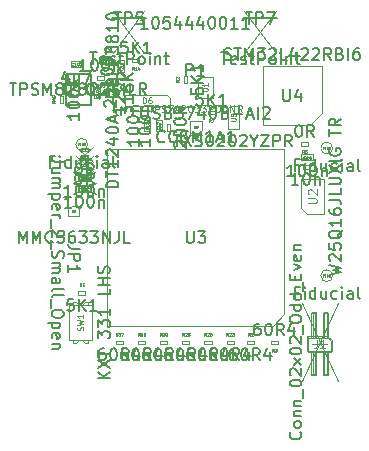
<source format=gbr>
%TF.GenerationSoftware,KiCad,Pcbnew,9.0.1*%
%TF.CreationDate,2025-06-03T21:11:28-04:00*%
%TF.ProjectId,Expansion_Card_Retrofit,45787061-6e73-4696-9f6e-5f436172645f,X1*%
%TF.SameCoordinates,Original*%
%TF.FileFunction,AssemblyDrawing,Top*%
%FSLAX45Y45*%
G04 Gerber Fmt 4.5, Leading zero omitted, Abs format (unit mm)*
G04 Created by KiCad (PCBNEW 9.0.1) date 2025-06-03 21:11:28*
%MOMM*%
%LPD*%
G01*
G04 APERTURE LIST*
%ADD10C,0.150000*%
%ADD11C,0.040000*%
%ADD12C,0.110000*%
%ADD13C,0.108000*%
%ADD14C,0.050000*%
%ADD15C,0.045000*%
%ADD16C,0.100000*%
%ADD17C,0.070000*%
%ADD18C,0.075000*%
G04 APERTURE END LIST*
D10*
X800000Y2705518D02*
X742857Y2705518D01*
X771428Y2705518D02*
X771428Y2805518D01*
X771428Y2805518D02*
X761905Y2791232D01*
X761905Y2791232D02*
X752381Y2781709D01*
X752381Y2781709D02*
X742857Y2776947D01*
X861905Y2805518D02*
X871428Y2805518D01*
X871428Y2805518D02*
X880952Y2800756D01*
X880952Y2800756D02*
X885714Y2795994D01*
X885714Y2795994D02*
X890476Y2786471D01*
X890476Y2786471D02*
X895238Y2767423D01*
X895238Y2767423D02*
X895238Y2743613D01*
X895238Y2743613D02*
X890476Y2724566D01*
X890476Y2724566D02*
X885714Y2715042D01*
X885714Y2715042D02*
X880952Y2710280D01*
X880952Y2710280D02*
X871428Y2705518D01*
X871428Y2705518D02*
X861905Y2705518D01*
X861905Y2705518D02*
X852381Y2710280D01*
X852381Y2710280D02*
X847619Y2715042D01*
X847619Y2715042D02*
X842857Y2724566D01*
X842857Y2724566D02*
X838095Y2743613D01*
X838095Y2743613D02*
X838095Y2767423D01*
X838095Y2767423D02*
X842857Y2786471D01*
X842857Y2786471D02*
X847619Y2795994D01*
X847619Y2795994D02*
X852381Y2800756D01*
X852381Y2800756D02*
X861905Y2805518D01*
X985714Y2805518D02*
X938095Y2805518D01*
X938095Y2805518D02*
X933333Y2757899D01*
X933333Y2757899D02*
X938095Y2762661D01*
X938095Y2762661D02*
X947619Y2767423D01*
X947619Y2767423D02*
X971428Y2767423D01*
X971428Y2767423D02*
X980952Y2762661D01*
X980952Y2762661D02*
X985714Y2757899D01*
X985714Y2757899D02*
X990476Y2748375D01*
X990476Y2748375D02*
X990476Y2724566D01*
X990476Y2724566D02*
X985714Y2715042D01*
X985714Y2715042D02*
X980952Y2710280D01*
X980952Y2710280D02*
X971428Y2705518D01*
X971428Y2705518D02*
X947619Y2705518D01*
X947619Y2705518D02*
X938095Y2710280D01*
X938095Y2710280D02*
X933333Y2715042D01*
X1076190Y2772185D02*
X1076190Y2705518D01*
X1052381Y2810280D02*
X1028571Y2738852D01*
X1028571Y2738852D02*
X1090476Y2738852D01*
X1171429Y2772185D02*
X1171429Y2705518D01*
X1147619Y2810280D02*
X1123810Y2738852D01*
X1123810Y2738852D02*
X1185714Y2738852D01*
X1266667Y2772185D02*
X1266667Y2705518D01*
X1242857Y2810280D02*
X1219048Y2738852D01*
X1219048Y2738852D02*
X1280952Y2738852D01*
X1338095Y2805518D02*
X1347619Y2805518D01*
X1347619Y2805518D02*
X1357143Y2800756D01*
X1357143Y2800756D02*
X1361905Y2795994D01*
X1361905Y2795994D02*
X1366667Y2786471D01*
X1366667Y2786471D02*
X1371429Y2767423D01*
X1371429Y2767423D02*
X1371429Y2743613D01*
X1371429Y2743613D02*
X1366667Y2724566D01*
X1366667Y2724566D02*
X1361905Y2715042D01*
X1361905Y2715042D02*
X1357143Y2710280D01*
X1357143Y2710280D02*
X1347619Y2705518D01*
X1347619Y2705518D02*
X1338095Y2705518D01*
X1338095Y2705518D02*
X1328571Y2710280D01*
X1328571Y2710280D02*
X1323810Y2715042D01*
X1323810Y2715042D02*
X1319048Y2724566D01*
X1319048Y2724566D02*
X1314286Y2743613D01*
X1314286Y2743613D02*
X1314286Y2767423D01*
X1314286Y2767423D02*
X1319048Y2786471D01*
X1319048Y2786471D02*
X1323810Y2795994D01*
X1323810Y2795994D02*
X1328571Y2800756D01*
X1328571Y2800756D02*
X1338095Y2805518D01*
X1433333Y2805518D02*
X1442857Y2805518D01*
X1442857Y2805518D02*
X1452381Y2800756D01*
X1452381Y2800756D02*
X1457143Y2795994D01*
X1457143Y2795994D02*
X1461905Y2786471D01*
X1461905Y2786471D02*
X1466667Y2767423D01*
X1466667Y2767423D02*
X1466667Y2743613D01*
X1466667Y2743613D02*
X1461905Y2724566D01*
X1461905Y2724566D02*
X1457143Y2715042D01*
X1457143Y2715042D02*
X1452381Y2710280D01*
X1452381Y2710280D02*
X1442857Y2705518D01*
X1442857Y2705518D02*
X1433333Y2705518D01*
X1433333Y2705518D02*
X1423809Y2710280D01*
X1423809Y2710280D02*
X1419048Y2715042D01*
X1419048Y2715042D02*
X1414286Y2724566D01*
X1414286Y2724566D02*
X1409524Y2743613D01*
X1409524Y2743613D02*
X1409524Y2767423D01*
X1409524Y2767423D02*
X1414286Y2786471D01*
X1414286Y2786471D02*
X1419048Y2795994D01*
X1419048Y2795994D02*
X1423809Y2800756D01*
X1423809Y2800756D02*
X1433333Y2805518D01*
X1561905Y2705518D02*
X1504762Y2705518D01*
X1533333Y2705518D02*
X1533333Y2805518D01*
X1533333Y2805518D02*
X1523809Y2791232D01*
X1523809Y2791232D02*
X1514286Y2781709D01*
X1514286Y2781709D02*
X1504762Y2776947D01*
X1657143Y2705518D02*
X1600000Y2705518D01*
X1628571Y2705518D02*
X1628571Y2805518D01*
X1628571Y2805518D02*
X1619048Y2791232D01*
X1619048Y2791232D02*
X1609524Y2781709D01*
X1609524Y2781709D02*
X1600000Y2776947D01*
X1126191Y2305518D02*
X1126191Y2405518D01*
X1126191Y2405518D02*
X1164286Y2405518D01*
X1164286Y2405518D02*
X1173810Y2400756D01*
X1173810Y2400756D02*
X1178571Y2395994D01*
X1178571Y2395994D02*
X1183333Y2386471D01*
X1183333Y2386471D02*
X1183333Y2372185D01*
X1183333Y2372185D02*
X1178571Y2362661D01*
X1178571Y2362661D02*
X1173810Y2357899D01*
X1173810Y2357899D02*
X1164286Y2353137D01*
X1164286Y2353137D02*
X1126191Y2353137D01*
X1278571Y2305518D02*
X1221429Y2305518D01*
X1250000Y2305518D02*
X1250000Y2405518D01*
X1250000Y2405518D02*
X1240476Y2391232D01*
X1240476Y2391232D02*
X1230952Y2381709D01*
X1230952Y2381709D02*
X1221429Y2376947D01*
X1421667Y2504518D02*
X1478809Y2504518D01*
X1450238Y2404518D02*
X1450238Y2504518D01*
X1550238Y2409280D02*
X1540714Y2404518D01*
X1540714Y2404518D02*
X1521667Y2404518D01*
X1521667Y2404518D02*
X1512143Y2409280D01*
X1512143Y2409280D02*
X1507381Y2418804D01*
X1507381Y2418804D02*
X1507381Y2456899D01*
X1507381Y2456899D02*
X1512143Y2466423D01*
X1512143Y2466423D02*
X1521667Y2471185D01*
X1521667Y2471185D02*
X1540714Y2471185D01*
X1540714Y2471185D02*
X1550238Y2466423D01*
X1550238Y2466423D02*
X1555000Y2456899D01*
X1555000Y2456899D02*
X1555000Y2447375D01*
X1555000Y2447375D02*
X1507381Y2437852D01*
X1593095Y2409280D02*
X1602619Y2404518D01*
X1602619Y2404518D02*
X1621667Y2404518D01*
X1621667Y2404518D02*
X1631190Y2409280D01*
X1631190Y2409280D02*
X1635952Y2418804D01*
X1635952Y2418804D02*
X1635952Y2423566D01*
X1635952Y2423566D02*
X1631190Y2433090D01*
X1631190Y2433090D02*
X1621667Y2437852D01*
X1621667Y2437852D02*
X1607381Y2437852D01*
X1607381Y2437852D02*
X1597857Y2442613D01*
X1597857Y2442613D02*
X1593095Y2452137D01*
X1593095Y2452137D02*
X1593095Y2456899D01*
X1593095Y2456899D02*
X1597857Y2466423D01*
X1597857Y2466423D02*
X1607381Y2471185D01*
X1607381Y2471185D02*
X1621667Y2471185D01*
X1621667Y2471185D02*
X1631190Y2466423D01*
X1664524Y2471185D02*
X1702619Y2471185D01*
X1678809Y2504518D02*
X1678809Y2418804D01*
X1678809Y2418804D02*
X1683571Y2409280D01*
X1683571Y2409280D02*
X1693095Y2404518D01*
X1693095Y2404518D02*
X1702619Y2404518D01*
X1735952Y2404518D02*
X1735952Y2504518D01*
X1735952Y2504518D02*
X1774048Y2504518D01*
X1774048Y2504518D02*
X1783571Y2499756D01*
X1783571Y2499756D02*
X1788333Y2494994D01*
X1788333Y2494994D02*
X1793095Y2485471D01*
X1793095Y2485471D02*
X1793095Y2471185D01*
X1793095Y2471185D02*
X1788333Y2461661D01*
X1788333Y2461661D02*
X1783571Y2456899D01*
X1783571Y2456899D02*
X1774048Y2452137D01*
X1774048Y2452137D02*
X1735952Y2452137D01*
X1850238Y2404518D02*
X1840714Y2409280D01*
X1840714Y2409280D02*
X1835952Y2414042D01*
X1835952Y2414042D02*
X1831190Y2423566D01*
X1831190Y2423566D02*
X1831190Y2452137D01*
X1831190Y2452137D02*
X1835952Y2461661D01*
X1835952Y2461661D02*
X1840714Y2466423D01*
X1840714Y2466423D02*
X1850238Y2471185D01*
X1850238Y2471185D02*
X1864524Y2471185D01*
X1864524Y2471185D02*
X1874048Y2466423D01*
X1874048Y2466423D02*
X1878809Y2461661D01*
X1878809Y2461661D02*
X1883571Y2452137D01*
X1883571Y2452137D02*
X1883571Y2423566D01*
X1883571Y2423566D02*
X1878809Y2414042D01*
X1878809Y2414042D02*
X1874048Y2409280D01*
X1874048Y2409280D02*
X1864524Y2404518D01*
X1864524Y2404518D02*
X1850238Y2404518D01*
X1926429Y2404518D02*
X1926429Y2471185D01*
X1926429Y2504518D02*
X1921667Y2499756D01*
X1921667Y2499756D02*
X1926429Y2494994D01*
X1926429Y2494994D02*
X1931190Y2499756D01*
X1931190Y2499756D02*
X1926429Y2504518D01*
X1926429Y2504518D02*
X1926429Y2494994D01*
X1974048Y2471185D02*
X1974048Y2404518D01*
X1974048Y2461661D02*
X1978809Y2466423D01*
X1978809Y2466423D02*
X1988333Y2471185D01*
X1988333Y2471185D02*
X2002619Y2471185D01*
X2002619Y2471185D02*
X2012143Y2466423D01*
X2012143Y2466423D02*
X2016905Y2456899D01*
X2016905Y2456899D02*
X2016905Y2404518D01*
X2050238Y2471185D02*
X2088333Y2471185D01*
X2064524Y2504518D02*
X2064524Y2418804D01*
X2064524Y2418804D02*
X2069286Y2409280D01*
X2069286Y2409280D02*
X2078809Y2404518D01*
X2078809Y2404518D02*
X2088333Y2404518D01*
X1628809Y2844518D02*
X1685952Y2844518D01*
X1657381Y2744518D02*
X1657381Y2844518D01*
X1719286Y2744518D02*
X1719286Y2844518D01*
X1719286Y2844518D02*
X1757381Y2844518D01*
X1757381Y2844518D02*
X1766905Y2839756D01*
X1766905Y2839756D02*
X1771667Y2834994D01*
X1771667Y2834994D02*
X1776428Y2825470D01*
X1776428Y2825470D02*
X1776428Y2811185D01*
X1776428Y2811185D02*
X1771667Y2801661D01*
X1771667Y2801661D02*
X1766905Y2796899D01*
X1766905Y2796899D02*
X1757381Y2792137D01*
X1757381Y2792137D02*
X1719286Y2792137D01*
X1809762Y2844518D02*
X1876428Y2844518D01*
X1876428Y2844518D02*
X1833571Y2744518D01*
X1606880Y2794518D02*
X1898928Y2794518D01*
X311667Y2504518D02*
X368809Y2504518D01*
X340238Y2404518D02*
X340238Y2504518D01*
X440238Y2409280D02*
X430714Y2404518D01*
X430714Y2404518D02*
X411667Y2404518D01*
X411667Y2404518D02*
X402143Y2409280D01*
X402143Y2409280D02*
X397381Y2418804D01*
X397381Y2418804D02*
X397381Y2456899D01*
X397381Y2456899D02*
X402143Y2466423D01*
X402143Y2466423D02*
X411667Y2471185D01*
X411667Y2471185D02*
X430714Y2471185D01*
X430714Y2471185D02*
X440238Y2466423D01*
X440238Y2466423D02*
X445000Y2456899D01*
X445000Y2456899D02*
X445000Y2447375D01*
X445000Y2447375D02*
X397381Y2437852D01*
X483095Y2409280D02*
X492619Y2404518D01*
X492619Y2404518D02*
X511667Y2404518D01*
X511667Y2404518D02*
X521190Y2409280D01*
X521190Y2409280D02*
X525952Y2418804D01*
X525952Y2418804D02*
X525952Y2423566D01*
X525952Y2423566D02*
X521190Y2433090D01*
X521190Y2433090D02*
X511667Y2437852D01*
X511667Y2437852D02*
X497381Y2437852D01*
X497381Y2437852D02*
X487857Y2442613D01*
X487857Y2442613D02*
X483095Y2452137D01*
X483095Y2452137D02*
X483095Y2456899D01*
X483095Y2456899D02*
X487857Y2466423D01*
X487857Y2466423D02*
X497381Y2471185D01*
X497381Y2471185D02*
X511667Y2471185D01*
X511667Y2471185D02*
X521190Y2466423D01*
X554524Y2471185D02*
X592619Y2471185D01*
X568810Y2504518D02*
X568810Y2418804D01*
X568810Y2418804D02*
X573571Y2409280D01*
X573571Y2409280D02*
X583095Y2404518D01*
X583095Y2404518D02*
X592619Y2404518D01*
X625952Y2404518D02*
X625952Y2504518D01*
X625952Y2504518D02*
X664048Y2504518D01*
X664048Y2504518D02*
X673571Y2499756D01*
X673571Y2499756D02*
X678333Y2494994D01*
X678333Y2494994D02*
X683095Y2485471D01*
X683095Y2485471D02*
X683095Y2471185D01*
X683095Y2471185D02*
X678333Y2461661D01*
X678333Y2461661D02*
X673571Y2456899D01*
X673571Y2456899D02*
X664048Y2452137D01*
X664048Y2452137D02*
X625952Y2452137D01*
X740238Y2404518D02*
X730714Y2409280D01*
X730714Y2409280D02*
X725952Y2414042D01*
X725952Y2414042D02*
X721190Y2423566D01*
X721190Y2423566D02*
X721190Y2452137D01*
X721190Y2452137D02*
X725952Y2461661D01*
X725952Y2461661D02*
X730714Y2466423D01*
X730714Y2466423D02*
X740238Y2471185D01*
X740238Y2471185D02*
X754524Y2471185D01*
X754524Y2471185D02*
X764048Y2466423D01*
X764048Y2466423D02*
X768809Y2461661D01*
X768809Y2461661D02*
X773571Y2452137D01*
X773571Y2452137D02*
X773571Y2423566D01*
X773571Y2423566D02*
X768809Y2414042D01*
X768809Y2414042D02*
X764048Y2409280D01*
X764048Y2409280D02*
X754524Y2404518D01*
X754524Y2404518D02*
X740238Y2404518D01*
X816429Y2404518D02*
X816429Y2471185D01*
X816429Y2504518D02*
X811667Y2499756D01*
X811667Y2499756D02*
X816429Y2494994D01*
X816429Y2494994D02*
X821190Y2499756D01*
X821190Y2499756D02*
X816429Y2504518D01*
X816429Y2504518D02*
X816429Y2494994D01*
X864048Y2471185D02*
X864048Y2404518D01*
X864048Y2461661D02*
X868809Y2466423D01*
X868809Y2466423D02*
X878333Y2471185D01*
X878333Y2471185D02*
X892619Y2471185D01*
X892619Y2471185D02*
X902143Y2466423D01*
X902143Y2466423D02*
X906905Y2456899D01*
X906905Y2456899D02*
X906905Y2404518D01*
X940238Y2471185D02*
X978333Y2471185D01*
X954524Y2504518D02*
X954524Y2418804D01*
X954524Y2418804D02*
X959286Y2409280D01*
X959286Y2409280D02*
X968809Y2404518D01*
X968809Y2404518D02*
X978333Y2404518D01*
X518809Y2844518D02*
X575952Y2844518D01*
X547381Y2744518D02*
X547381Y2844518D01*
X609286Y2744518D02*
X609286Y2844518D01*
X609286Y2844518D02*
X647381Y2844518D01*
X647381Y2844518D02*
X656905Y2839756D01*
X656905Y2839756D02*
X661667Y2834994D01*
X661667Y2834994D02*
X666429Y2825470D01*
X666429Y2825470D02*
X666429Y2811185D01*
X666429Y2811185D02*
X661667Y2801661D01*
X661667Y2801661D02*
X656905Y2796899D01*
X656905Y2796899D02*
X647381Y2792137D01*
X647381Y2792137D02*
X609286Y2792137D01*
X756905Y2844518D02*
X709286Y2844518D01*
X709286Y2844518D02*
X704524Y2796899D01*
X704524Y2796899D02*
X709286Y2801661D01*
X709286Y2801661D02*
X718809Y2806423D01*
X718809Y2806423D02*
X742619Y2806423D01*
X742619Y2806423D02*
X752143Y2801661D01*
X752143Y2801661D02*
X756905Y2796899D01*
X756905Y2796899D02*
X761667Y2787375D01*
X761667Y2787375D02*
X761667Y2763566D01*
X761667Y2763566D02*
X756905Y2754042D01*
X756905Y2754042D02*
X752143Y2749280D01*
X752143Y2749280D02*
X742619Y2744518D01*
X742619Y2744518D02*
X718809Y2744518D01*
X718809Y2744518D02*
X709286Y2749280D01*
X709286Y2749280D02*
X704524Y2754042D01*
X496880Y2794518D02*
X784167Y2794518D01*
X208738Y1487018D02*
X218262Y1487018D01*
X218262Y1487018D02*
X227786Y1482256D01*
X227786Y1482256D02*
X232548Y1477494D01*
X232548Y1477494D02*
X237309Y1467970D01*
X237309Y1467970D02*
X242071Y1448923D01*
X242071Y1448923D02*
X242071Y1425113D01*
X242071Y1425113D02*
X237309Y1406066D01*
X237309Y1406066D02*
X232548Y1396542D01*
X232548Y1396542D02*
X227786Y1391780D01*
X227786Y1391780D02*
X218262Y1387018D01*
X218262Y1387018D02*
X208738Y1387018D01*
X208738Y1387018D02*
X199214Y1391780D01*
X199214Y1391780D02*
X194452Y1396542D01*
X194452Y1396542D02*
X189690Y1406066D01*
X189690Y1406066D02*
X184929Y1425113D01*
X184929Y1425113D02*
X184929Y1448923D01*
X184929Y1448923D02*
X189690Y1467970D01*
X189690Y1467970D02*
X194452Y1477494D01*
X194452Y1477494D02*
X199214Y1482256D01*
X199214Y1482256D02*
X208738Y1487018D01*
X342071Y1387018D02*
X308738Y1434637D01*
X284929Y1387018D02*
X284929Y1487018D01*
X284929Y1487018D02*
X323024Y1487018D01*
X323024Y1487018D02*
X332548Y1482256D01*
X332548Y1482256D02*
X337310Y1477494D01*
X337310Y1477494D02*
X342071Y1467970D01*
X342071Y1467970D02*
X342071Y1453685D01*
X342071Y1453685D02*
X337310Y1444161D01*
X337310Y1444161D02*
X332548Y1439399D01*
X332548Y1439399D02*
X323024Y1434637D01*
X323024Y1434637D02*
X284929Y1434637D01*
D11*
X247428Y1594143D02*
X239095Y1606047D01*
X233143Y1594143D02*
X233143Y1619143D01*
X233143Y1619143D02*
X242667Y1619143D01*
X242667Y1619143D02*
X245048Y1617952D01*
X245048Y1617952D02*
X246238Y1616762D01*
X246238Y1616762D02*
X247428Y1614381D01*
X247428Y1614381D02*
X247428Y1610809D01*
X247428Y1610809D02*
X246238Y1608428D01*
X246238Y1608428D02*
X245048Y1607238D01*
X245048Y1607238D02*
X242667Y1606047D01*
X242667Y1606047D02*
X233143Y1606047D01*
X255762Y1619143D02*
X271238Y1619143D01*
X271238Y1619143D02*
X262905Y1609619D01*
X262905Y1609619D02*
X266476Y1609619D01*
X266476Y1609619D02*
X268857Y1608428D01*
X268857Y1608428D02*
X270048Y1607238D01*
X270048Y1607238D02*
X271238Y1604857D01*
X271238Y1604857D02*
X271238Y1598904D01*
X271238Y1598904D02*
X270048Y1596523D01*
X270048Y1596523D02*
X268857Y1595333D01*
X268857Y1595333D02*
X266476Y1594143D01*
X266476Y1594143D02*
X259333Y1594143D01*
X259333Y1594143D02*
X256952Y1595333D01*
X256952Y1595333D02*
X255762Y1596523D01*
X292667Y1610809D02*
X292667Y1594143D01*
X286714Y1620333D02*
X280762Y1602476D01*
X280762Y1602476D02*
X296238Y1602476D01*
X227143Y1607235D02*
X302086Y1607235D01*
D10*
X1543809Y-482D02*
X1524762Y-482D01*
X1524762Y-482D02*
X1515238Y-5244D01*
X1515238Y-5244D02*
X1510476Y-10006D01*
X1510476Y-10006D02*
X1500952Y-24291D01*
X1500952Y-24291D02*
X1496190Y-43339D01*
X1496190Y-43339D02*
X1496190Y-81434D01*
X1496190Y-81434D02*
X1500952Y-90958D01*
X1500952Y-90958D02*
X1505714Y-95720D01*
X1505714Y-95720D02*
X1515238Y-100482D01*
X1515238Y-100482D02*
X1534286Y-100482D01*
X1534286Y-100482D02*
X1543809Y-95720D01*
X1543809Y-95720D02*
X1548571Y-90958D01*
X1548571Y-90958D02*
X1553333Y-81434D01*
X1553333Y-81434D02*
X1553333Y-57625D01*
X1553333Y-57625D02*
X1548571Y-48101D01*
X1548571Y-48101D02*
X1543809Y-43339D01*
X1543809Y-43339D02*
X1534286Y-38577D01*
X1534286Y-38577D02*
X1515238Y-38577D01*
X1515238Y-38577D02*
X1505714Y-43339D01*
X1505714Y-43339D02*
X1500952Y-48101D01*
X1500952Y-48101D02*
X1496190Y-57625D01*
X1615238Y-482D02*
X1624762Y-482D01*
X1624762Y-482D02*
X1634286Y-5244D01*
X1634286Y-5244D02*
X1639048Y-10006D01*
X1639048Y-10006D02*
X1643809Y-19530D01*
X1643809Y-19530D02*
X1648571Y-38577D01*
X1648571Y-38577D02*
X1648571Y-62387D01*
X1648571Y-62387D02*
X1643809Y-81434D01*
X1643809Y-81434D02*
X1639048Y-90958D01*
X1639048Y-90958D02*
X1634286Y-95720D01*
X1634286Y-95720D02*
X1624762Y-100482D01*
X1624762Y-100482D02*
X1615238Y-100482D01*
X1615238Y-100482D02*
X1605714Y-95720D01*
X1605714Y-95720D02*
X1600952Y-90958D01*
X1600952Y-90958D02*
X1596190Y-81434D01*
X1596190Y-81434D02*
X1591429Y-62387D01*
X1591429Y-62387D02*
X1591429Y-38577D01*
X1591429Y-38577D02*
X1596190Y-19530D01*
X1596190Y-19530D02*
X1600952Y-10006D01*
X1600952Y-10006D02*
X1605714Y-5244D01*
X1605714Y-5244D02*
X1615238Y-482D01*
X1748571Y-100482D02*
X1715238Y-52863D01*
X1691429Y-100482D02*
X1691429Y-482D01*
X1691429Y-482D02*
X1729524Y-482D01*
X1729524Y-482D02*
X1739048Y-5244D01*
X1739048Y-5244D02*
X1743809Y-10006D01*
X1743809Y-10006D02*
X1748571Y-19530D01*
X1748571Y-19530D02*
X1748571Y-33815D01*
X1748571Y-33815D02*
X1743809Y-43339D01*
X1743809Y-43339D02*
X1739048Y-48101D01*
X1739048Y-48101D02*
X1729524Y-52863D01*
X1729524Y-52863D02*
X1691429Y-52863D01*
X1834286Y-33815D02*
X1834286Y-100482D01*
X1810476Y4280D02*
X1786667Y-67149D01*
X1786667Y-67149D02*
X1848571Y-67149D01*
D11*
X1665833Y106643D02*
X1657500Y118547D01*
X1651548Y106643D02*
X1651548Y131643D01*
X1651548Y131643D02*
X1661071Y131643D01*
X1661071Y131643D02*
X1663452Y130452D01*
X1663452Y130452D02*
X1664643Y129262D01*
X1664643Y129262D02*
X1665833Y126881D01*
X1665833Y126881D02*
X1665833Y123309D01*
X1665833Y123309D02*
X1664643Y120928D01*
X1664643Y120928D02*
X1663452Y119738D01*
X1663452Y119738D02*
X1661071Y118547D01*
X1661071Y118547D02*
X1651548Y118547D01*
X1689643Y106643D02*
X1675357Y106643D01*
X1682500Y106643D02*
X1682500Y131643D01*
X1682500Y131643D02*
X1680119Y128071D01*
X1680119Y128071D02*
X1677738Y125690D01*
X1677738Y125690D02*
X1675357Y124500D01*
D10*
X2337232Y620464D02*
X2437232Y644274D01*
X2437232Y644274D02*
X2365803Y663322D01*
X2365803Y663322D02*
X2437232Y682369D01*
X2437232Y682369D02*
X2337232Y706179D01*
X2346756Y739512D02*
X2341994Y744274D01*
X2341994Y744274D02*
X2337232Y753798D01*
X2337232Y753798D02*
X2337232Y777607D01*
X2337232Y777607D02*
X2341994Y787131D01*
X2341994Y787131D02*
X2346756Y791893D01*
X2346756Y791893D02*
X2356280Y796655D01*
X2356280Y796655D02*
X2365803Y796655D01*
X2365803Y796655D02*
X2380089Y791893D01*
X2380089Y791893D02*
X2437232Y734750D01*
X2437232Y734750D02*
X2437232Y796655D01*
X2337232Y887131D02*
X2337232Y839512D01*
X2337232Y839512D02*
X2384851Y834750D01*
X2384851Y834750D02*
X2380089Y839512D01*
X2380089Y839512D02*
X2375327Y849036D01*
X2375327Y849036D02*
X2375327Y872845D01*
X2375327Y872845D02*
X2380089Y882369D01*
X2380089Y882369D02*
X2384851Y887131D01*
X2384851Y887131D02*
X2394375Y891893D01*
X2394375Y891893D02*
X2418184Y891893D01*
X2418184Y891893D02*
X2427708Y887131D01*
X2427708Y887131D02*
X2432470Y882369D01*
X2432470Y882369D02*
X2437232Y872845D01*
X2437232Y872845D02*
X2437232Y849036D01*
X2437232Y849036D02*
X2432470Y839512D01*
X2432470Y839512D02*
X2427708Y834750D01*
X2446756Y1001417D02*
X2441994Y991893D01*
X2441994Y991893D02*
X2432470Y982369D01*
X2432470Y982369D02*
X2418184Y968083D01*
X2418184Y968083D02*
X2413422Y958560D01*
X2413422Y958560D02*
X2413422Y949036D01*
X2437232Y953798D02*
X2432470Y944274D01*
X2432470Y944274D02*
X2422946Y934750D01*
X2422946Y934750D02*
X2403899Y929988D01*
X2403899Y929988D02*
X2370565Y929988D01*
X2370565Y929988D02*
X2351518Y934750D01*
X2351518Y934750D02*
X2341994Y944274D01*
X2341994Y944274D02*
X2337232Y953798D01*
X2337232Y953798D02*
X2337232Y972845D01*
X2337232Y972845D02*
X2341994Y982369D01*
X2341994Y982369D02*
X2351518Y991893D01*
X2351518Y991893D02*
X2370565Y996655D01*
X2370565Y996655D02*
X2403899Y996655D01*
X2403899Y996655D02*
X2422946Y991893D01*
X2422946Y991893D02*
X2432470Y982369D01*
X2432470Y982369D02*
X2437232Y972845D01*
X2437232Y972845D02*
X2437232Y953798D01*
X2437232Y1091893D02*
X2437232Y1034750D01*
X2437232Y1063322D02*
X2337232Y1063322D01*
X2337232Y1063322D02*
X2351518Y1053798D01*
X2351518Y1053798D02*
X2361041Y1044274D01*
X2361041Y1044274D02*
X2365803Y1034750D01*
X2337232Y1177607D02*
X2337232Y1158560D01*
X2337232Y1158560D02*
X2341994Y1149036D01*
X2341994Y1149036D02*
X2346756Y1144274D01*
X2346756Y1144274D02*
X2361041Y1134750D01*
X2361041Y1134750D02*
X2380089Y1129988D01*
X2380089Y1129988D02*
X2418184Y1129988D01*
X2418184Y1129988D02*
X2427708Y1134750D01*
X2427708Y1134750D02*
X2432470Y1139512D01*
X2432470Y1139512D02*
X2437232Y1149036D01*
X2437232Y1149036D02*
X2437232Y1168083D01*
X2437232Y1168083D02*
X2432470Y1177607D01*
X2432470Y1177607D02*
X2427708Y1182369D01*
X2427708Y1182369D02*
X2418184Y1187131D01*
X2418184Y1187131D02*
X2394375Y1187131D01*
X2394375Y1187131D02*
X2384851Y1182369D01*
X2384851Y1182369D02*
X2380089Y1177607D01*
X2380089Y1177607D02*
X2375327Y1168083D01*
X2375327Y1168083D02*
X2375327Y1149036D01*
X2375327Y1149036D02*
X2380089Y1139512D01*
X2380089Y1139512D02*
X2384851Y1134750D01*
X2384851Y1134750D02*
X2394375Y1129988D01*
X2337232Y1258560D02*
X2408660Y1258560D01*
X2408660Y1258560D02*
X2422946Y1253798D01*
X2422946Y1253798D02*
X2432470Y1244274D01*
X2432470Y1244274D02*
X2437232Y1229988D01*
X2437232Y1229988D02*
X2437232Y1220464D01*
X2437232Y1353798D02*
X2437232Y1306179D01*
X2437232Y1306179D02*
X2337232Y1306179D01*
X2337232Y1387131D02*
X2418184Y1387131D01*
X2418184Y1387131D02*
X2427708Y1391893D01*
X2427708Y1391893D02*
X2432470Y1396655D01*
X2432470Y1396655D02*
X2437232Y1406179D01*
X2437232Y1406179D02*
X2437232Y1425226D01*
X2437232Y1425226D02*
X2432470Y1434750D01*
X2432470Y1434750D02*
X2427708Y1439512D01*
X2427708Y1439512D02*
X2418184Y1444274D01*
X2418184Y1444274D02*
X2337232Y1444274D01*
X2337232Y1482369D02*
X2437232Y1549036D01*
X2337232Y1549036D02*
X2437232Y1482369D01*
X2437232Y1587131D02*
X2337232Y1587131D01*
X2341994Y1687131D02*
X2337232Y1677607D01*
X2337232Y1677607D02*
X2337232Y1663321D01*
X2337232Y1663321D02*
X2341994Y1649036D01*
X2341994Y1649036D02*
X2351518Y1639512D01*
X2351518Y1639512D02*
X2361041Y1634750D01*
X2361041Y1634750D02*
X2380089Y1629988D01*
X2380089Y1629988D02*
X2394375Y1629988D01*
X2394375Y1629988D02*
X2413422Y1634750D01*
X2413422Y1634750D02*
X2422946Y1639512D01*
X2422946Y1639512D02*
X2432470Y1649036D01*
X2432470Y1649036D02*
X2437232Y1663321D01*
X2437232Y1663321D02*
X2437232Y1672845D01*
X2437232Y1672845D02*
X2432470Y1687131D01*
X2432470Y1687131D02*
X2427708Y1691893D01*
X2427708Y1691893D02*
X2394375Y1691893D01*
X2394375Y1691893D02*
X2394375Y1672845D01*
X2337232Y1796655D02*
X2337232Y1853798D01*
X2437232Y1825226D02*
X2337232Y1825226D01*
X2437232Y1944274D02*
X2389613Y1910941D01*
X2437232Y1887131D02*
X2337232Y1887131D01*
X2337232Y1887131D02*
X2337232Y1925226D01*
X2337232Y1925226D02*
X2341994Y1934750D01*
X2341994Y1934750D02*
X2346756Y1939512D01*
X2346756Y1939512D02*
X2356280Y1944274D01*
X2356280Y1944274D02*
X2370565Y1944274D01*
X2370565Y1944274D02*
X2380089Y1939512D01*
X2380089Y1939512D02*
X2384851Y1934750D01*
X2384851Y1934750D02*
X2389613Y1925226D01*
X2389613Y1925226D02*
X2389613Y1887131D01*
D12*
X2155874Y1227607D02*
X2216589Y1227607D01*
X2216589Y1227607D02*
X2223732Y1231179D01*
X2223732Y1231179D02*
X2227303Y1234750D01*
X2227303Y1234750D02*
X2230874Y1241893D01*
X2230874Y1241893D02*
X2230874Y1256179D01*
X2230874Y1256179D02*
X2227303Y1263322D01*
X2227303Y1263322D02*
X2223732Y1266893D01*
X2223732Y1266893D02*
X2216589Y1270464D01*
X2216589Y1270464D02*
X2155874Y1270464D01*
X2163017Y1302607D02*
X2159446Y1306179D01*
X2159446Y1306179D02*
X2155874Y1313321D01*
X2155874Y1313321D02*
X2155874Y1331179D01*
X2155874Y1331179D02*
X2159446Y1338321D01*
X2159446Y1338321D02*
X2163017Y1341893D01*
X2163017Y1341893D02*
X2170160Y1345464D01*
X2170160Y1345464D02*
X2177303Y1345464D01*
X2177303Y1345464D02*
X2188017Y1341893D01*
X2188017Y1341893D02*
X2230874Y1299036D01*
X2230874Y1299036D02*
X2230874Y1345464D01*
D10*
X605482Y2045595D02*
X605482Y1988452D01*
X605482Y2017024D02*
X505482Y2017024D01*
X505482Y2017024D02*
X519768Y2007500D01*
X519768Y2007500D02*
X529291Y1997976D01*
X529291Y1997976D02*
X534053Y1988452D01*
X515006Y2083691D02*
X510244Y2088452D01*
X510244Y2088452D02*
X505482Y2097976D01*
X505482Y2097976D02*
X505482Y2121786D01*
X505482Y2121786D02*
X510244Y2131310D01*
X510244Y2131310D02*
X515006Y2136072D01*
X515006Y2136072D02*
X524530Y2140833D01*
X524530Y2140833D02*
X534053Y2140833D01*
X534053Y2140833D02*
X548339Y2136072D01*
X548339Y2136072D02*
X605482Y2078929D01*
X605482Y2078929D02*
X605482Y2140833D01*
X505482Y2202738D02*
X505482Y2212262D01*
X505482Y2212262D02*
X510244Y2221786D01*
X510244Y2221786D02*
X515006Y2226548D01*
X515006Y2226548D02*
X524530Y2231310D01*
X524530Y2231310D02*
X543577Y2236072D01*
X543577Y2236072D02*
X567387Y2236072D01*
X567387Y2236072D02*
X586434Y2231310D01*
X586434Y2231310D02*
X595958Y2226548D01*
X595958Y2226548D02*
X600720Y2221786D01*
X600720Y2221786D02*
X605482Y2212262D01*
X605482Y2212262D02*
X605482Y2202738D01*
X605482Y2202738D02*
X600720Y2193214D01*
X600720Y2193214D02*
X595958Y2188453D01*
X595958Y2188453D02*
X586434Y2183691D01*
X586434Y2183691D02*
X567387Y2178929D01*
X567387Y2178929D02*
X543577Y2178929D01*
X543577Y2178929D02*
X524530Y2183691D01*
X524530Y2183691D02*
X515006Y2188453D01*
X515006Y2188453D02*
X510244Y2193214D01*
X510244Y2193214D02*
X505482Y2202738D01*
X538815Y2278929D02*
X638815Y2278929D01*
X543577Y2278929D02*
X538815Y2288453D01*
X538815Y2288453D02*
X538815Y2307500D01*
X538815Y2307500D02*
X543577Y2317024D01*
X543577Y2317024D02*
X548339Y2321786D01*
X548339Y2321786D02*
X557863Y2326548D01*
X557863Y2326548D02*
X586434Y2326548D01*
X586434Y2326548D02*
X595958Y2321786D01*
X595958Y2321786D02*
X600720Y2317024D01*
X600720Y2317024D02*
X605482Y2307500D01*
X605482Y2307500D02*
X605482Y2288453D01*
X605482Y2288453D02*
X600720Y2278929D01*
D11*
X395976Y2129524D02*
X397167Y2128334D01*
X397167Y2128334D02*
X398357Y2124762D01*
X398357Y2124762D02*
X398357Y2122381D01*
X398357Y2122381D02*
X397167Y2118810D01*
X397167Y2118810D02*
X394786Y2116429D01*
X394786Y2116429D02*
X392405Y2115238D01*
X392405Y2115238D02*
X387643Y2114048D01*
X387643Y2114048D02*
X384072Y2114048D01*
X384072Y2114048D02*
X379310Y2115238D01*
X379310Y2115238D02*
X376929Y2116429D01*
X376929Y2116429D02*
X374548Y2118810D01*
X374548Y2118810D02*
X373357Y2122381D01*
X373357Y2122381D02*
X373357Y2124762D01*
X373357Y2124762D02*
X374548Y2128334D01*
X374548Y2128334D02*
X375738Y2129524D01*
X398357Y2153334D02*
X398357Y2139048D01*
X398357Y2146191D02*
X373357Y2146191D01*
X373357Y2146191D02*
X376929Y2143810D01*
X376929Y2143810D02*
X379310Y2141429D01*
X379310Y2141429D02*
X380500Y2139048D01*
X373357Y2168810D02*
X373357Y2171191D01*
X373357Y2171191D02*
X374548Y2173572D01*
X374548Y2173572D02*
X375738Y2174762D01*
X375738Y2174762D02*
X378119Y2175953D01*
X378119Y2175953D02*
X382881Y2177143D01*
X382881Y2177143D02*
X388834Y2177143D01*
X388834Y2177143D02*
X393595Y2175953D01*
X393595Y2175953D02*
X395976Y2174762D01*
X395976Y2174762D02*
X397167Y2173572D01*
X397167Y2173572D02*
X398357Y2171191D01*
X398357Y2171191D02*
X398357Y2168810D01*
X398357Y2168810D02*
X397167Y2166429D01*
X397167Y2166429D02*
X395976Y2165238D01*
X395976Y2165238D02*
X393595Y2164048D01*
X393595Y2164048D02*
X388834Y2162857D01*
X388834Y2162857D02*
X382881Y2162857D01*
X382881Y2162857D02*
X378119Y2164048D01*
X378119Y2164048D02*
X375738Y2165238D01*
X375738Y2165238D02*
X374548Y2166429D01*
X374548Y2166429D02*
X373357Y2168810D01*
X375738Y2186667D02*
X374548Y2187857D01*
X374548Y2187857D02*
X373357Y2190238D01*
X373357Y2190238D02*
X373357Y2196191D01*
X373357Y2196191D02*
X374548Y2198572D01*
X374548Y2198572D02*
X375738Y2199762D01*
X375738Y2199762D02*
X378119Y2200953D01*
X378119Y2200953D02*
X380500Y2200953D01*
X380500Y2200953D02*
X384072Y2199762D01*
X384072Y2199762D02*
X398357Y2185476D01*
X398357Y2185476D02*
X398357Y2200953D01*
D10*
X2091958Y-709286D02*
X2096720Y-714048D01*
X2096720Y-714048D02*
X2101482Y-728333D01*
X2101482Y-728333D02*
X2101482Y-737857D01*
X2101482Y-737857D02*
X2096720Y-752143D01*
X2096720Y-752143D02*
X2087196Y-761667D01*
X2087196Y-761667D02*
X2077672Y-766429D01*
X2077672Y-766429D02*
X2058625Y-771190D01*
X2058625Y-771190D02*
X2044339Y-771190D01*
X2044339Y-771190D02*
X2025291Y-766429D01*
X2025291Y-766429D02*
X2015768Y-761667D01*
X2015768Y-761667D02*
X2006244Y-752143D01*
X2006244Y-752143D02*
X2001482Y-737857D01*
X2001482Y-737857D02*
X2001482Y-728333D01*
X2001482Y-728333D02*
X2006244Y-714048D01*
X2006244Y-714048D02*
X2011006Y-709286D01*
X2101482Y-652143D02*
X2096720Y-661667D01*
X2096720Y-661667D02*
X2091958Y-666429D01*
X2091958Y-666429D02*
X2082434Y-671191D01*
X2082434Y-671191D02*
X2053863Y-671191D01*
X2053863Y-671191D02*
X2044339Y-666429D01*
X2044339Y-666429D02*
X2039577Y-661667D01*
X2039577Y-661667D02*
X2034815Y-652143D01*
X2034815Y-652143D02*
X2034815Y-637857D01*
X2034815Y-637857D02*
X2039577Y-628333D01*
X2039577Y-628333D02*
X2044339Y-623572D01*
X2044339Y-623572D02*
X2053863Y-618810D01*
X2053863Y-618810D02*
X2082434Y-618810D01*
X2082434Y-618810D02*
X2091958Y-623572D01*
X2091958Y-623572D02*
X2096720Y-628333D01*
X2096720Y-628333D02*
X2101482Y-637857D01*
X2101482Y-637857D02*
X2101482Y-652143D01*
X2034815Y-575952D02*
X2101482Y-575952D01*
X2044339Y-575952D02*
X2039577Y-571191D01*
X2039577Y-571191D02*
X2034815Y-561667D01*
X2034815Y-561667D02*
X2034815Y-547381D01*
X2034815Y-547381D02*
X2039577Y-537857D01*
X2039577Y-537857D02*
X2049101Y-533095D01*
X2049101Y-533095D02*
X2101482Y-533095D01*
X2034815Y-485476D02*
X2101482Y-485476D01*
X2044339Y-485476D02*
X2039577Y-480714D01*
X2039577Y-480714D02*
X2034815Y-471190D01*
X2034815Y-471190D02*
X2034815Y-456905D01*
X2034815Y-456905D02*
X2039577Y-447381D01*
X2039577Y-447381D02*
X2049101Y-442619D01*
X2049101Y-442619D02*
X2101482Y-442619D01*
X2111006Y-418810D02*
X2111006Y-342619D01*
X2001482Y-299762D02*
X2001482Y-290238D01*
X2001482Y-290238D02*
X2006244Y-280714D01*
X2006244Y-280714D02*
X2011006Y-275952D01*
X2011006Y-275952D02*
X2020529Y-271191D01*
X2020529Y-271191D02*
X2039577Y-266429D01*
X2039577Y-266429D02*
X2063387Y-266429D01*
X2063387Y-266429D02*
X2082434Y-271191D01*
X2082434Y-271191D02*
X2091958Y-275952D01*
X2091958Y-275952D02*
X2096720Y-280714D01*
X2096720Y-280714D02*
X2101482Y-290238D01*
X2101482Y-290238D02*
X2101482Y-299762D01*
X2101482Y-299762D02*
X2096720Y-309286D01*
X2096720Y-309286D02*
X2091958Y-314048D01*
X2091958Y-314048D02*
X2082434Y-318810D01*
X2082434Y-318810D02*
X2063387Y-323571D01*
X2063387Y-323571D02*
X2039577Y-323571D01*
X2039577Y-323571D02*
X2020529Y-318810D01*
X2020529Y-318810D02*
X2011006Y-314048D01*
X2011006Y-314048D02*
X2006244Y-309286D01*
X2006244Y-309286D02*
X2001482Y-299762D01*
X2011006Y-228333D02*
X2006244Y-223571D01*
X2006244Y-223571D02*
X2001482Y-214048D01*
X2001482Y-214048D02*
X2001482Y-190238D01*
X2001482Y-190238D02*
X2006244Y-180714D01*
X2006244Y-180714D02*
X2011006Y-175952D01*
X2011006Y-175952D02*
X2020529Y-171191D01*
X2020529Y-171191D02*
X2030053Y-171191D01*
X2030053Y-171191D02*
X2044339Y-175952D01*
X2044339Y-175952D02*
X2101482Y-233095D01*
X2101482Y-233095D02*
X2101482Y-171191D01*
X2101482Y-137857D02*
X2034815Y-85476D01*
X2034815Y-137857D02*
X2101482Y-85476D01*
X2001482Y-28333D02*
X2001482Y-18810D01*
X2001482Y-18810D02*
X2006244Y-9286D01*
X2006244Y-9286D02*
X2011006Y-4524D01*
X2011006Y-4524D02*
X2020529Y238D01*
X2020529Y238D02*
X2039577Y5000D01*
X2039577Y5000D02*
X2063387Y5000D01*
X2063387Y5000D02*
X2082434Y238D01*
X2082434Y238D02*
X2091958Y-4524D01*
X2091958Y-4524D02*
X2096720Y-9286D01*
X2096720Y-9286D02*
X2101482Y-18810D01*
X2101482Y-18810D02*
X2101482Y-28333D01*
X2101482Y-28333D02*
X2096720Y-37857D01*
X2096720Y-37857D02*
X2091958Y-42619D01*
X2091958Y-42619D02*
X2082434Y-47381D01*
X2082434Y-47381D02*
X2063387Y-52143D01*
X2063387Y-52143D02*
X2039577Y-52143D01*
X2039577Y-52143D02*
X2020529Y-47381D01*
X2020529Y-47381D02*
X2011006Y-42619D01*
X2011006Y-42619D02*
X2006244Y-37857D01*
X2006244Y-37857D02*
X2001482Y-28333D01*
X2011006Y43095D02*
X2006244Y47857D01*
X2006244Y47857D02*
X2001482Y57381D01*
X2001482Y57381D02*
X2001482Y81191D01*
X2001482Y81191D02*
X2006244Y90714D01*
X2006244Y90714D02*
X2011006Y95476D01*
X2011006Y95476D02*
X2020529Y100238D01*
X2020529Y100238D02*
X2030053Y100238D01*
X2030053Y100238D02*
X2044339Y95476D01*
X2044339Y95476D02*
X2101482Y38333D01*
X2101482Y38333D02*
X2101482Y100238D01*
X2111006Y119286D02*
X2111006Y195476D01*
X2001482Y238333D02*
X2001482Y257381D01*
X2001482Y257381D02*
X2006244Y266905D01*
X2006244Y266905D02*
X2015768Y276429D01*
X2015768Y276429D02*
X2034815Y281191D01*
X2034815Y281191D02*
X2068148Y281191D01*
X2068148Y281191D02*
X2087196Y276429D01*
X2087196Y276429D02*
X2096720Y266905D01*
X2096720Y266905D02*
X2101482Y257381D01*
X2101482Y257381D02*
X2101482Y238333D01*
X2101482Y238333D02*
X2096720Y228810D01*
X2096720Y228810D02*
X2087196Y219286D01*
X2087196Y219286D02*
X2068148Y214524D01*
X2068148Y214524D02*
X2034815Y214524D01*
X2034815Y214524D02*
X2015768Y219286D01*
X2015768Y219286D02*
X2006244Y228810D01*
X2006244Y228810D02*
X2001482Y238333D01*
X2101482Y366905D02*
X2001482Y366905D01*
X2096720Y366905D02*
X2101482Y357381D01*
X2101482Y357381D02*
X2101482Y338333D01*
X2101482Y338333D02*
X2096720Y328810D01*
X2096720Y328810D02*
X2091958Y324048D01*
X2091958Y324048D02*
X2082434Y319286D01*
X2082434Y319286D02*
X2053863Y319286D01*
X2053863Y319286D02*
X2044339Y324048D01*
X2044339Y324048D02*
X2039577Y328810D01*
X2039577Y328810D02*
X2034815Y338333D01*
X2034815Y338333D02*
X2034815Y357381D01*
X2034815Y357381D02*
X2039577Y366905D01*
X2101482Y457381D02*
X2001482Y457381D01*
X2096720Y457381D02*
X2101482Y447857D01*
X2101482Y447857D02*
X2101482Y428810D01*
X2101482Y428810D02*
X2096720Y419286D01*
X2096720Y419286D02*
X2091958Y414524D01*
X2091958Y414524D02*
X2082434Y409762D01*
X2082434Y409762D02*
X2053863Y409762D01*
X2053863Y409762D02*
X2044339Y414524D01*
X2044339Y414524D02*
X2039577Y419286D01*
X2039577Y419286D02*
X2034815Y428810D01*
X2034815Y428810D02*
X2034815Y447857D01*
X2034815Y447857D02*
X2039577Y457381D01*
X2111006Y481190D02*
X2111006Y557381D01*
X2049101Y581191D02*
X2049101Y614524D01*
X2101482Y628810D02*
X2101482Y581191D01*
X2101482Y581191D02*
X2001482Y581191D01*
X2001482Y581191D02*
X2001482Y628810D01*
X2034815Y662143D02*
X2101482Y685953D01*
X2101482Y685953D02*
X2034815Y709762D01*
X2096720Y785952D02*
X2101482Y776429D01*
X2101482Y776429D02*
X2101482Y757381D01*
X2101482Y757381D02*
X2096720Y747857D01*
X2096720Y747857D02*
X2087196Y743095D01*
X2087196Y743095D02*
X2049101Y743095D01*
X2049101Y743095D02*
X2039577Y747857D01*
X2039577Y747857D02*
X2034815Y757381D01*
X2034815Y757381D02*
X2034815Y776429D01*
X2034815Y776429D02*
X2039577Y785952D01*
X2039577Y785952D02*
X2049101Y790714D01*
X2049101Y790714D02*
X2058625Y790714D01*
X2058625Y790714D02*
X2068148Y743095D01*
X2034815Y833572D02*
X2101482Y833572D01*
X2044339Y833572D02*
X2039577Y838333D01*
X2039577Y838333D02*
X2034815Y847857D01*
X2034815Y847857D02*
X2034815Y862143D01*
X2034815Y862143D02*
X2039577Y871667D01*
X2039577Y871667D02*
X2049101Y876429D01*
X2049101Y876429D02*
X2101482Y876429D01*
D13*
X2232000Y74253D02*
X2232000Y22824D01*
X2232000Y22824D02*
X2228572Y12539D01*
X2228572Y12539D02*
X2221714Y5682D01*
X2221714Y5682D02*
X2211429Y2253D01*
X2211429Y2253D02*
X2204572Y2253D01*
X2304000Y2253D02*
X2262857Y2253D01*
X2283429Y2253D02*
X2283429Y74253D01*
X2283429Y74253D02*
X2276571Y63967D01*
X2276571Y63967D02*
X2269714Y57110D01*
X2269714Y57110D02*
X2262857Y53682D01*
X2188783Y38202D02*
X2319789Y38202D01*
D10*
X88518Y1577191D02*
X17090Y1577191D01*
X17090Y1577191D02*
X2804Y1581952D01*
X2804Y1581952D02*
X-6720Y1591476D01*
X-6720Y1591476D02*
X-11482Y1605762D01*
X-11482Y1605762D02*
X-11482Y1615286D01*
X55185Y1486714D02*
X-11482Y1486714D01*
X55185Y1529571D02*
X2804Y1529571D01*
X2804Y1529571D02*
X-6720Y1524810D01*
X-6720Y1524810D02*
X-11482Y1515286D01*
X-11482Y1515286D02*
X-11482Y1501000D01*
X-11482Y1501000D02*
X-6720Y1491476D01*
X-6720Y1491476D02*
X-1958Y1486714D01*
X-11482Y1439095D02*
X55185Y1439095D01*
X45661Y1439095D02*
X50423Y1434333D01*
X50423Y1434333D02*
X55185Y1424810D01*
X55185Y1424810D02*
X55185Y1410524D01*
X55185Y1410524D02*
X50423Y1401000D01*
X50423Y1401000D02*
X40899Y1396238D01*
X40899Y1396238D02*
X-11482Y1396238D01*
X40899Y1396238D02*
X50423Y1391476D01*
X50423Y1391476D02*
X55185Y1381953D01*
X55185Y1381953D02*
X55185Y1367667D01*
X55185Y1367667D02*
X50423Y1358143D01*
X50423Y1358143D02*
X40899Y1353381D01*
X40899Y1353381D02*
X-11482Y1353381D01*
X55185Y1305762D02*
X-44815Y1305762D01*
X50423Y1305762D02*
X55185Y1296238D01*
X55185Y1296238D02*
X55185Y1277191D01*
X55185Y1277191D02*
X50423Y1267667D01*
X50423Y1267667D02*
X45661Y1262905D01*
X45661Y1262905D02*
X36137Y1258143D01*
X36137Y1258143D02*
X7566Y1258143D01*
X7566Y1258143D02*
X-1958Y1262905D01*
X-1958Y1262905D02*
X-6720Y1267667D01*
X-6720Y1267667D02*
X-11482Y1277191D01*
X-11482Y1277191D02*
X-11482Y1296238D01*
X-11482Y1296238D02*
X-6720Y1305762D01*
X-6720Y1177191D02*
X-11482Y1186714D01*
X-11482Y1186714D02*
X-11482Y1205762D01*
X-11482Y1205762D02*
X-6720Y1215286D01*
X-6720Y1215286D02*
X2804Y1220048D01*
X2804Y1220048D02*
X40899Y1220048D01*
X40899Y1220048D02*
X50423Y1215286D01*
X50423Y1215286D02*
X55185Y1205762D01*
X55185Y1205762D02*
X55185Y1186714D01*
X55185Y1186714D02*
X50423Y1177191D01*
X50423Y1177191D02*
X40899Y1172429D01*
X40899Y1172429D02*
X31375Y1172429D01*
X31375Y1172429D02*
X21851Y1220048D01*
X-11482Y1129572D02*
X55185Y1129572D01*
X36137Y1129572D02*
X45661Y1124810D01*
X45661Y1124810D02*
X50423Y1120048D01*
X50423Y1120048D02*
X55185Y1110524D01*
X55185Y1110524D02*
X55185Y1101000D01*
X-21006Y1091476D02*
X-21006Y1015286D01*
X78994Y996238D02*
X83756Y991476D01*
X83756Y991476D02*
X88518Y981952D01*
X88518Y981952D02*
X88518Y958143D01*
X88518Y958143D02*
X83756Y948619D01*
X83756Y948619D02*
X78994Y943857D01*
X78994Y943857D02*
X69470Y939095D01*
X69470Y939095D02*
X59947Y939095D01*
X59947Y939095D02*
X45661Y943857D01*
X45661Y943857D02*
X-11482Y1001000D01*
X-11482Y1001000D02*
X-11482Y939095D01*
X-21006Y920048D02*
X-21006Y843857D01*
X-6720Y824809D02*
X-11482Y810524D01*
X-11482Y810524D02*
X-11482Y786714D01*
X-11482Y786714D02*
X-6720Y777190D01*
X-6720Y777190D02*
X-1958Y772429D01*
X-1958Y772429D02*
X7566Y767667D01*
X7566Y767667D02*
X17090Y767667D01*
X17090Y767667D02*
X26613Y772429D01*
X26613Y772429D02*
X31375Y777190D01*
X31375Y777190D02*
X36137Y786714D01*
X36137Y786714D02*
X40899Y805762D01*
X40899Y805762D02*
X45661Y815286D01*
X45661Y815286D02*
X50423Y820048D01*
X50423Y820048D02*
X59947Y824809D01*
X59947Y824809D02*
X69470Y824809D01*
X69470Y824809D02*
X78994Y820048D01*
X78994Y820048D02*
X83756Y815286D01*
X83756Y815286D02*
X88518Y805762D01*
X88518Y805762D02*
X88518Y781952D01*
X88518Y781952D02*
X83756Y767667D01*
X-11482Y724809D02*
X55185Y724809D01*
X45661Y724809D02*
X50423Y720048D01*
X50423Y720048D02*
X55185Y710524D01*
X55185Y710524D02*
X55185Y696238D01*
X55185Y696238D02*
X50423Y686714D01*
X50423Y686714D02*
X40899Y681952D01*
X40899Y681952D02*
X-11482Y681952D01*
X40899Y681952D02*
X50423Y677191D01*
X50423Y677191D02*
X55185Y667667D01*
X55185Y667667D02*
X55185Y653381D01*
X55185Y653381D02*
X50423Y643857D01*
X50423Y643857D02*
X40899Y639095D01*
X40899Y639095D02*
X-11482Y639095D01*
X-11482Y548619D02*
X40899Y548619D01*
X40899Y548619D02*
X50423Y553381D01*
X50423Y553381D02*
X55185Y562905D01*
X55185Y562905D02*
X55185Y581952D01*
X55185Y581952D02*
X50423Y591476D01*
X-6720Y548619D02*
X-11482Y558143D01*
X-11482Y558143D02*
X-11482Y581952D01*
X-11482Y581952D02*
X-6720Y591476D01*
X-6720Y591476D02*
X2804Y596238D01*
X2804Y596238D02*
X12328Y596238D01*
X12328Y596238D02*
X21851Y591476D01*
X21851Y591476D02*
X26613Y581952D01*
X26613Y581952D02*
X26613Y558143D01*
X26613Y558143D02*
X31375Y548619D01*
X-11482Y486714D02*
X-6720Y496238D01*
X-6720Y496238D02*
X2804Y501000D01*
X2804Y501000D02*
X88518Y501000D01*
X-11482Y434333D02*
X-6720Y443857D01*
X-6720Y443857D02*
X2804Y448619D01*
X2804Y448619D02*
X88518Y448619D01*
X-21006Y420047D02*
X-21006Y343857D01*
X88518Y301000D02*
X88518Y281952D01*
X88518Y281952D02*
X83756Y272429D01*
X83756Y272429D02*
X74232Y262905D01*
X74232Y262905D02*
X55185Y258143D01*
X55185Y258143D02*
X21851Y258143D01*
X21851Y258143D02*
X2804Y262905D01*
X2804Y262905D02*
X-6720Y272429D01*
X-6720Y272429D02*
X-11482Y281952D01*
X-11482Y281952D02*
X-11482Y301000D01*
X-11482Y301000D02*
X-6720Y310524D01*
X-6720Y310524D02*
X2804Y320048D01*
X2804Y320048D02*
X21851Y324809D01*
X21851Y324809D02*
X55185Y324809D01*
X55185Y324809D02*
X74232Y320048D01*
X74232Y320048D02*
X83756Y310524D01*
X83756Y310524D02*
X88518Y301000D01*
X55185Y215286D02*
X-44815Y215286D01*
X50423Y215286D02*
X55185Y205762D01*
X55185Y205762D02*
X55185Y186714D01*
X55185Y186714D02*
X50423Y177190D01*
X50423Y177190D02*
X45661Y172429D01*
X45661Y172429D02*
X36137Y167667D01*
X36137Y167667D02*
X7566Y167667D01*
X7566Y167667D02*
X-1958Y172429D01*
X-1958Y172429D02*
X-6720Y177190D01*
X-6720Y177190D02*
X-11482Y186714D01*
X-11482Y186714D02*
X-11482Y205762D01*
X-11482Y205762D02*
X-6720Y215286D01*
X-6720Y86714D02*
X-11482Y96238D01*
X-11482Y96238D02*
X-11482Y115286D01*
X-11482Y115286D02*
X-6720Y124809D01*
X-6720Y124809D02*
X2804Y129571D01*
X2804Y129571D02*
X40899Y129571D01*
X40899Y129571D02*
X50423Y124809D01*
X50423Y124809D02*
X55185Y115286D01*
X55185Y115286D02*
X55185Y96238D01*
X55185Y96238D02*
X50423Y86714D01*
X50423Y86714D02*
X40899Y81952D01*
X40899Y81952D02*
X31375Y81952D01*
X31375Y81952D02*
X21851Y129571D01*
X55185Y39095D02*
X-11482Y39095D01*
X45661Y39095D02*
X50423Y34333D01*
X50423Y34333D02*
X55185Y24809D01*
X55185Y24809D02*
X55185Y10524D01*
X55185Y10524D02*
X50423Y1000D01*
X50423Y1000D02*
X40899Y-3762D01*
X40899Y-3762D02*
X-11482Y-3762D01*
X228518Y844333D02*
X157090Y844333D01*
X157090Y844333D02*
X142804Y849095D01*
X142804Y849095D02*
X133280Y858619D01*
X133280Y858619D02*
X128518Y872905D01*
X128518Y872905D02*
X128518Y882429D01*
X128518Y796714D02*
X228518Y796714D01*
X228518Y796714D02*
X228518Y758619D01*
X228518Y758619D02*
X223756Y749095D01*
X223756Y749095D02*
X218994Y744333D01*
X218994Y744333D02*
X209470Y739571D01*
X209470Y739571D02*
X195185Y739571D01*
X195185Y739571D02*
X185661Y744333D01*
X185661Y744333D02*
X180899Y749095D01*
X180899Y749095D02*
X176137Y758619D01*
X176137Y758619D02*
X176137Y796714D01*
X128518Y644333D02*
X128518Y701476D01*
X128518Y672905D02*
X228518Y672905D01*
X228518Y672905D02*
X214232Y682429D01*
X214232Y682429D02*
X204708Y691952D01*
X204708Y691952D02*
X199947Y701476D01*
X821982Y1773595D02*
X821982Y1716452D01*
X821982Y1745024D02*
X721982Y1745024D01*
X721982Y1745024D02*
X736268Y1735500D01*
X736268Y1735500D02*
X745791Y1725976D01*
X745791Y1725976D02*
X750553Y1716452D01*
X721982Y1835500D02*
X721982Y1845024D01*
X721982Y1845024D02*
X726744Y1854548D01*
X726744Y1854548D02*
X731506Y1859310D01*
X731506Y1859310D02*
X741029Y1864071D01*
X741029Y1864071D02*
X760077Y1868833D01*
X760077Y1868833D02*
X783887Y1868833D01*
X783887Y1868833D02*
X802934Y1864071D01*
X802934Y1864071D02*
X812458Y1859310D01*
X812458Y1859310D02*
X817220Y1854548D01*
X817220Y1854548D02*
X821982Y1845024D01*
X821982Y1845024D02*
X821982Y1835500D01*
X821982Y1835500D02*
X817220Y1825976D01*
X817220Y1825976D02*
X812458Y1821214D01*
X812458Y1821214D02*
X802934Y1816452D01*
X802934Y1816452D02*
X783887Y1811691D01*
X783887Y1811691D02*
X760077Y1811691D01*
X760077Y1811691D02*
X741029Y1816452D01*
X741029Y1816452D02*
X731506Y1821214D01*
X731506Y1821214D02*
X726744Y1825976D01*
X726744Y1825976D02*
X721982Y1835500D01*
X721982Y1930738D02*
X721982Y1940262D01*
X721982Y1940262D02*
X726744Y1949786D01*
X726744Y1949786D02*
X731506Y1954548D01*
X731506Y1954548D02*
X741029Y1959310D01*
X741029Y1959310D02*
X760077Y1964071D01*
X760077Y1964071D02*
X783887Y1964071D01*
X783887Y1964071D02*
X802934Y1959310D01*
X802934Y1959310D02*
X812458Y1954548D01*
X812458Y1954548D02*
X817220Y1949786D01*
X817220Y1949786D02*
X821982Y1940262D01*
X821982Y1940262D02*
X821982Y1930738D01*
X821982Y1930738D02*
X817220Y1921214D01*
X817220Y1921214D02*
X812458Y1916452D01*
X812458Y1916452D02*
X802934Y1911691D01*
X802934Y1911691D02*
X783887Y1906929D01*
X783887Y1906929D02*
X760077Y1906929D01*
X760077Y1906929D02*
X741029Y1911691D01*
X741029Y1911691D02*
X731506Y1916452D01*
X731506Y1916452D02*
X726744Y1921214D01*
X726744Y1921214D02*
X721982Y1930738D01*
X755315Y2006929D02*
X821982Y2006929D01*
X764839Y2006929D02*
X760077Y2011691D01*
X760077Y2011691D02*
X755315Y2021214D01*
X755315Y2021214D02*
X755315Y2035500D01*
X755315Y2035500D02*
X760077Y2045024D01*
X760077Y2045024D02*
X769601Y2049786D01*
X769601Y2049786D02*
X821982Y2049786D01*
D11*
X901476Y1869429D02*
X902667Y1868238D01*
X902667Y1868238D02*
X903857Y1864667D01*
X903857Y1864667D02*
X903857Y1862286D01*
X903857Y1862286D02*
X902667Y1858714D01*
X902667Y1858714D02*
X900286Y1856333D01*
X900286Y1856333D02*
X897905Y1855143D01*
X897905Y1855143D02*
X893143Y1853952D01*
X893143Y1853952D02*
X889572Y1853952D01*
X889572Y1853952D02*
X884810Y1855143D01*
X884810Y1855143D02*
X882429Y1856333D01*
X882429Y1856333D02*
X880048Y1858714D01*
X880048Y1858714D02*
X878857Y1862286D01*
X878857Y1862286D02*
X878857Y1864667D01*
X878857Y1864667D02*
X880048Y1868238D01*
X880048Y1868238D02*
X881238Y1869429D01*
X903857Y1893238D02*
X903857Y1878952D01*
X903857Y1886095D02*
X878857Y1886095D01*
X878857Y1886095D02*
X882429Y1883714D01*
X882429Y1883714D02*
X884810Y1881333D01*
X884810Y1881333D02*
X886000Y1878952D01*
X878857Y1901571D02*
X878857Y1918238D01*
X878857Y1918238D02*
X903857Y1907524D01*
D10*
X169190Y416518D02*
X121571Y416518D01*
X121571Y416518D02*
X116809Y368899D01*
X116809Y368899D02*
X121571Y373661D01*
X121571Y373661D02*
X131095Y378423D01*
X131095Y378423D02*
X154905Y378423D01*
X154905Y378423D02*
X164429Y373661D01*
X164429Y373661D02*
X169190Y368899D01*
X169190Y368899D02*
X173952Y359375D01*
X173952Y359375D02*
X173952Y335566D01*
X173952Y335566D02*
X169190Y326042D01*
X169190Y326042D02*
X164429Y321280D01*
X164429Y321280D02*
X154905Y316518D01*
X154905Y316518D02*
X131095Y316518D01*
X131095Y316518D02*
X121571Y321280D01*
X121571Y321280D02*
X116809Y326042D01*
X216809Y316518D02*
X216809Y416518D01*
X273952Y316518D02*
X231095Y373661D01*
X273952Y416518D02*
X216809Y359375D01*
X369190Y316518D02*
X312048Y316518D01*
X340619Y316518D02*
X340619Y416518D01*
X340619Y416518D02*
X331095Y402232D01*
X331095Y402232D02*
X321571Y392709D01*
X321571Y392709D02*
X312048Y387947D01*
D11*
X238833Y523643D02*
X230500Y535547D01*
X224548Y523643D02*
X224548Y548643D01*
X224548Y548643D02*
X234071Y548643D01*
X234071Y548643D02*
X236452Y547452D01*
X236452Y547452D02*
X237643Y546262D01*
X237643Y546262D02*
X238833Y543881D01*
X238833Y543881D02*
X238833Y540309D01*
X238833Y540309D02*
X237643Y537928D01*
X237643Y537928D02*
X236452Y536738D01*
X236452Y536738D02*
X234071Y535547D01*
X234071Y535547D02*
X224548Y535547D01*
X260262Y548643D02*
X255500Y548643D01*
X255500Y548643D02*
X253119Y547452D01*
X253119Y547452D02*
X251929Y546262D01*
X251929Y546262D02*
X249548Y542690D01*
X249548Y542690D02*
X248357Y537928D01*
X248357Y537928D02*
X248357Y528405D01*
X248357Y528405D02*
X249548Y526024D01*
X249548Y526024D02*
X250738Y524833D01*
X250738Y524833D02*
X253119Y523643D01*
X253119Y523643D02*
X257881Y523643D01*
X257881Y523643D02*
X260262Y524833D01*
X260262Y524833D02*
X261452Y526024D01*
X261452Y526024D02*
X262643Y528405D01*
X262643Y528405D02*
X262643Y534357D01*
X262643Y534357D02*
X261452Y536738D01*
X261452Y536738D02*
X260262Y537928D01*
X260262Y537928D02*
X257881Y539119D01*
X257881Y539119D02*
X253119Y539119D01*
X253119Y539119D02*
X250738Y537928D01*
X250738Y537928D02*
X249548Y536738D01*
X249548Y536738D02*
X248357Y534357D01*
D10*
X809309Y-482D02*
X790262Y-482D01*
X790262Y-482D02*
X780738Y-5244D01*
X780738Y-5244D02*
X775976Y-10006D01*
X775976Y-10006D02*
X766452Y-24291D01*
X766452Y-24291D02*
X761690Y-43339D01*
X761690Y-43339D02*
X761690Y-81434D01*
X761690Y-81434D02*
X766452Y-90958D01*
X766452Y-90958D02*
X771214Y-95720D01*
X771214Y-95720D02*
X780738Y-100482D01*
X780738Y-100482D02*
X799786Y-100482D01*
X799786Y-100482D02*
X809309Y-95720D01*
X809309Y-95720D02*
X814071Y-90958D01*
X814071Y-90958D02*
X818833Y-81434D01*
X818833Y-81434D02*
X818833Y-57625D01*
X818833Y-57625D02*
X814071Y-48101D01*
X814071Y-48101D02*
X809309Y-43339D01*
X809309Y-43339D02*
X799786Y-38577D01*
X799786Y-38577D02*
X780738Y-38577D01*
X780738Y-38577D02*
X771214Y-43339D01*
X771214Y-43339D02*
X766452Y-48101D01*
X766452Y-48101D02*
X761690Y-57625D01*
X880738Y-482D02*
X890262Y-482D01*
X890262Y-482D02*
X899786Y-5244D01*
X899786Y-5244D02*
X904548Y-10006D01*
X904548Y-10006D02*
X909309Y-19530D01*
X909309Y-19530D02*
X914071Y-38577D01*
X914071Y-38577D02*
X914071Y-62387D01*
X914071Y-62387D02*
X909309Y-81434D01*
X909309Y-81434D02*
X904548Y-90958D01*
X904548Y-90958D02*
X899786Y-95720D01*
X899786Y-95720D02*
X890262Y-100482D01*
X890262Y-100482D02*
X880738Y-100482D01*
X880738Y-100482D02*
X871214Y-95720D01*
X871214Y-95720D02*
X866452Y-90958D01*
X866452Y-90958D02*
X861690Y-81434D01*
X861690Y-81434D02*
X856929Y-62387D01*
X856929Y-62387D02*
X856929Y-38577D01*
X856929Y-38577D02*
X861690Y-19530D01*
X861690Y-19530D02*
X866452Y-10006D01*
X866452Y-10006D02*
X871214Y-5244D01*
X871214Y-5244D02*
X880738Y-482D01*
X1014071Y-100482D02*
X980738Y-52863D01*
X956929Y-100482D02*
X956929Y-482D01*
X956929Y-482D02*
X995024Y-482D01*
X995024Y-482D02*
X1004548Y-5244D01*
X1004548Y-5244D02*
X1009309Y-10006D01*
X1009309Y-10006D02*
X1014071Y-19530D01*
X1014071Y-19530D02*
X1014071Y-33815D01*
X1014071Y-33815D02*
X1009309Y-43339D01*
X1009309Y-43339D02*
X1004548Y-48101D01*
X1004548Y-48101D02*
X995024Y-52863D01*
X995024Y-52863D02*
X956929Y-52863D01*
X1099786Y-33815D02*
X1099786Y-100482D01*
X1075976Y4280D02*
X1052167Y-67149D01*
X1052167Y-67149D02*
X1114071Y-67149D01*
D11*
X919428Y106643D02*
X911095Y118547D01*
X905143Y106643D02*
X905143Y131643D01*
X905143Y131643D02*
X914667Y131643D01*
X914667Y131643D02*
X917048Y130452D01*
X917048Y130452D02*
X918238Y129262D01*
X918238Y129262D02*
X919428Y126881D01*
X919428Y126881D02*
X919428Y123309D01*
X919428Y123309D02*
X918238Y120928D01*
X918238Y120928D02*
X917048Y119738D01*
X917048Y119738D02*
X914667Y118547D01*
X914667Y118547D02*
X905143Y118547D01*
X927762Y131643D02*
X943238Y131643D01*
X943238Y131643D02*
X934905Y122119D01*
X934905Y122119D02*
X938476Y122119D01*
X938476Y122119D02*
X940857Y120928D01*
X940857Y120928D02*
X942048Y119738D01*
X942048Y119738D02*
X943238Y117357D01*
X943238Y117357D02*
X943238Y111404D01*
X943238Y111404D02*
X942048Y109023D01*
X942048Y109023D02*
X940857Y107833D01*
X940857Y107833D02*
X938476Y106643D01*
X938476Y106643D02*
X931333Y106643D01*
X931333Y106643D02*
X928952Y107833D01*
X928952Y107833D02*
X927762Y109023D01*
X952762Y129262D02*
X953952Y130452D01*
X953952Y130452D02*
X956333Y131643D01*
X956333Y131643D02*
X962286Y131643D01*
X962286Y131643D02*
X964667Y130452D01*
X964667Y130452D02*
X965857Y129262D01*
X965857Y129262D02*
X967048Y126881D01*
X967048Y126881D02*
X967048Y124500D01*
X967048Y124500D02*
X965857Y120928D01*
X965857Y120928D02*
X951571Y106643D01*
X951571Y106643D02*
X967048Y106643D01*
D10*
X2074238Y1890518D02*
X2083762Y1890518D01*
X2083762Y1890518D02*
X2093286Y1885756D01*
X2093286Y1885756D02*
X2098048Y1880994D01*
X2098048Y1880994D02*
X2102810Y1871470D01*
X2102810Y1871470D02*
X2107571Y1852423D01*
X2107571Y1852423D02*
X2107571Y1828613D01*
X2107571Y1828613D02*
X2102810Y1809566D01*
X2102810Y1809566D02*
X2098048Y1800042D01*
X2098048Y1800042D02*
X2093286Y1795280D01*
X2093286Y1795280D02*
X2083762Y1790518D01*
X2083762Y1790518D02*
X2074238Y1790518D01*
X2074238Y1790518D02*
X2064714Y1795280D01*
X2064714Y1795280D02*
X2059952Y1800042D01*
X2059952Y1800042D02*
X2055190Y1809566D01*
X2055190Y1809566D02*
X2050429Y1828613D01*
X2050429Y1828613D02*
X2050429Y1852423D01*
X2050429Y1852423D02*
X2055190Y1871470D01*
X2055190Y1871470D02*
X2059952Y1880994D01*
X2059952Y1880994D02*
X2064714Y1885756D01*
X2064714Y1885756D02*
X2074238Y1890518D01*
X2207571Y1790518D02*
X2174238Y1838137D01*
X2150429Y1790518D02*
X2150429Y1890518D01*
X2150429Y1890518D02*
X2188524Y1890518D01*
X2188524Y1890518D02*
X2198048Y1885756D01*
X2198048Y1885756D02*
X2202810Y1880994D01*
X2202810Y1880994D02*
X2207571Y1871470D01*
X2207571Y1871470D02*
X2207571Y1857185D01*
X2207571Y1857185D02*
X2202810Y1847661D01*
X2202810Y1847661D02*
X2198048Y1842899D01*
X2198048Y1842899D02*
X2188524Y1838137D01*
X2188524Y1838137D02*
X2150429Y1838137D01*
D11*
X2124833Y1651643D02*
X2116500Y1663547D01*
X2110548Y1651643D02*
X2110548Y1676643D01*
X2110548Y1676643D02*
X2120071Y1676643D01*
X2120071Y1676643D02*
X2122452Y1675452D01*
X2122452Y1675452D02*
X2123643Y1674262D01*
X2123643Y1674262D02*
X2124833Y1671881D01*
X2124833Y1671881D02*
X2124833Y1668309D01*
X2124833Y1668309D02*
X2123643Y1665928D01*
X2123643Y1665928D02*
X2122452Y1664738D01*
X2122452Y1664738D02*
X2120071Y1663547D01*
X2120071Y1663547D02*
X2110548Y1663547D01*
X2147452Y1676643D02*
X2135548Y1676643D01*
X2135548Y1676643D02*
X2134357Y1664738D01*
X2134357Y1664738D02*
X2135548Y1665928D01*
X2135548Y1665928D02*
X2137929Y1667119D01*
X2137929Y1667119D02*
X2143881Y1667119D01*
X2143881Y1667119D02*
X2146262Y1665928D01*
X2146262Y1665928D02*
X2147452Y1664738D01*
X2147452Y1664738D02*
X2148643Y1662357D01*
X2148643Y1662357D02*
X2148643Y1656404D01*
X2148643Y1656404D02*
X2147452Y1654023D01*
X2147452Y1654023D02*
X2146262Y1652833D01*
X2146262Y1652833D02*
X2143881Y1651643D01*
X2143881Y1651643D02*
X2137929Y1651643D01*
X2137929Y1651643D02*
X2135548Y1652833D01*
X2135548Y1652833D02*
X2134357Y1654023D01*
D10*
X208738Y1564518D02*
X218262Y1564518D01*
X218262Y1564518D02*
X227786Y1559756D01*
X227786Y1559756D02*
X232548Y1554994D01*
X232548Y1554994D02*
X237309Y1545470D01*
X237309Y1545470D02*
X242071Y1526423D01*
X242071Y1526423D02*
X242071Y1502613D01*
X242071Y1502613D02*
X237309Y1483566D01*
X237309Y1483566D02*
X232548Y1474042D01*
X232548Y1474042D02*
X227786Y1469280D01*
X227786Y1469280D02*
X218262Y1464518D01*
X218262Y1464518D02*
X208738Y1464518D01*
X208738Y1464518D02*
X199214Y1469280D01*
X199214Y1469280D02*
X194452Y1474042D01*
X194452Y1474042D02*
X189690Y1483566D01*
X189690Y1483566D02*
X184929Y1502613D01*
X184929Y1502613D02*
X184929Y1526423D01*
X184929Y1526423D02*
X189690Y1545470D01*
X189690Y1545470D02*
X194452Y1554994D01*
X194452Y1554994D02*
X199214Y1559756D01*
X199214Y1559756D02*
X208738Y1564518D01*
X342071Y1464518D02*
X308738Y1512137D01*
X284929Y1464518D02*
X284929Y1564518D01*
X284929Y1564518D02*
X323024Y1564518D01*
X323024Y1564518D02*
X332548Y1559756D01*
X332548Y1559756D02*
X337310Y1554994D01*
X337310Y1554994D02*
X342071Y1545470D01*
X342071Y1545470D02*
X342071Y1531185D01*
X342071Y1531185D02*
X337310Y1521661D01*
X337310Y1521661D02*
X332548Y1516899D01*
X332548Y1516899D02*
X323024Y1512137D01*
X323024Y1512137D02*
X284929Y1512137D01*
D11*
X247428Y1671643D02*
X239095Y1683547D01*
X233143Y1671643D02*
X233143Y1696643D01*
X233143Y1696643D02*
X242667Y1696643D01*
X242667Y1696643D02*
X245048Y1695452D01*
X245048Y1695452D02*
X246238Y1694262D01*
X246238Y1694262D02*
X247428Y1691881D01*
X247428Y1691881D02*
X247428Y1688309D01*
X247428Y1688309D02*
X246238Y1685928D01*
X246238Y1685928D02*
X245048Y1684738D01*
X245048Y1684738D02*
X242667Y1683547D01*
X242667Y1683547D02*
X233143Y1683547D01*
X255762Y1696643D02*
X271238Y1696643D01*
X271238Y1696643D02*
X262905Y1687119D01*
X262905Y1687119D02*
X266476Y1687119D01*
X266476Y1687119D02*
X268857Y1685928D01*
X268857Y1685928D02*
X270048Y1684738D01*
X270048Y1684738D02*
X271238Y1682357D01*
X271238Y1682357D02*
X271238Y1676404D01*
X271238Y1676404D02*
X270048Y1674023D01*
X270048Y1674023D02*
X268857Y1672833D01*
X268857Y1672833D02*
X266476Y1671643D01*
X266476Y1671643D02*
X259333Y1671643D01*
X259333Y1671643D02*
X256952Y1672833D01*
X256952Y1672833D02*
X255762Y1674023D01*
X279571Y1696643D02*
X295048Y1696643D01*
X295048Y1696643D02*
X286714Y1687119D01*
X286714Y1687119D02*
X290286Y1687119D01*
X290286Y1687119D02*
X292667Y1685928D01*
X292667Y1685928D02*
X293857Y1684738D01*
X293857Y1684738D02*
X295048Y1682357D01*
X295048Y1682357D02*
X295048Y1676404D01*
X295048Y1676404D02*
X293857Y1674023D01*
X293857Y1674023D02*
X292667Y1672833D01*
X292667Y1672833D02*
X290286Y1671643D01*
X290286Y1671643D02*
X283143Y1671643D01*
X283143Y1671643D02*
X280762Y1672833D01*
X280762Y1672833D02*
X279571Y1674023D01*
X227143Y1684143D02*
X301048Y1684143D01*
D10*
X153095Y1191018D02*
X95952Y1191018D01*
X124524Y1191018D02*
X124524Y1291018D01*
X124524Y1291018D02*
X115000Y1276732D01*
X115000Y1276732D02*
X105476Y1267209D01*
X105476Y1267209D02*
X95952Y1262447D01*
X215000Y1291018D02*
X224524Y1291018D01*
X224524Y1291018D02*
X234048Y1286256D01*
X234048Y1286256D02*
X238809Y1281494D01*
X238809Y1281494D02*
X243571Y1271971D01*
X243571Y1271971D02*
X248333Y1252923D01*
X248333Y1252923D02*
X248333Y1229113D01*
X248333Y1229113D02*
X243571Y1210066D01*
X243571Y1210066D02*
X238809Y1200542D01*
X238809Y1200542D02*
X234048Y1195780D01*
X234048Y1195780D02*
X224524Y1191018D01*
X224524Y1191018D02*
X215000Y1191018D01*
X215000Y1191018D02*
X205476Y1195780D01*
X205476Y1195780D02*
X200714Y1200542D01*
X200714Y1200542D02*
X195952Y1210066D01*
X195952Y1210066D02*
X191190Y1229113D01*
X191190Y1229113D02*
X191190Y1252923D01*
X191190Y1252923D02*
X195952Y1271971D01*
X195952Y1271971D02*
X200714Y1281494D01*
X200714Y1281494D02*
X205476Y1286256D01*
X205476Y1286256D02*
X215000Y1291018D01*
X310238Y1291018D02*
X319762Y1291018D01*
X319762Y1291018D02*
X329286Y1286256D01*
X329286Y1286256D02*
X334048Y1281494D01*
X334048Y1281494D02*
X338810Y1271971D01*
X338810Y1271971D02*
X343571Y1252923D01*
X343571Y1252923D02*
X343571Y1229113D01*
X343571Y1229113D02*
X338810Y1210066D01*
X338810Y1210066D02*
X334048Y1200542D01*
X334048Y1200542D02*
X329286Y1195780D01*
X329286Y1195780D02*
X319762Y1191018D01*
X319762Y1191018D02*
X310238Y1191018D01*
X310238Y1191018D02*
X300714Y1195780D01*
X300714Y1195780D02*
X295952Y1200542D01*
X295952Y1200542D02*
X291191Y1210066D01*
X291191Y1210066D02*
X286429Y1229113D01*
X286429Y1229113D02*
X286429Y1252923D01*
X286429Y1252923D02*
X291191Y1271971D01*
X291191Y1271971D02*
X295952Y1281494D01*
X295952Y1281494D02*
X300714Y1286256D01*
X300714Y1286256D02*
X310238Y1291018D01*
X386429Y1257685D02*
X386429Y1191018D01*
X386429Y1248161D02*
X391190Y1252923D01*
X391190Y1252923D02*
X400714Y1257685D01*
X400714Y1257685D02*
X415000Y1257685D01*
X415000Y1257685D02*
X424524Y1252923D01*
X424524Y1252923D02*
X429286Y1243399D01*
X429286Y1243399D02*
X429286Y1191018D01*
D11*
X248928Y1343524D02*
X247738Y1342333D01*
X247738Y1342333D02*
X244167Y1341143D01*
X244167Y1341143D02*
X241786Y1341143D01*
X241786Y1341143D02*
X238214Y1342333D01*
X238214Y1342333D02*
X235833Y1344714D01*
X235833Y1344714D02*
X234643Y1347095D01*
X234643Y1347095D02*
X233452Y1351857D01*
X233452Y1351857D02*
X233452Y1355428D01*
X233452Y1355428D02*
X234643Y1360190D01*
X234643Y1360190D02*
X235833Y1362571D01*
X235833Y1362571D02*
X238214Y1364952D01*
X238214Y1364952D02*
X241786Y1366143D01*
X241786Y1366143D02*
X244167Y1366143D01*
X244167Y1366143D02*
X247738Y1364952D01*
X247738Y1364952D02*
X248928Y1363762D01*
X270357Y1366143D02*
X265595Y1366143D01*
X265595Y1366143D02*
X263214Y1364952D01*
X263214Y1364952D02*
X262024Y1363762D01*
X262024Y1363762D02*
X259643Y1360190D01*
X259643Y1360190D02*
X258452Y1355428D01*
X258452Y1355428D02*
X258452Y1345905D01*
X258452Y1345905D02*
X259643Y1343524D01*
X259643Y1343524D02*
X260833Y1342333D01*
X260833Y1342333D02*
X263214Y1341143D01*
X263214Y1341143D02*
X267976Y1341143D01*
X267976Y1341143D02*
X270357Y1342333D01*
X270357Y1342333D02*
X271548Y1343524D01*
X271548Y1343524D02*
X272738Y1345905D01*
X272738Y1345905D02*
X272738Y1351857D01*
X272738Y1351857D02*
X271548Y1354238D01*
X271548Y1354238D02*
X270357Y1355428D01*
X270357Y1355428D02*
X267976Y1356619D01*
X267976Y1356619D02*
X263214Y1356619D01*
X263214Y1356619D02*
X260833Y1355428D01*
X260833Y1355428D02*
X259643Y1354238D01*
X259643Y1354238D02*
X258452Y1351857D01*
X282262Y1363762D02*
X283452Y1364952D01*
X283452Y1364952D02*
X285833Y1366143D01*
X285833Y1366143D02*
X291786Y1366143D01*
X291786Y1366143D02*
X294167Y1364952D01*
X294167Y1364952D02*
X295357Y1363762D01*
X295357Y1363762D02*
X296548Y1361381D01*
X296548Y1361381D02*
X296548Y1359000D01*
X296548Y1359000D02*
X295357Y1355428D01*
X295357Y1355428D02*
X281071Y1341143D01*
X281071Y1341143D02*
X296548Y1341143D01*
X227452Y1353643D02*
X302548Y1353643D01*
D10*
X1263190Y2154518D02*
X1215571Y2154518D01*
X1215571Y2154518D02*
X1210810Y2106899D01*
X1210810Y2106899D02*
X1215571Y2111661D01*
X1215571Y2111661D02*
X1225095Y2116423D01*
X1225095Y2116423D02*
X1248905Y2116423D01*
X1248905Y2116423D02*
X1258429Y2111661D01*
X1258429Y2111661D02*
X1263190Y2106899D01*
X1263190Y2106899D02*
X1267952Y2097375D01*
X1267952Y2097375D02*
X1267952Y2073566D01*
X1267952Y2073566D02*
X1263190Y2064042D01*
X1263190Y2064042D02*
X1258429Y2059280D01*
X1258429Y2059280D02*
X1248905Y2054518D01*
X1248905Y2054518D02*
X1225095Y2054518D01*
X1225095Y2054518D02*
X1215571Y2059280D01*
X1215571Y2059280D02*
X1210810Y2064042D01*
X1310810Y2054518D02*
X1310810Y2154518D01*
X1367952Y2054518D02*
X1325095Y2111661D01*
X1367952Y2154518D02*
X1310810Y2097375D01*
X1463190Y2054518D02*
X1406048Y2054518D01*
X1434619Y2054518D02*
X1434619Y2154518D01*
X1434619Y2154518D02*
X1425095Y2140232D01*
X1425095Y2140232D02*
X1415571Y2130709D01*
X1415571Y2130709D02*
X1406048Y2125947D01*
D11*
X1332833Y1915643D02*
X1324500Y1927547D01*
X1318548Y1915643D02*
X1318548Y1940643D01*
X1318548Y1940643D02*
X1328071Y1940643D01*
X1328071Y1940643D02*
X1330452Y1939452D01*
X1330452Y1939452D02*
X1331643Y1938262D01*
X1331643Y1938262D02*
X1332833Y1935881D01*
X1332833Y1935881D02*
X1332833Y1932309D01*
X1332833Y1932309D02*
X1331643Y1929928D01*
X1331643Y1929928D02*
X1330452Y1928738D01*
X1330452Y1928738D02*
X1328071Y1927547D01*
X1328071Y1927547D02*
X1318548Y1927547D01*
X1341167Y1940643D02*
X1357833Y1940643D01*
X1357833Y1940643D02*
X1347119Y1915643D01*
D10*
X942714Y1752042D02*
X937952Y1747280D01*
X937952Y1747280D02*
X923667Y1742518D01*
X923667Y1742518D02*
X914143Y1742518D01*
X914143Y1742518D02*
X899857Y1747280D01*
X899857Y1747280D02*
X890333Y1756804D01*
X890333Y1756804D02*
X885571Y1766328D01*
X885571Y1766328D02*
X880809Y1785375D01*
X880809Y1785375D02*
X880809Y1799661D01*
X880809Y1799661D02*
X885571Y1818709D01*
X885571Y1818709D02*
X890333Y1828232D01*
X890333Y1828232D02*
X899857Y1837756D01*
X899857Y1837756D02*
X914143Y1842518D01*
X914143Y1842518D02*
X923667Y1842518D01*
X923667Y1842518D02*
X937952Y1837756D01*
X937952Y1837756D02*
X942714Y1832994D01*
X1042714Y1752042D02*
X1037952Y1747280D01*
X1037952Y1747280D02*
X1023667Y1742518D01*
X1023667Y1742518D02*
X1014143Y1742518D01*
X1014143Y1742518D02*
X999857Y1747280D01*
X999857Y1747280D02*
X990333Y1756804D01*
X990333Y1756804D02*
X985571Y1766328D01*
X985571Y1766328D02*
X980809Y1785375D01*
X980809Y1785375D02*
X980809Y1799661D01*
X980809Y1799661D02*
X985571Y1818709D01*
X985571Y1818709D02*
X990333Y1828232D01*
X990333Y1828232D02*
X999857Y1837756D01*
X999857Y1837756D02*
X1014143Y1842518D01*
X1014143Y1842518D02*
X1023667Y1842518D01*
X1023667Y1842518D02*
X1037952Y1837756D01*
X1037952Y1837756D02*
X1042714Y1832994D01*
X1137952Y1837756D02*
X1128429Y1842518D01*
X1128429Y1842518D02*
X1114143Y1842518D01*
X1114143Y1842518D02*
X1099857Y1837756D01*
X1099857Y1837756D02*
X1090333Y1828232D01*
X1090333Y1828232D02*
X1085571Y1818709D01*
X1085571Y1818709D02*
X1080810Y1799661D01*
X1080810Y1799661D02*
X1080810Y1785375D01*
X1080810Y1785375D02*
X1085571Y1766328D01*
X1085571Y1766328D02*
X1090333Y1756804D01*
X1090333Y1756804D02*
X1099857Y1747280D01*
X1099857Y1747280D02*
X1114143Y1742518D01*
X1114143Y1742518D02*
X1123667Y1742518D01*
X1123667Y1742518D02*
X1137952Y1747280D01*
X1137952Y1747280D02*
X1142714Y1752042D01*
X1142714Y1752042D02*
X1142714Y1785375D01*
X1142714Y1785375D02*
X1123667Y1785375D01*
X1185571Y1742518D02*
X1185571Y1842518D01*
X1185571Y1842518D02*
X1218905Y1771090D01*
X1218905Y1771090D02*
X1252238Y1842518D01*
X1252238Y1842518D02*
X1252238Y1742518D01*
X1352238Y1742518D02*
X1295095Y1742518D01*
X1323667Y1742518D02*
X1323667Y1842518D01*
X1323667Y1842518D02*
X1314143Y1828232D01*
X1314143Y1828232D02*
X1304619Y1818709D01*
X1304619Y1818709D02*
X1295095Y1813947D01*
X1390333Y1771090D02*
X1437952Y1771090D01*
X1380810Y1742518D02*
X1414143Y1842518D01*
X1414143Y1842518D02*
X1447476Y1742518D01*
X1533190Y1742518D02*
X1476048Y1742518D01*
X1504619Y1742518D02*
X1504619Y1842518D01*
X1504619Y1842518D02*
X1495095Y1828232D01*
X1495095Y1828232D02*
X1485571Y1818709D01*
X1485571Y1818709D02*
X1476048Y1813947D01*
X1130810Y992518D02*
X1130810Y911566D01*
X1130810Y911566D02*
X1135571Y902042D01*
X1135571Y902042D02*
X1140333Y897280D01*
X1140333Y897280D02*
X1149857Y892518D01*
X1149857Y892518D02*
X1168905Y892518D01*
X1168905Y892518D02*
X1178429Y897280D01*
X1178429Y897280D02*
X1183190Y902042D01*
X1183190Y902042D02*
X1187952Y911566D01*
X1187952Y911566D02*
X1187952Y992518D01*
X1226048Y992518D02*
X1287952Y992518D01*
X1287952Y992518D02*
X1254619Y954423D01*
X1254619Y954423D02*
X1268905Y954423D01*
X1268905Y954423D02*
X1278429Y949661D01*
X1278429Y949661D02*
X1283190Y944899D01*
X1283190Y944899D02*
X1287952Y935375D01*
X1287952Y935375D02*
X1287952Y911566D01*
X1287952Y911566D02*
X1283190Y902042D01*
X1283190Y902042D02*
X1278429Y897280D01*
X1278429Y897280D02*
X1268905Y892518D01*
X1268905Y892518D02*
X1240333Y892518D01*
X1240333Y892518D02*
X1230810Y897280D01*
X1230810Y897280D02*
X1226048Y902042D01*
X1170482Y2201191D02*
X1170482Y2153572D01*
X1170482Y2153572D02*
X1218101Y2148810D01*
X1218101Y2148810D02*
X1213339Y2153572D01*
X1213339Y2153572D02*
X1208577Y2163095D01*
X1208577Y2163095D02*
X1208577Y2186905D01*
X1208577Y2186905D02*
X1213339Y2196429D01*
X1213339Y2196429D02*
X1218101Y2201191D01*
X1218101Y2201191D02*
X1227625Y2205952D01*
X1227625Y2205952D02*
X1251434Y2205952D01*
X1251434Y2205952D02*
X1260958Y2201191D01*
X1260958Y2201191D02*
X1265720Y2196429D01*
X1265720Y2196429D02*
X1270482Y2186905D01*
X1270482Y2186905D02*
X1270482Y2163095D01*
X1270482Y2163095D02*
X1265720Y2153572D01*
X1265720Y2153572D02*
X1260958Y2148810D01*
X1270482Y2248810D02*
X1170482Y2248810D01*
X1270482Y2305952D02*
X1213339Y2263095D01*
X1170482Y2305952D02*
X1227625Y2248810D01*
X1270482Y2401191D02*
X1270482Y2344048D01*
X1270482Y2372619D02*
X1170482Y2372619D01*
X1170482Y2372619D02*
X1184768Y2363095D01*
X1184768Y2363095D02*
X1194291Y2353572D01*
X1194291Y2353572D02*
X1199053Y2344048D01*
D11*
X1063357Y2270833D02*
X1051453Y2262500D01*
X1063357Y2256548D02*
X1038357Y2256548D01*
X1038357Y2256548D02*
X1038357Y2266072D01*
X1038357Y2266072D02*
X1039548Y2268453D01*
X1039548Y2268453D02*
X1040738Y2269643D01*
X1040738Y2269643D02*
X1043119Y2270833D01*
X1043119Y2270833D02*
X1046691Y2270833D01*
X1046691Y2270833D02*
X1049072Y2269643D01*
X1049072Y2269643D02*
X1050262Y2268453D01*
X1050262Y2268453D02*
X1051453Y2266072D01*
X1051453Y2266072D02*
X1051453Y2256548D01*
X1040738Y2280357D02*
X1039548Y2281548D01*
X1039548Y2281548D02*
X1038357Y2283929D01*
X1038357Y2283929D02*
X1038357Y2289881D01*
X1038357Y2289881D02*
X1039548Y2292262D01*
X1039548Y2292262D02*
X1040738Y2293453D01*
X1040738Y2293453D02*
X1043119Y2294643D01*
X1043119Y2294643D02*
X1045500Y2294643D01*
X1045500Y2294643D02*
X1049072Y2293453D01*
X1049072Y2293453D02*
X1063357Y2279167D01*
X1063357Y2279167D02*
X1063357Y2294643D01*
D10*
X1021238Y1808518D02*
X1078381Y1808518D01*
X1049810Y1708518D02*
X1049810Y1808518D01*
X1102191Y1808518D02*
X1168857Y1708518D01*
X1168857Y1808518D02*
X1102191Y1708518D01*
X1202191Y1713280D02*
X1216476Y1708518D01*
X1216476Y1708518D02*
X1240286Y1708518D01*
X1240286Y1708518D02*
X1249810Y1713280D01*
X1249810Y1713280D02*
X1254571Y1718042D01*
X1254571Y1718042D02*
X1259333Y1727566D01*
X1259333Y1727566D02*
X1259333Y1737090D01*
X1259333Y1737090D02*
X1254571Y1746613D01*
X1254571Y1746613D02*
X1249810Y1751375D01*
X1249810Y1751375D02*
X1240286Y1756137D01*
X1240286Y1756137D02*
X1221238Y1760899D01*
X1221238Y1760899D02*
X1211714Y1765661D01*
X1211714Y1765661D02*
X1206952Y1770423D01*
X1206952Y1770423D02*
X1202191Y1779947D01*
X1202191Y1779947D02*
X1202191Y1789470D01*
X1202191Y1789470D02*
X1206952Y1798994D01*
X1206952Y1798994D02*
X1211714Y1803756D01*
X1211714Y1803756D02*
X1221238Y1808518D01*
X1221238Y1808518D02*
X1245048Y1808518D01*
X1245048Y1808518D02*
X1259333Y1803756D01*
X1321238Y1808518D02*
X1330762Y1808518D01*
X1330762Y1808518D02*
X1340286Y1803756D01*
X1340286Y1803756D02*
X1345048Y1798994D01*
X1345048Y1798994D02*
X1349810Y1789470D01*
X1349810Y1789470D02*
X1354571Y1770423D01*
X1354571Y1770423D02*
X1354571Y1746613D01*
X1354571Y1746613D02*
X1349810Y1727566D01*
X1349810Y1727566D02*
X1345048Y1718042D01*
X1345048Y1718042D02*
X1340286Y1713280D01*
X1340286Y1713280D02*
X1330762Y1708518D01*
X1330762Y1708518D02*
X1321238Y1708518D01*
X1321238Y1708518D02*
X1311714Y1713280D01*
X1311714Y1713280D02*
X1306952Y1718042D01*
X1306952Y1718042D02*
X1302191Y1727566D01*
X1302191Y1727566D02*
X1297429Y1746613D01*
X1297429Y1746613D02*
X1297429Y1770423D01*
X1297429Y1770423D02*
X1302191Y1789470D01*
X1302191Y1789470D02*
X1306952Y1798994D01*
X1306952Y1798994D02*
X1311714Y1803756D01*
X1311714Y1803756D02*
X1321238Y1808518D01*
X1392667Y1798994D02*
X1397429Y1803756D01*
X1397429Y1803756D02*
X1406952Y1808518D01*
X1406952Y1808518D02*
X1430762Y1808518D01*
X1430762Y1808518D02*
X1440286Y1803756D01*
X1440286Y1803756D02*
X1445048Y1798994D01*
X1445048Y1798994D02*
X1449809Y1789470D01*
X1449809Y1789470D02*
X1449809Y1779947D01*
X1449809Y1779947D02*
X1445048Y1765661D01*
X1445048Y1765661D02*
X1387905Y1708518D01*
X1387905Y1708518D02*
X1449809Y1708518D01*
X1511714Y1808518D02*
X1521238Y1808518D01*
X1521238Y1808518D02*
X1530762Y1803756D01*
X1530762Y1803756D02*
X1535524Y1798994D01*
X1535524Y1798994D02*
X1540286Y1789470D01*
X1540286Y1789470D02*
X1545048Y1770423D01*
X1545048Y1770423D02*
X1545048Y1746613D01*
X1545048Y1746613D02*
X1540286Y1727566D01*
X1540286Y1727566D02*
X1535524Y1718042D01*
X1535524Y1718042D02*
X1530762Y1713280D01*
X1530762Y1713280D02*
X1521238Y1708518D01*
X1521238Y1708518D02*
X1511714Y1708518D01*
X1511714Y1708518D02*
X1502190Y1713280D01*
X1502190Y1713280D02*
X1497429Y1718042D01*
X1497429Y1718042D02*
X1492667Y1727566D01*
X1492667Y1727566D02*
X1487905Y1746613D01*
X1487905Y1746613D02*
X1487905Y1770423D01*
X1487905Y1770423D02*
X1492667Y1789470D01*
X1492667Y1789470D02*
X1497429Y1798994D01*
X1497429Y1798994D02*
X1502190Y1803756D01*
X1502190Y1803756D02*
X1511714Y1808518D01*
X1583143Y1798994D02*
X1587905Y1803756D01*
X1587905Y1803756D02*
X1597429Y1808518D01*
X1597429Y1808518D02*
X1621238Y1808518D01*
X1621238Y1808518D02*
X1630762Y1803756D01*
X1630762Y1803756D02*
X1635524Y1798994D01*
X1635524Y1798994D02*
X1640286Y1789470D01*
X1640286Y1789470D02*
X1640286Y1779947D01*
X1640286Y1779947D02*
X1635524Y1765661D01*
X1635524Y1765661D02*
X1578381Y1708518D01*
X1578381Y1708518D02*
X1640286Y1708518D01*
X1702190Y1756137D02*
X1702190Y1708518D01*
X1668857Y1808518D02*
X1702190Y1756137D01*
X1702190Y1756137D02*
X1735524Y1808518D01*
X1759333Y1808518D02*
X1826000Y1808518D01*
X1826000Y1808518D02*
X1759333Y1708518D01*
X1759333Y1708518D02*
X1826000Y1708518D01*
X1864095Y1708518D02*
X1864095Y1808518D01*
X1864095Y1808518D02*
X1902190Y1808518D01*
X1902190Y1808518D02*
X1911714Y1803756D01*
X1911714Y1803756D02*
X1916476Y1798994D01*
X1916476Y1798994D02*
X1921238Y1789470D01*
X1921238Y1789470D02*
X1921238Y1775185D01*
X1921238Y1775185D02*
X1916476Y1765661D01*
X1916476Y1765661D02*
X1911714Y1760899D01*
X1911714Y1760899D02*
X1902190Y1756137D01*
X1902190Y1756137D02*
X1864095Y1756137D01*
X2021238Y1708518D02*
X1987905Y1756137D01*
X1964095Y1708518D02*
X1964095Y1808518D01*
X1964095Y1808518D02*
X2002190Y1808518D01*
X2002190Y1808518D02*
X2011714Y1803756D01*
X2011714Y1803756D02*
X2016476Y1798994D01*
X2016476Y1798994D02*
X2021238Y1789470D01*
X2021238Y1789470D02*
X2021238Y1775185D01*
X2021238Y1775185D02*
X2016476Y1765661D01*
X2016476Y1765661D02*
X2011714Y1760899D01*
X2011714Y1760899D02*
X2002190Y1756137D01*
X2002190Y1756137D02*
X1964095Y1756137D01*
D14*
X1504245Y1923524D02*
X1536626Y1923524D01*
X1536626Y1923524D02*
X1540435Y1925429D01*
X1540435Y1925429D02*
X1542340Y1927333D01*
X1542340Y1927333D02*
X1544245Y1931143D01*
X1544245Y1931143D02*
X1544245Y1938762D01*
X1544245Y1938762D02*
X1542340Y1942571D01*
X1542340Y1942571D02*
X1540435Y1944476D01*
X1540435Y1944476D02*
X1536626Y1946381D01*
X1536626Y1946381D02*
X1504245Y1946381D01*
X1504245Y1984476D02*
X1504245Y1965429D01*
X1504245Y1965429D02*
X1523292Y1963524D01*
X1523292Y1963524D02*
X1521388Y1965429D01*
X1521388Y1965429D02*
X1519483Y1969238D01*
X1519483Y1969238D02*
X1519483Y1978762D01*
X1519483Y1978762D02*
X1521388Y1982571D01*
X1521388Y1982571D02*
X1523292Y1984476D01*
X1523292Y1984476D02*
X1527102Y1986381D01*
X1527102Y1986381D02*
X1536626Y1986381D01*
X1536626Y1986381D02*
X1540435Y1984476D01*
X1540435Y1984476D02*
X1542340Y1982571D01*
X1542340Y1982571D02*
X1544245Y1978762D01*
X1544245Y1978762D02*
X1544245Y1969238D01*
X1544245Y1969238D02*
X1542340Y1965429D01*
X1542340Y1965429D02*
X1540435Y1963524D01*
D10*
X-368333Y2244518D02*
X-311191Y2244518D01*
X-339762Y2144518D02*
X-339762Y2244518D01*
X-277857Y2144518D02*
X-277857Y2244518D01*
X-277857Y2244518D02*
X-239762Y2244518D01*
X-239762Y2244518D02*
X-230238Y2239756D01*
X-230238Y2239756D02*
X-225476Y2234994D01*
X-225476Y2234994D02*
X-220714Y2225471D01*
X-220714Y2225471D02*
X-220714Y2211185D01*
X-220714Y2211185D02*
X-225476Y2201661D01*
X-225476Y2201661D02*
X-230238Y2196899D01*
X-230238Y2196899D02*
X-239762Y2192137D01*
X-239762Y2192137D02*
X-277857Y2192137D01*
X-182619Y2149280D02*
X-168333Y2144518D01*
X-168333Y2144518D02*
X-144524Y2144518D01*
X-144524Y2144518D02*
X-135000Y2149280D01*
X-135000Y2149280D02*
X-130238Y2154042D01*
X-130238Y2154042D02*
X-125476Y2163566D01*
X-125476Y2163566D02*
X-125476Y2173090D01*
X-125476Y2173090D02*
X-130238Y2182613D01*
X-130238Y2182613D02*
X-135000Y2187375D01*
X-135000Y2187375D02*
X-144524Y2192137D01*
X-144524Y2192137D02*
X-163571Y2196899D01*
X-163571Y2196899D02*
X-173095Y2201661D01*
X-173095Y2201661D02*
X-177857Y2206423D01*
X-177857Y2206423D02*
X-182619Y2215947D01*
X-182619Y2215947D02*
X-182619Y2225471D01*
X-182619Y2225471D02*
X-177857Y2234994D01*
X-177857Y2234994D02*
X-173095Y2239756D01*
X-173095Y2239756D02*
X-163571Y2244518D01*
X-163571Y2244518D02*
X-139762Y2244518D01*
X-139762Y2244518D02*
X-125476Y2239756D01*
X-82619Y2144518D02*
X-82619Y2244518D01*
X-82619Y2244518D02*
X-49286Y2173090D01*
X-49286Y2173090D02*
X-15952Y2244518D01*
X-15952Y2244518D02*
X-15952Y2144518D01*
X45952Y2201661D02*
X36429Y2206423D01*
X36429Y2206423D02*
X31667Y2211185D01*
X31667Y2211185D02*
X26905Y2220709D01*
X26905Y2220709D02*
X26905Y2225471D01*
X26905Y2225471D02*
X31667Y2234994D01*
X31667Y2234994D02*
X36429Y2239756D01*
X36429Y2239756D02*
X45952Y2244518D01*
X45952Y2244518D02*
X65000Y2244518D01*
X65000Y2244518D02*
X74524Y2239756D01*
X74524Y2239756D02*
X79286Y2234994D01*
X79286Y2234994D02*
X84048Y2225471D01*
X84048Y2225471D02*
X84048Y2220709D01*
X84048Y2220709D02*
X79286Y2211185D01*
X79286Y2211185D02*
X74524Y2206423D01*
X74524Y2206423D02*
X65000Y2201661D01*
X65000Y2201661D02*
X45952Y2201661D01*
X45952Y2201661D02*
X36429Y2196899D01*
X36429Y2196899D02*
X31667Y2192137D01*
X31667Y2192137D02*
X26905Y2182613D01*
X26905Y2182613D02*
X26905Y2163566D01*
X26905Y2163566D02*
X31667Y2154042D01*
X31667Y2154042D02*
X36429Y2149280D01*
X36429Y2149280D02*
X45952Y2144518D01*
X45952Y2144518D02*
X65000Y2144518D01*
X65000Y2144518D02*
X74524Y2149280D01*
X74524Y2149280D02*
X79286Y2154042D01*
X79286Y2154042D02*
X84048Y2163566D01*
X84048Y2163566D02*
X84048Y2182613D01*
X84048Y2182613D02*
X79286Y2192137D01*
X79286Y2192137D02*
X74524Y2196899D01*
X74524Y2196899D02*
X65000Y2201661D01*
X122143Y2234994D02*
X126905Y2239756D01*
X126905Y2239756D02*
X136429Y2244518D01*
X136429Y2244518D02*
X160238Y2244518D01*
X160238Y2244518D02*
X169762Y2239756D01*
X169762Y2239756D02*
X174524Y2234994D01*
X174524Y2234994D02*
X179286Y2225471D01*
X179286Y2225471D02*
X179286Y2215947D01*
X179286Y2215947D02*
X174524Y2201661D01*
X174524Y2201661D02*
X117381Y2144518D01*
X117381Y2144518D02*
X179286Y2144518D01*
X236429Y2201661D02*
X226905Y2206423D01*
X226905Y2206423D02*
X222143Y2211185D01*
X222143Y2211185D02*
X217381Y2220709D01*
X217381Y2220709D02*
X217381Y2225471D01*
X217381Y2225471D02*
X222143Y2234994D01*
X222143Y2234994D02*
X226905Y2239756D01*
X226905Y2239756D02*
X236429Y2244518D01*
X236429Y2244518D02*
X255476Y2244518D01*
X255476Y2244518D02*
X265000Y2239756D01*
X265000Y2239756D02*
X269762Y2234994D01*
X269762Y2234994D02*
X274524Y2225471D01*
X274524Y2225471D02*
X274524Y2220709D01*
X274524Y2220709D02*
X269762Y2211185D01*
X269762Y2211185D02*
X265000Y2206423D01*
X265000Y2206423D02*
X255476Y2201661D01*
X255476Y2201661D02*
X236429Y2201661D01*
X236429Y2201661D02*
X226905Y2196899D01*
X226905Y2196899D02*
X222143Y2192137D01*
X222143Y2192137D02*
X217381Y2182613D01*
X217381Y2182613D02*
X217381Y2163566D01*
X217381Y2163566D02*
X222143Y2154042D01*
X222143Y2154042D02*
X226905Y2149280D01*
X226905Y2149280D02*
X236429Y2144518D01*
X236429Y2144518D02*
X255476Y2144518D01*
X255476Y2144518D02*
X265000Y2149280D01*
X265000Y2149280D02*
X269762Y2154042D01*
X269762Y2154042D02*
X274524Y2163566D01*
X274524Y2163566D02*
X274524Y2182613D01*
X274524Y2182613D02*
X269762Y2192137D01*
X269762Y2192137D02*
X265000Y2196899D01*
X265000Y2196899D02*
X255476Y2201661D01*
X312619Y2234994D02*
X317381Y2239756D01*
X317381Y2239756D02*
X326905Y2244518D01*
X326905Y2244518D02*
X350714Y2244518D01*
X350714Y2244518D02*
X360238Y2239756D01*
X360238Y2239756D02*
X365000Y2234994D01*
X365000Y2234994D02*
X369762Y2225471D01*
X369762Y2225471D02*
X369762Y2215947D01*
X369762Y2215947D02*
X365000Y2201661D01*
X365000Y2201661D02*
X307857Y2144518D01*
X307857Y2144518D02*
X369762Y2144518D01*
X407857Y2234994D02*
X412619Y2239756D01*
X412619Y2239756D02*
X422143Y2244518D01*
X422143Y2244518D02*
X445952Y2244518D01*
X445952Y2244518D02*
X455476Y2239756D01*
X455476Y2239756D02*
X460238Y2234994D01*
X460238Y2234994D02*
X465000Y2225471D01*
X465000Y2225471D02*
X465000Y2215947D01*
X465000Y2215947D02*
X460238Y2201661D01*
X460238Y2201661D02*
X403095Y2144518D01*
X403095Y2144518D02*
X465000Y2144518D01*
X503095Y2149280D02*
X517381Y2144518D01*
X517381Y2144518D02*
X541191Y2144518D01*
X541191Y2144518D02*
X550714Y2149280D01*
X550714Y2149280D02*
X555476Y2154042D01*
X555476Y2154042D02*
X560238Y2163566D01*
X560238Y2163566D02*
X560238Y2173090D01*
X560238Y2173090D02*
X555476Y2182613D01*
X555476Y2182613D02*
X550714Y2187375D01*
X550714Y2187375D02*
X541191Y2192137D01*
X541191Y2192137D02*
X522143Y2196899D01*
X522143Y2196899D02*
X512619Y2201661D01*
X512619Y2201661D02*
X507857Y2206423D01*
X507857Y2206423D02*
X503095Y2215947D01*
X503095Y2215947D02*
X503095Y2225471D01*
X503095Y2225471D02*
X507857Y2234994D01*
X507857Y2234994D02*
X512619Y2239756D01*
X512619Y2239756D02*
X522143Y2244518D01*
X522143Y2244518D02*
X545952Y2244518D01*
X545952Y2244518D02*
X560238Y2239756D01*
X603095Y2144518D02*
X603095Y2244518D01*
X698333Y2144518D02*
X650714Y2144518D01*
X650714Y2144518D02*
X650714Y2244518D01*
X788809Y2144518D02*
X755476Y2192137D01*
X731667Y2144518D02*
X731667Y2244518D01*
X731667Y2244518D02*
X769762Y2244518D01*
X769762Y2244518D02*
X779286Y2239756D01*
X779286Y2239756D02*
X784048Y2234994D01*
X784048Y2234994D02*
X788809Y2225471D01*
X788809Y2225471D02*
X788809Y2211185D01*
X788809Y2211185D02*
X784048Y2201661D01*
X784048Y2201661D02*
X779286Y2196899D01*
X779286Y2196899D02*
X769762Y2192137D01*
X769762Y2192137D02*
X731667Y2192137D01*
X91190Y2244518D02*
X91190Y2163566D01*
X91190Y2163566D02*
X95952Y2154042D01*
X95952Y2154042D02*
X100714Y2149280D01*
X100714Y2149280D02*
X110238Y2144518D01*
X110238Y2144518D02*
X129286Y2144518D01*
X129286Y2144518D02*
X138810Y2149280D01*
X138810Y2149280D02*
X143571Y2154042D01*
X143571Y2154042D02*
X148333Y2163566D01*
X148333Y2163566D02*
X148333Y2244518D01*
X248333Y2144518D02*
X191190Y2144518D01*
X219762Y2144518D02*
X219762Y2244518D01*
X219762Y2244518D02*
X210238Y2230232D01*
X210238Y2230232D02*
X200714Y2220709D01*
X200714Y2220709D02*
X191190Y2215947D01*
X310238Y2244518D02*
X319762Y2244518D01*
X319762Y2244518D02*
X329286Y2239756D01*
X329286Y2239756D02*
X334048Y2234994D01*
X334048Y2234994D02*
X338810Y2225471D01*
X338810Y2225471D02*
X343571Y2206423D01*
X343571Y2206423D02*
X343571Y2182613D01*
X343571Y2182613D02*
X338810Y2163566D01*
X338810Y2163566D02*
X334048Y2154042D01*
X334048Y2154042D02*
X329286Y2149280D01*
X329286Y2149280D02*
X319762Y2144518D01*
X319762Y2144518D02*
X310238Y2144518D01*
X310238Y2144518D02*
X300714Y2149280D01*
X300714Y2149280D02*
X295952Y2154042D01*
X295952Y2154042D02*
X291191Y2163566D01*
X291191Y2163566D02*
X286429Y2182613D01*
X286429Y2182613D02*
X286429Y2206423D01*
X286429Y2206423D02*
X291191Y2225471D01*
X291191Y2225471D02*
X295952Y2234994D01*
X295952Y2234994D02*
X300714Y2239756D01*
X300714Y2239756D02*
X310238Y2244518D01*
X506482Y2276095D02*
X506482Y2218953D01*
X506482Y2247524D02*
X406482Y2247524D01*
X406482Y2247524D02*
X420768Y2238000D01*
X420768Y2238000D02*
X430291Y2228476D01*
X430291Y2228476D02*
X435053Y2218953D01*
X406482Y2338000D02*
X406482Y2347524D01*
X406482Y2347524D02*
X411244Y2357048D01*
X411244Y2357048D02*
X416006Y2361810D01*
X416006Y2361810D02*
X425529Y2366572D01*
X425529Y2366572D02*
X444577Y2371333D01*
X444577Y2371333D02*
X468387Y2371333D01*
X468387Y2371333D02*
X487434Y2366572D01*
X487434Y2366572D02*
X496958Y2361810D01*
X496958Y2361810D02*
X501720Y2357048D01*
X501720Y2357048D02*
X506482Y2347524D01*
X506482Y2347524D02*
X506482Y2338000D01*
X506482Y2338000D02*
X501720Y2328476D01*
X501720Y2328476D02*
X496958Y2323714D01*
X496958Y2323714D02*
X487434Y2318953D01*
X487434Y2318953D02*
X468387Y2314191D01*
X468387Y2314191D02*
X444577Y2314191D01*
X444577Y2314191D02*
X425529Y2318953D01*
X425529Y2318953D02*
X416006Y2323714D01*
X416006Y2323714D02*
X411244Y2328476D01*
X411244Y2328476D02*
X406482Y2338000D01*
X406482Y2433238D02*
X406482Y2442762D01*
X406482Y2442762D02*
X411244Y2452286D01*
X411244Y2452286D02*
X416006Y2457048D01*
X416006Y2457048D02*
X425529Y2461810D01*
X425529Y2461810D02*
X444577Y2466572D01*
X444577Y2466572D02*
X468387Y2466572D01*
X468387Y2466572D02*
X487434Y2461810D01*
X487434Y2461810D02*
X496958Y2457048D01*
X496958Y2457048D02*
X501720Y2452286D01*
X501720Y2452286D02*
X506482Y2442762D01*
X506482Y2442762D02*
X506482Y2433238D01*
X506482Y2433238D02*
X501720Y2423714D01*
X501720Y2423714D02*
X496958Y2418953D01*
X496958Y2418953D02*
X487434Y2414191D01*
X487434Y2414191D02*
X468387Y2409429D01*
X468387Y2409429D02*
X444577Y2409429D01*
X444577Y2409429D02*
X425529Y2414191D01*
X425529Y2414191D02*
X416006Y2418953D01*
X416006Y2418953D02*
X411244Y2423714D01*
X411244Y2423714D02*
X406482Y2433238D01*
X439815Y2509429D02*
X506482Y2509429D01*
X449339Y2509429D02*
X444577Y2514191D01*
X444577Y2514191D02*
X439815Y2523714D01*
X439815Y2523714D02*
X439815Y2538000D01*
X439815Y2538000D02*
X444577Y2547524D01*
X444577Y2547524D02*
X454101Y2552286D01*
X454101Y2552286D02*
X506482Y2552286D01*
D11*
X585977Y2371929D02*
X587167Y2370738D01*
X587167Y2370738D02*
X588357Y2367167D01*
X588357Y2367167D02*
X588357Y2364786D01*
X588357Y2364786D02*
X587167Y2361214D01*
X587167Y2361214D02*
X584786Y2358833D01*
X584786Y2358833D02*
X582405Y2357643D01*
X582405Y2357643D02*
X577643Y2356453D01*
X577643Y2356453D02*
X574072Y2356453D01*
X574072Y2356453D02*
X569310Y2357643D01*
X569310Y2357643D02*
X566929Y2358833D01*
X566929Y2358833D02*
X564548Y2361214D01*
X564548Y2361214D02*
X563357Y2364786D01*
X563357Y2364786D02*
X563357Y2367167D01*
X563357Y2367167D02*
X564548Y2370738D01*
X564548Y2370738D02*
X565738Y2371929D01*
X588357Y2395738D02*
X588357Y2381453D01*
X588357Y2388595D02*
X563357Y2388595D01*
X563357Y2388595D02*
X566929Y2386214D01*
X566929Y2386214D02*
X569310Y2383833D01*
X569310Y2383833D02*
X570500Y2381453D01*
X563357Y2417167D02*
X563357Y2412405D01*
X563357Y2412405D02*
X564548Y2410024D01*
X564548Y2410024D02*
X565738Y2408833D01*
X565738Y2408833D02*
X569310Y2406452D01*
X569310Y2406452D02*
X574072Y2405262D01*
X574072Y2405262D02*
X583596Y2405262D01*
X583596Y2405262D02*
X585977Y2406452D01*
X585977Y2406452D02*
X587167Y2407643D01*
X587167Y2407643D02*
X588357Y2410024D01*
X588357Y2410024D02*
X588357Y2414786D01*
X588357Y2414786D02*
X587167Y2417167D01*
X587167Y2417167D02*
X585977Y2418357D01*
X585977Y2418357D02*
X583596Y2419548D01*
X583596Y2419548D02*
X577643Y2419548D01*
X577643Y2419548D02*
X575262Y2418357D01*
X575262Y2418357D02*
X574072Y2417167D01*
X574072Y2417167D02*
X572881Y2414786D01*
X572881Y2414786D02*
X572881Y2410024D01*
X572881Y2410024D02*
X574072Y2407643D01*
X574072Y2407643D02*
X575262Y2406452D01*
X575262Y2406452D02*
X577643Y2405262D01*
D10*
X2076714Y1384518D02*
X2019571Y1384518D01*
X2048143Y1384518D02*
X2048143Y1484518D01*
X2048143Y1484518D02*
X2038619Y1470232D01*
X2038619Y1470232D02*
X2029095Y1460709D01*
X2029095Y1460709D02*
X2019571Y1455947D01*
X2138619Y1484518D02*
X2148143Y1484518D01*
X2148143Y1484518D02*
X2157667Y1479756D01*
X2157667Y1479756D02*
X2162429Y1474994D01*
X2162429Y1474994D02*
X2167190Y1465470D01*
X2167190Y1465470D02*
X2171952Y1446423D01*
X2171952Y1446423D02*
X2171952Y1422613D01*
X2171952Y1422613D02*
X2167190Y1403566D01*
X2167190Y1403566D02*
X2162429Y1394042D01*
X2162429Y1394042D02*
X2157667Y1389280D01*
X2157667Y1389280D02*
X2148143Y1384518D01*
X2148143Y1384518D02*
X2138619Y1384518D01*
X2138619Y1384518D02*
X2129095Y1389280D01*
X2129095Y1389280D02*
X2124333Y1394042D01*
X2124333Y1394042D02*
X2119571Y1403566D01*
X2119571Y1403566D02*
X2114810Y1422613D01*
X2114810Y1422613D02*
X2114810Y1446423D01*
X2114810Y1446423D02*
X2119571Y1465470D01*
X2119571Y1465470D02*
X2124333Y1474994D01*
X2124333Y1474994D02*
X2129095Y1479756D01*
X2129095Y1479756D02*
X2138619Y1484518D01*
X2214810Y1451185D02*
X2214810Y1384518D01*
X2214810Y1441661D02*
X2219571Y1446423D01*
X2219571Y1446423D02*
X2229095Y1451185D01*
X2229095Y1451185D02*
X2243381Y1451185D01*
X2243381Y1451185D02*
X2252905Y1446423D01*
X2252905Y1446423D02*
X2257667Y1436899D01*
X2257667Y1436899D02*
X2257667Y1384518D01*
D11*
X2124929Y1594023D02*
X2123738Y1592833D01*
X2123738Y1592833D02*
X2120167Y1591643D01*
X2120167Y1591643D02*
X2117786Y1591643D01*
X2117786Y1591643D02*
X2114214Y1592833D01*
X2114214Y1592833D02*
X2111833Y1595214D01*
X2111833Y1595214D02*
X2110643Y1597595D01*
X2110643Y1597595D02*
X2109452Y1602357D01*
X2109452Y1602357D02*
X2109452Y1605928D01*
X2109452Y1605928D02*
X2110643Y1610690D01*
X2110643Y1610690D02*
X2111833Y1613071D01*
X2111833Y1613071D02*
X2114214Y1615452D01*
X2114214Y1615452D02*
X2117786Y1616643D01*
X2117786Y1616643D02*
X2120167Y1616643D01*
X2120167Y1616643D02*
X2123738Y1615452D01*
X2123738Y1615452D02*
X2124929Y1614262D01*
X2148738Y1591643D02*
X2134452Y1591643D01*
X2141595Y1591643D02*
X2141595Y1616643D01*
X2141595Y1616643D02*
X2139214Y1613071D01*
X2139214Y1613071D02*
X2136833Y1610690D01*
X2136833Y1610690D02*
X2134452Y1609500D01*
X2157071Y1616643D02*
X2172548Y1616643D01*
X2172548Y1616643D02*
X2164214Y1607119D01*
X2164214Y1607119D02*
X2167786Y1607119D01*
X2167786Y1607119D02*
X2170167Y1605928D01*
X2170167Y1605928D02*
X2171357Y1604738D01*
X2171357Y1604738D02*
X2172548Y1602357D01*
X2172548Y1602357D02*
X2172548Y1596404D01*
X2172548Y1596404D02*
X2171357Y1594023D01*
X2171357Y1594023D02*
X2170167Y1592833D01*
X2170167Y1592833D02*
X2167786Y1591643D01*
X2167786Y1591643D02*
X2160643Y1591643D01*
X2160643Y1591643D02*
X2158262Y1592833D01*
X2158262Y1592833D02*
X2157071Y1594023D01*
D10*
X1371310Y-482D02*
X1352262Y-482D01*
X1352262Y-482D02*
X1342738Y-5244D01*
X1342738Y-5244D02*
X1337976Y-10006D01*
X1337976Y-10006D02*
X1328452Y-24291D01*
X1328452Y-24291D02*
X1323691Y-43339D01*
X1323691Y-43339D02*
X1323691Y-81434D01*
X1323691Y-81434D02*
X1328452Y-90958D01*
X1328452Y-90958D02*
X1333214Y-95720D01*
X1333214Y-95720D02*
X1342738Y-100482D01*
X1342738Y-100482D02*
X1361786Y-100482D01*
X1361786Y-100482D02*
X1371310Y-95720D01*
X1371310Y-95720D02*
X1376071Y-90958D01*
X1376071Y-90958D02*
X1380833Y-81434D01*
X1380833Y-81434D02*
X1380833Y-57625D01*
X1380833Y-57625D02*
X1376071Y-48101D01*
X1376071Y-48101D02*
X1371310Y-43339D01*
X1371310Y-43339D02*
X1361786Y-38577D01*
X1361786Y-38577D02*
X1342738Y-38577D01*
X1342738Y-38577D02*
X1333214Y-43339D01*
X1333214Y-43339D02*
X1328452Y-48101D01*
X1328452Y-48101D02*
X1323691Y-57625D01*
X1442738Y-482D02*
X1452262Y-482D01*
X1452262Y-482D02*
X1461786Y-5244D01*
X1461786Y-5244D02*
X1466548Y-10006D01*
X1466548Y-10006D02*
X1471309Y-19530D01*
X1471309Y-19530D02*
X1476071Y-38577D01*
X1476071Y-38577D02*
X1476071Y-62387D01*
X1476071Y-62387D02*
X1471309Y-81434D01*
X1471309Y-81434D02*
X1466548Y-90958D01*
X1466548Y-90958D02*
X1461786Y-95720D01*
X1461786Y-95720D02*
X1452262Y-100482D01*
X1452262Y-100482D02*
X1442738Y-100482D01*
X1442738Y-100482D02*
X1433214Y-95720D01*
X1433214Y-95720D02*
X1428452Y-90958D01*
X1428452Y-90958D02*
X1423690Y-81434D01*
X1423690Y-81434D02*
X1418929Y-62387D01*
X1418929Y-62387D02*
X1418929Y-38577D01*
X1418929Y-38577D02*
X1423690Y-19530D01*
X1423690Y-19530D02*
X1428452Y-10006D01*
X1428452Y-10006D02*
X1433214Y-5244D01*
X1433214Y-5244D02*
X1442738Y-482D01*
X1576071Y-100482D02*
X1542738Y-52863D01*
X1518929Y-100482D02*
X1518929Y-482D01*
X1518929Y-482D02*
X1557024Y-482D01*
X1557024Y-482D02*
X1566548Y-5244D01*
X1566548Y-5244D02*
X1571309Y-10006D01*
X1571309Y-10006D02*
X1576071Y-19530D01*
X1576071Y-19530D02*
X1576071Y-33815D01*
X1576071Y-33815D02*
X1571309Y-43339D01*
X1571309Y-43339D02*
X1566548Y-48101D01*
X1566548Y-48101D02*
X1557024Y-52863D01*
X1557024Y-52863D02*
X1518929Y-52863D01*
X1661786Y-33815D02*
X1661786Y-100482D01*
X1637976Y4280D02*
X1614167Y-67149D01*
X1614167Y-67149D02*
X1676071Y-67149D01*
D11*
X1481428Y106643D02*
X1473095Y118547D01*
X1467143Y106643D02*
X1467143Y131643D01*
X1467143Y131643D02*
X1476667Y131643D01*
X1476667Y131643D02*
X1479048Y130452D01*
X1479048Y130452D02*
X1480238Y129262D01*
X1480238Y129262D02*
X1481428Y126881D01*
X1481428Y126881D02*
X1481428Y123309D01*
X1481428Y123309D02*
X1480238Y120928D01*
X1480238Y120928D02*
X1479048Y119738D01*
X1479048Y119738D02*
X1476667Y118547D01*
X1476667Y118547D02*
X1467143Y118547D01*
X1490952Y129262D02*
X1492143Y130452D01*
X1492143Y130452D02*
X1494524Y131643D01*
X1494524Y131643D02*
X1500476Y131643D01*
X1500476Y131643D02*
X1502857Y130452D01*
X1502857Y130452D02*
X1504048Y129262D01*
X1504048Y129262D02*
X1505238Y126881D01*
X1505238Y126881D02*
X1505238Y124500D01*
X1505238Y124500D02*
X1504048Y120928D01*
X1504048Y120928D02*
X1489762Y106643D01*
X1489762Y106643D02*
X1505238Y106643D01*
X1513571Y131643D02*
X1529048Y131643D01*
X1529048Y131643D02*
X1520714Y122119D01*
X1520714Y122119D02*
X1524286Y122119D01*
X1524286Y122119D02*
X1526667Y120928D01*
X1526667Y120928D02*
X1527857Y119738D01*
X1527857Y119738D02*
X1529048Y117357D01*
X1529048Y117357D02*
X1529048Y111404D01*
X1529048Y111404D02*
X1527857Y109023D01*
X1527857Y109023D02*
X1526667Y107833D01*
X1526667Y107833D02*
X1524286Y106643D01*
X1524286Y106643D02*
X1517143Y106643D01*
X1517143Y106643D02*
X1514762Y107833D01*
X1514762Y107833D02*
X1513571Y109023D01*
D10*
X-289405Y892018D02*
X-289405Y992018D01*
X-289405Y992018D02*
X-256071Y920590D01*
X-256071Y920590D02*
X-222738Y992018D01*
X-222738Y992018D02*
X-222738Y892018D01*
X-175119Y892018D02*
X-175119Y992018D01*
X-175119Y992018D02*
X-141786Y920590D01*
X-141786Y920590D02*
X-108452Y992018D01*
X-108452Y992018D02*
X-108452Y892018D01*
X-3691Y901542D02*
X-8453Y896780D01*
X-8453Y896780D02*
X-22738Y892018D01*
X-22738Y892018D02*
X-32262Y892018D01*
X-32262Y892018D02*
X-46548Y896780D01*
X-46548Y896780D02*
X-56071Y906304D01*
X-56071Y906304D02*
X-60833Y915828D01*
X-60833Y915828D02*
X-65595Y934875D01*
X-65595Y934875D02*
X-65595Y949161D01*
X-65595Y949161D02*
X-60833Y968209D01*
X-60833Y968209D02*
X-56071Y977732D01*
X-56071Y977732D02*
X-46548Y987256D01*
X-46548Y987256D02*
X-32262Y992018D01*
X-32262Y992018D02*
X-22738Y992018D01*
X-22738Y992018D02*
X-8453Y987256D01*
X-8453Y987256D02*
X-3691Y982494D01*
X86786Y992018D02*
X39167Y992018D01*
X39167Y992018D02*
X34405Y944399D01*
X34405Y944399D02*
X39167Y949161D01*
X39167Y949161D02*
X48690Y953923D01*
X48690Y953923D02*
X72500Y953923D01*
X72500Y953923D02*
X82024Y949161D01*
X82024Y949161D02*
X86786Y944399D01*
X86786Y944399D02*
X91547Y934875D01*
X91547Y934875D02*
X91547Y911066D01*
X91547Y911066D02*
X86786Y901542D01*
X86786Y901542D02*
X82024Y896780D01*
X82024Y896780D02*
X72500Y892018D01*
X72500Y892018D02*
X48690Y892018D01*
X48690Y892018D02*
X39167Y896780D01*
X39167Y896780D02*
X34405Y901542D01*
X177262Y992018D02*
X158214Y992018D01*
X158214Y992018D02*
X148690Y987256D01*
X148690Y987256D02*
X143929Y982494D01*
X143929Y982494D02*
X134405Y968209D01*
X134405Y968209D02*
X129643Y949161D01*
X129643Y949161D02*
X129643Y911066D01*
X129643Y911066D02*
X134405Y901542D01*
X134405Y901542D02*
X139167Y896780D01*
X139167Y896780D02*
X148690Y892018D01*
X148690Y892018D02*
X167738Y892018D01*
X167738Y892018D02*
X177262Y896780D01*
X177262Y896780D02*
X182024Y901542D01*
X182024Y901542D02*
X186786Y911066D01*
X186786Y911066D02*
X186786Y934875D01*
X186786Y934875D02*
X182024Y944399D01*
X182024Y944399D02*
X177262Y949161D01*
X177262Y949161D02*
X167738Y953923D01*
X167738Y953923D02*
X148690Y953923D01*
X148690Y953923D02*
X139167Y949161D01*
X139167Y949161D02*
X134405Y944399D01*
X134405Y944399D02*
X129643Y934875D01*
X220119Y992018D02*
X282024Y992018D01*
X282024Y992018D02*
X248690Y953923D01*
X248690Y953923D02*
X262976Y953923D01*
X262976Y953923D02*
X272500Y949161D01*
X272500Y949161D02*
X277262Y944399D01*
X277262Y944399D02*
X282024Y934875D01*
X282024Y934875D02*
X282024Y911066D01*
X282024Y911066D02*
X277262Y901542D01*
X277262Y901542D02*
X272500Y896780D01*
X272500Y896780D02*
X262976Y892018D01*
X262976Y892018D02*
X234405Y892018D01*
X234405Y892018D02*
X224881Y896780D01*
X224881Y896780D02*
X220119Y901542D01*
X315357Y992018D02*
X377262Y992018D01*
X377262Y992018D02*
X343929Y953923D01*
X343929Y953923D02*
X358214Y953923D01*
X358214Y953923D02*
X367738Y949161D01*
X367738Y949161D02*
X372500Y944399D01*
X372500Y944399D02*
X377262Y934875D01*
X377262Y934875D02*
X377262Y911066D01*
X377262Y911066D02*
X372500Y901542D01*
X372500Y901542D02*
X367738Y896780D01*
X367738Y896780D02*
X358214Y892018D01*
X358214Y892018D02*
X329643Y892018D01*
X329643Y892018D02*
X320119Y896780D01*
X320119Y896780D02*
X315357Y901542D01*
X420119Y892018D02*
X420119Y992018D01*
X420119Y992018D02*
X477262Y892018D01*
X477262Y892018D02*
X477262Y992018D01*
X553452Y992018D02*
X553452Y920590D01*
X553452Y920590D02*
X548690Y906304D01*
X548690Y906304D02*
X539167Y896780D01*
X539167Y896780D02*
X524881Y892018D01*
X524881Y892018D02*
X515357Y892018D01*
X648690Y892018D02*
X601071Y892018D01*
X601071Y892018D02*
X601071Y992018D01*
D15*
X158786Y1172407D02*
X158786Y1157836D01*
X158786Y1157836D02*
X159643Y1156121D01*
X159643Y1156121D02*
X160500Y1155264D01*
X160500Y1155264D02*
X162214Y1154407D01*
X162214Y1154407D02*
X165643Y1154407D01*
X165643Y1154407D02*
X167357Y1155264D01*
X167357Y1155264D02*
X168214Y1156121D01*
X168214Y1156121D02*
X169071Y1157836D01*
X169071Y1157836D02*
X169071Y1172407D01*
X185357Y1172407D02*
X181928Y1172407D01*
X181928Y1172407D02*
X180214Y1171550D01*
X180214Y1171550D02*
X179357Y1170693D01*
X179357Y1170693D02*
X177643Y1168121D01*
X177643Y1168121D02*
X176786Y1164693D01*
X176786Y1164693D02*
X176786Y1157836D01*
X176786Y1157836D02*
X177643Y1156121D01*
X177643Y1156121D02*
X178500Y1155264D01*
X178500Y1155264D02*
X180214Y1154407D01*
X180214Y1154407D02*
X183643Y1154407D01*
X183643Y1154407D02*
X185357Y1155264D01*
X185357Y1155264D02*
X186214Y1156121D01*
X186214Y1156121D02*
X187071Y1157836D01*
X187071Y1157836D02*
X187071Y1162121D01*
X187071Y1162121D02*
X186214Y1163836D01*
X186214Y1163836D02*
X185357Y1164693D01*
X185357Y1164693D02*
X183643Y1165550D01*
X183643Y1165550D02*
X180214Y1165550D01*
X180214Y1165550D02*
X178500Y1164693D01*
X178500Y1164693D02*
X177643Y1163836D01*
X177643Y1163836D02*
X176786Y1162121D01*
D16*
X808857Y2057263D02*
X843143Y2057263D01*
X826000Y1997263D02*
X826000Y2057263D01*
X863143Y1997263D02*
X863143Y2057263D01*
X863143Y2057263D02*
X886000Y2057263D01*
X886000Y2057263D02*
X891714Y2054406D01*
X891714Y2054406D02*
X894571Y2051549D01*
X894571Y2051549D02*
X897428Y2045834D01*
X897428Y2045834D02*
X897428Y2037263D01*
X897428Y2037263D02*
X894571Y2031549D01*
X894571Y2031549D02*
X891714Y2028691D01*
X891714Y2028691D02*
X886000Y2025834D01*
X886000Y2025834D02*
X863143Y2025834D01*
X920286Y2000120D02*
X928857Y1997263D01*
X928857Y1997263D02*
X943143Y1997263D01*
X943143Y1997263D02*
X948857Y2000120D01*
X948857Y2000120D02*
X951714Y2002977D01*
X951714Y2002977D02*
X954571Y2008691D01*
X954571Y2008691D02*
X954571Y2014406D01*
X954571Y2014406D02*
X951714Y2020120D01*
X951714Y2020120D02*
X948857Y2022977D01*
X948857Y2022977D02*
X943143Y2025834D01*
X943143Y2025834D02*
X931714Y2028691D01*
X931714Y2028691D02*
X926000Y2031549D01*
X926000Y2031549D02*
X923143Y2034406D01*
X923143Y2034406D02*
X920286Y2040120D01*
X920286Y2040120D02*
X920286Y2045834D01*
X920286Y2045834D02*
X923143Y2051549D01*
X923143Y2051549D02*
X926000Y2054406D01*
X926000Y2054406D02*
X931714Y2057263D01*
X931714Y2057263D02*
X946000Y2057263D01*
X946000Y2057263D02*
X954571Y2054406D01*
X974571Y2057263D02*
X1014571Y2057263D01*
X1014571Y2057263D02*
X988857Y1997263D01*
X1034571Y2014406D02*
X1063143Y2014406D01*
X1028857Y1997263D02*
X1048857Y2057263D01*
X1048857Y2057263D02*
X1068857Y1997263D01*
X1086000Y2051549D02*
X1088857Y2054406D01*
X1088857Y2054406D02*
X1094572Y2057263D01*
X1094572Y2057263D02*
X1108857Y2057263D01*
X1108857Y2057263D02*
X1114572Y2054406D01*
X1114572Y2054406D02*
X1117429Y2051549D01*
X1117429Y2051549D02*
X1120286Y2045834D01*
X1120286Y2045834D02*
X1120286Y2040120D01*
X1120286Y2040120D02*
X1117429Y2031549D01*
X1117429Y2031549D02*
X1083143Y1997263D01*
X1083143Y1997263D02*
X1120286Y1997263D01*
X1157429Y2057263D02*
X1163143Y2057263D01*
X1163143Y2057263D02*
X1168857Y2054406D01*
X1168857Y2054406D02*
X1171714Y2051549D01*
X1171714Y2051549D02*
X1174572Y2045834D01*
X1174572Y2045834D02*
X1177429Y2034406D01*
X1177429Y2034406D02*
X1177429Y2020120D01*
X1177429Y2020120D02*
X1174572Y2008691D01*
X1174572Y2008691D02*
X1171714Y2002977D01*
X1171714Y2002977D02*
X1168857Y2000120D01*
X1168857Y2000120D02*
X1163143Y1997263D01*
X1163143Y1997263D02*
X1157429Y1997263D01*
X1157429Y1997263D02*
X1151714Y2000120D01*
X1151714Y2000120D02*
X1148857Y2002977D01*
X1148857Y2002977D02*
X1146000Y2008691D01*
X1146000Y2008691D02*
X1143143Y2020120D01*
X1143143Y2020120D02*
X1143143Y2034406D01*
X1143143Y2034406D02*
X1146000Y2045834D01*
X1146000Y2045834D02*
X1148857Y2051549D01*
X1148857Y2051549D02*
X1151714Y2054406D01*
X1151714Y2054406D02*
X1157429Y2057263D01*
X1197429Y2057263D02*
X1234572Y2057263D01*
X1234572Y2057263D02*
X1214572Y2034406D01*
X1214572Y2034406D02*
X1223143Y2034406D01*
X1223143Y2034406D02*
X1228857Y2031549D01*
X1228857Y2031549D02*
X1231714Y2028691D01*
X1231714Y2028691D02*
X1234572Y2022977D01*
X1234572Y2022977D02*
X1234572Y2008691D01*
X1234572Y2008691D02*
X1231714Y2002977D01*
X1231714Y2002977D02*
X1228857Y2000120D01*
X1228857Y2000120D02*
X1223143Y1997263D01*
X1223143Y1997263D02*
X1206000Y1997263D01*
X1206000Y1997263D02*
X1200286Y2000120D01*
X1200286Y2000120D02*
X1197429Y2002977D01*
X1254572Y2057263D02*
X1291714Y2057263D01*
X1291714Y2057263D02*
X1271714Y2034406D01*
X1271714Y2034406D02*
X1280286Y2034406D01*
X1280286Y2034406D02*
X1286000Y2031549D01*
X1286000Y2031549D02*
X1288857Y2028691D01*
X1288857Y2028691D02*
X1291714Y2022977D01*
X1291714Y2022977D02*
X1291714Y2008691D01*
X1291714Y2008691D02*
X1288857Y2002977D01*
X1288857Y2002977D02*
X1286000Y2000120D01*
X1286000Y2000120D02*
X1280286Y1997263D01*
X1280286Y1997263D02*
X1263143Y1997263D01*
X1263143Y1997263D02*
X1257429Y2000120D01*
X1257429Y2000120D02*
X1254572Y2002977D01*
X1317429Y1997263D02*
X1317429Y2057263D01*
X1317429Y2057263D02*
X1340286Y2057263D01*
X1340286Y2057263D02*
X1346000Y2054406D01*
X1346000Y2054406D02*
X1348857Y2051549D01*
X1348857Y2051549D02*
X1351715Y2045834D01*
X1351715Y2045834D02*
X1351715Y2037263D01*
X1351715Y2037263D02*
X1348857Y2031549D01*
X1348857Y2031549D02*
X1346000Y2028691D01*
X1346000Y2028691D02*
X1340286Y2025834D01*
X1340286Y2025834D02*
X1317429Y2025834D01*
X1377429Y1997263D02*
X1377429Y2057263D01*
X1377429Y2057263D02*
X1391715Y2057263D01*
X1391715Y2057263D02*
X1400286Y2054406D01*
X1400286Y2054406D02*
X1406000Y2048691D01*
X1406000Y2048691D02*
X1408857Y2042977D01*
X1408857Y2042977D02*
X1411714Y2031549D01*
X1411714Y2031549D02*
X1411714Y2022977D01*
X1411714Y2022977D02*
X1408857Y2011549D01*
X1408857Y2011549D02*
X1406000Y2005834D01*
X1406000Y2005834D02*
X1400286Y2000120D01*
X1400286Y2000120D02*
X1391715Y1997263D01*
X1391715Y1997263D02*
X1377429Y1997263D01*
X1477429Y1991549D02*
X1471714Y1994406D01*
X1471714Y1994406D02*
X1466000Y2000120D01*
X1466000Y2000120D02*
X1457429Y2008691D01*
X1457429Y2008691D02*
X1451714Y2011549D01*
X1451714Y2011549D02*
X1446000Y2011549D01*
X1448857Y1997263D02*
X1443143Y2000120D01*
X1443143Y2000120D02*
X1437429Y2005834D01*
X1437429Y2005834D02*
X1434572Y2017263D01*
X1434572Y2017263D02*
X1434572Y2037263D01*
X1434572Y2037263D02*
X1437429Y2048691D01*
X1437429Y2048691D02*
X1443143Y2054406D01*
X1443143Y2054406D02*
X1448857Y2057263D01*
X1448857Y2057263D02*
X1460286Y2057263D01*
X1460286Y2057263D02*
X1466000Y2054406D01*
X1466000Y2054406D02*
X1471714Y2048691D01*
X1471714Y2048691D02*
X1474572Y2037263D01*
X1474572Y2037263D02*
X1474572Y2017263D01*
X1474572Y2017263D02*
X1471714Y2005834D01*
X1471714Y2005834D02*
X1466000Y2000120D01*
X1466000Y2000120D02*
X1460286Y1997263D01*
X1460286Y1997263D02*
X1448857Y1997263D01*
X1500286Y1997263D02*
X1500286Y2057263D01*
X1500286Y2057263D02*
X1534572Y1997263D01*
X1534572Y1997263D02*
X1534572Y2057263D01*
X1597429Y1997263D02*
X1577429Y2025834D01*
X1563143Y1997263D02*
X1563143Y2057263D01*
X1563143Y2057263D02*
X1586000Y2057263D01*
X1586000Y2057263D02*
X1591714Y2054406D01*
X1591714Y2054406D02*
X1594571Y2051549D01*
X1594571Y2051549D02*
X1597429Y2045834D01*
X1597429Y2045834D02*
X1597429Y2037263D01*
X1597429Y2037263D02*
X1594571Y2031549D01*
X1594571Y2031549D02*
X1591714Y2028691D01*
X1591714Y2028691D02*
X1586000Y2025834D01*
X1586000Y2025834D02*
X1563143Y2025834D01*
D11*
X1190762Y1885456D02*
X1190762Y1869265D01*
X1190762Y1869265D02*
X1191714Y1867360D01*
X1191714Y1867360D02*
X1192667Y1866408D01*
X1192667Y1866408D02*
X1194571Y1865456D01*
X1194571Y1865456D02*
X1198381Y1865456D01*
X1198381Y1865456D02*
X1200286Y1866408D01*
X1200286Y1866408D02*
X1201238Y1867360D01*
X1201238Y1867360D02*
X1202190Y1869265D01*
X1202190Y1869265D02*
X1202190Y1885456D01*
X1212667Y1865456D02*
X1216476Y1865456D01*
X1216476Y1865456D02*
X1218381Y1866408D01*
X1218381Y1866408D02*
X1219333Y1867360D01*
X1219333Y1867360D02*
X1221238Y1870218D01*
X1221238Y1870218D02*
X1222190Y1874027D01*
X1222190Y1874027D02*
X1222190Y1881646D01*
X1222190Y1881646D02*
X1221238Y1883551D01*
X1221238Y1883551D02*
X1220286Y1884503D01*
X1220286Y1884503D02*
X1218381Y1885456D01*
X1218381Y1885456D02*
X1214571Y1885456D01*
X1214571Y1885456D02*
X1212667Y1884503D01*
X1212667Y1884503D02*
X1211714Y1883551D01*
X1211714Y1883551D02*
X1210762Y1881646D01*
X1210762Y1881646D02*
X1210762Y1876884D01*
X1210762Y1876884D02*
X1211714Y1874979D01*
X1211714Y1874979D02*
X1212667Y1874027D01*
X1212667Y1874027D02*
X1214571Y1873075D01*
X1214571Y1873075D02*
X1218381Y1873075D01*
X1218381Y1873075D02*
X1220286Y1874027D01*
X1220286Y1874027D02*
X1221238Y1874979D01*
X1221238Y1874979D02*
X1222190Y1876884D01*
D10*
X433809Y-482D02*
X414762Y-482D01*
X414762Y-482D02*
X405238Y-5244D01*
X405238Y-5244D02*
X400476Y-10006D01*
X400476Y-10006D02*
X390952Y-24291D01*
X390952Y-24291D02*
X386190Y-43339D01*
X386190Y-43339D02*
X386190Y-81434D01*
X386190Y-81434D02*
X390952Y-90958D01*
X390952Y-90958D02*
X395714Y-95720D01*
X395714Y-95720D02*
X405238Y-100482D01*
X405238Y-100482D02*
X424286Y-100482D01*
X424286Y-100482D02*
X433809Y-95720D01*
X433809Y-95720D02*
X438571Y-90958D01*
X438571Y-90958D02*
X443333Y-81434D01*
X443333Y-81434D02*
X443333Y-57625D01*
X443333Y-57625D02*
X438571Y-48101D01*
X438571Y-48101D02*
X433809Y-43339D01*
X433809Y-43339D02*
X424286Y-38577D01*
X424286Y-38577D02*
X405238Y-38577D01*
X405238Y-38577D02*
X395714Y-43339D01*
X395714Y-43339D02*
X390952Y-48101D01*
X390952Y-48101D02*
X386190Y-57625D01*
X505238Y-482D02*
X514762Y-482D01*
X514762Y-482D02*
X524286Y-5244D01*
X524286Y-5244D02*
X529048Y-10006D01*
X529048Y-10006D02*
X533810Y-19530D01*
X533810Y-19530D02*
X538571Y-38577D01*
X538571Y-38577D02*
X538571Y-62387D01*
X538571Y-62387D02*
X533810Y-81434D01*
X533810Y-81434D02*
X529048Y-90958D01*
X529048Y-90958D02*
X524286Y-95720D01*
X524286Y-95720D02*
X514762Y-100482D01*
X514762Y-100482D02*
X505238Y-100482D01*
X505238Y-100482D02*
X495714Y-95720D01*
X495714Y-95720D02*
X490952Y-90958D01*
X490952Y-90958D02*
X486190Y-81434D01*
X486190Y-81434D02*
X481429Y-62387D01*
X481429Y-62387D02*
X481429Y-38577D01*
X481429Y-38577D02*
X486190Y-19530D01*
X486190Y-19530D02*
X490952Y-10006D01*
X490952Y-10006D02*
X495714Y-5244D01*
X495714Y-5244D02*
X505238Y-482D01*
X638571Y-100482D02*
X605238Y-52863D01*
X581429Y-100482D02*
X581429Y-482D01*
X581429Y-482D02*
X619524Y-482D01*
X619524Y-482D02*
X629048Y-5244D01*
X629048Y-5244D02*
X633810Y-10006D01*
X633810Y-10006D02*
X638571Y-19530D01*
X638571Y-19530D02*
X638571Y-33815D01*
X638571Y-33815D02*
X633810Y-43339D01*
X633810Y-43339D02*
X629048Y-48101D01*
X629048Y-48101D02*
X619524Y-52863D01*
X619524Y-52863D02*
X581429Y-52863D01*
X724286Y-33815D02*
X724286Y-100482D01*
X700476Y4280D02*
X676667Y-67149D01*
X676667Y-67149D02*
X738571Y-67149D01*
D11*
X543929Y106643D02*
X535595Y118547D01*
X529643Y106643D02*
X529643Y131643D01*
X529643Y131643D02*
X539167Y131643D01*
X539167Y131643D02*
X541548Y130452D01*
X541548Y130452D02*
X542738Y129262D01*
X542738Y129262D02*
X543929Y126881D01*
X543929Y126881D02*
X543929Y123309D01*
X543929Y123309D02*
X542738Y120928D01*
X542738Y120928D02*
X541548Y119738D01*
X541548Y119738D02*
X539167Y118547D01*
X539167Y118547D02*
X529643Y118547D01*
X552262Y131643D02*
X567738Y131643D01*
X567738Y131643D02*
X559405Y122119D01*
X559405Y122119D02*
X562976Y122119D01*
X562976Y122119D02*
X565357Y120928D01*
X565357Y120928D02*
X566548Y119738D01*
X566548Y119738D02*
X567738Y117357D01*
X567738Y117357D02*
X567738Y111404D01*
X567738Y111404D02*
X566548Y109023D01*
X566548Y109023D02*
X565357Y107833D01*
X565357Y107833D02*
X562976Y106643D01*
X562976Y106643D02*
X555833Y106643D01*
X555833Y106643D02*
X553452Y107833D01*
X553452Y107833D02*
X552262Y109023D01*
X576071Y131643D02*
X592738Y131643D01*
X592738Y131643D02*
X582024Y106643D01*
D10*
X1449190Y2447280D02*
X1463476Y2442518D01*
X1463476Y2442518D02*
X1487286Y2442518D01*
X1487286Y2442518D02*
X1496809Y2447280D01*
X1496809Y2447280D02*
X1501571Y2452042D01*
X1501571Y2452042D02*
X1506333Y2461566D01*
X1506333Y2461566D02*
X1506333Y2471090D01*
X1506333Y2471090D02*
X1501571Y2480613D01*
X1501571Y2480613D02*
X1496809Y2485375D01*
X1496809Y2485375D02*
X1487286Y2490137D01*
X1487286Y2490137D02*
X1468238Y2494899D01*
X1468238Y2494899D02*
X1458714Y2499661D01*
X1458714Y2499661D02*
X1453952Y2504423D01*
X1453952Y2504423D02*
X1449190Y2513947D01*
X1449190Y2513947D02*
X1449190Y2523471D01*
X1449190Y2523471D02*
X1453952Y2532994D01*
X1453952Y2532994D02*
X1458714Y2537756D01*
X1458714Y2537756D02*
X1468238Y2542518D01*
X1468238Y2542518D02*
X1492048Y2542518D01*
X1492048Y2542518D02*
X1506333Y2537756D01*
X1534905Y2542518D02*
X1592048Y2542518D01*
X1563476Y2442518D02*
X1563476Y2542518D01*
X1625381Y2442518D02*
X1625381Y2542518D01*
X1625381Y2542518D02*
X1658714Y2471090D01*
X1658714Y2471090D02*
X1692048Y2542518D01*
X1692048Y2542518D02*
X1692048Y2442518D01*
X1730143Y2542518D02*
X1792048Y2542518D01*
X1792048Y2542518D02*
X1758714Y2504423D01*
X1758714Y2504423D02*
X1773000Y2504423D01*
X1773000Y2504423D02*
X1782524Y2499661D01*
X1782524Y2499661D02*
X1787286Y2494899D01*
X1787286Y2494899D02*
X1792048Y2485375D01*
X1792048Y2485375D02*
X1792048Y2461566D01*
X1792048Y2461566D02*
X1787286Y2452042D01*
X1787286Y2452042D02*
X1782524Y2447280D01*
X1782524Y2447280D02*
X1773000Y2442518D01*
X1773000Y2442518D02*
X1744429Y2442518D01*
X1744429Y2442518D02*
X1734905Y2447280D01*
X1734905Y2447280D02*
X1730143Y2452042D01*
X1830143Y2532994D02*
X1834905Y2537756D01*
X1834905Y2537756D02*
X1844429Y2542518D01*
X1844429Y2542518D02*
X1868238Y2542518D01*
X1868238Y2542518D02*
X1877762Y2537756D01*
X1877762Y2537756D02*
X1882524Y2532994D01*
X1882524Y2532994D02*
X1887286Y2523471D01*
X1887286Y2523471D02*
X1887286Y2513947D01*
X1887286Y2513947D02*
X1882524Y2499661D01*
X1882524Y2499661D02*
X1825381Y2442518D01*
X1825381Y2442518D02*
X1887286Y2442518D01*
X1977762Y2442518D02*
X1930143Y2442518D01*
X1930143Y2442518D02*
X1930143Y2542518D01*
X2053952Y2509185D02*
X2053952Y2442518D01*
X2030143Y2547280D02*
X2006333Y2475852D01*
X2006333Y2475852D02*
X2068238Y2475852D01*
X2101572Y2532994D02*
X2106333Y2537756D01*
X2106333Y2537756D02*
X2115857Y2542518D01*
X2115857Y2542518D02*
X2139667Y2542518D01*
X2139667Y2542518D02*
X2149191Y2537756D01*
X2149191Y2537756D02*
X2153952Y2532994D01*
X2153952Y2532994D02*
X2158714Y2523471D01*
X2158714Y2523471D02*
X2158714Y2513947D01*
X2158714Y2513947D02*
X2153952Y2499661D01*
X2153952Y2499661D02*
X2096810Y2442518D01*
X2096810Y2442518D02*
X2158714Y2442518D01*
X2196810Y2532994D02*
X2201572Y2537756D01*
X2201572Y2537756D02*
X2211095Y2542518D01*
X2211095Y2542518D02*
X2234905Y2542518D01*
X2234905Y2542518D02*
X2244429Y2537756D01*
X2244429Y2537756D02*
X2249191Y2532994D01*
X2249191Y2532994D02*
X2253952Y2523471D01*
X2253952Y2523471D02*
X2253952Y2513947D01*
X2253952Y2513947D02*
X2249191Y2499661D01*
X2249191Y2499661D02*
X2192048Y2442518D01*
X2192048Y2442518D02*
X2253952Y2442518D01*
X2353952Y2442518D02*
X2320619Y2490137D01*
X2296810Y2442518D02*
X2296810Y2542518D01*
X2296810Y2542518D02*
X2334905Y2542518D01*
X2334905Y2542518D02*
X2344429Y2537756D01*
X2344429Y2537756D02*
X2349191Y2532994D01*
X2349191Y2532994D02*
X2353952Y2523471D01*
X2353952Y2523471D02*
X2353952Y2509185D01*
X2353952Y2509185D02*
X2349191Y2499661D01*
X2349191Y2499661D02*
X2344429Y2494899D01*
X2344429Y2494899D02*
X2334905Y2490137D01*
X2334905Y2490137D02*
X2296810Y2490137D01*
X2430143Y2494899D02*
X2444429Y2490137D01*
X2444429Y2490137D02*
X2449191Y2485375D01*
X2449191Y2485375D02*
X2453952Y2475852D01*
X2453952Y2475852D02*
X2453952Y2461566D01*
X2453952Y2461566D02*
X2449191Y2452042D01*
X2449191Y2452042D02*
X2444429Y2447280D01*
X2444429Y2447280D02*
X2434905Y2442518D01*
X2434905Y2442518D02*
X2396810Y2442518D01*
X2396810Y2442518D02*
X2396810Y2542518D01*
X2396810Y2542518D02*
X2430143Y2542518D01*
X2430143Y2542518D02*
X2439667Y2537756D01*
X2439667Y2537756D02*
X2444429Y2532994D01*
X2444429Y2532994D02*
X2449191Y2523471D01*
X2449191Y2523471D02*
X2449191Y2513947D01*
X2449191Y2513947D02*
X2444429Y2504423D01*
X2444429Y2504423D02*
X2439667Y2499661D01*
X2439667Y2499661D02*
X2430143Y2494899D01*
X2430143Y2494899D02*
X2396810Y2494899D01*
X2496810Y2442518D02*
X2496810Y2542518D01*
X2587286Y2542518D02*
X2568238Y2542518D01*
X2568238Y2542518D02*
X2558714Y2537756D01*
X2558714Y2537756D02*
X2553952Y2532994D01*
X2553952Y2532994D02*
X2544429Y2518709D01*
X2544429Y2518709D02*
X2539667Y2499661D01*
X2539667Y2499661D02*
X2539667Y2461566D01*
X2539667Y2461566D02*
X2544429Y2452042D01*
X2544429Y2452042D02*
X2549191Y2447280D01*
X2549191Y2447280D02*
X2558714Y2442518D01*
X2558714Y2442518D02*
X2577762Y2442518D01*
X2577762Y2442518D02*
X2587286Y2447280D01*
X2587286Y2447280D02*
X2592048Y2452042D01*
X2592048Y2452042D02*
X2596810Y2461566D01*
X2596810Y2461566D02*
X2596810Y2485375D01*
X2596810Y2485375D02*
X2592048Y2494899D01*
X2592048Y2494899D02*
X2587286Y2499661D01*
X2587286Y2499661D02*
X2577762Y2504423D01*
X2577762Y2504423D02*
X2558714Y2504423D01*
X2558714Y2504423D02*
X2549191Y2499661D01*
X2549191Y2499661D02*
X2544429Y2494899D01*
X2544429Y2494899D02*
X2539667Y2485375D01*
X1946809Y2192518D02*
X1946809Y2111566D01*
X1946809Y2111566D02*
X1951571Y2102042D01*
X1951571Y2102042D02*
X1956333Y2097280D01*
X1956333Y2097280D02*
X1965857Y2092518D01*
X1965857Y2092518D02*
X1984905Y2092518D01*
X1984905Y2092518D02*
X1994428Y2097280D01*
X1994428Y2097280D02*
X1999190Y2102042D01*
X1999190Y2102042D02*
X2003952Y2111566D01*
X2003952Y2111566D02*
X2003952Y2192518D01*
X2094428Y2159185D02*
X2094428Y2092518D01*
X2070619Y2197280D02*
X2046809Y2125852D01*
X2046809Y2125852D02*
X2108714Y2125852D01*
X2077905Y471899D02*
X2044571Y471899D01*
X2044571Y419518D02*
X2044571Y519518D01*
X2044571Y519518D02*
X2092190Y519518D01*
X2130286Y419518D02*
X2130286Y486185D01*
X2130286Y519518D02*
X2125524Y514756D01*
X2125524Y514756D02*
X2130286Y509994D01*
X2130286Y509994D02*
X2135048Y514756D01*
X2135048Y514756D02*
X2130286Y519518D01*
X2130286Y519518D02*
X2130286Y509994D01*
X2220762Y419518D02*
X2220762Y519518D01*
X2220762Y424280D02*
X2211238Y419518D01*
X2211238Y419518D02*
X2192190Y419518D01*
X2192190Y419518D02*
X2182667Y424280D01*
X2182667Y424280D02*
X2177905Y429042D01*
X2177905Y429042D02*
X2173143Y438566D01*
X2173143Y438566D02*
X2173143Y467137D01*
X2173143Y467137D02*
X2177905Y476661D01*
X2177905Y476661D02*
X2182667Y481423D01*
X2182667Y481423D02*
X2192190Y486185D01*
X2192190Y486185D02*
X2211238Y486185D01*
X2211238Y486185D02*
X2220762Y481423D01*
X2311238Y486185D02*
X2311238Y419518D01*
X2268381Y486185D02*
X2268381Y433804D01*
X2268381Y433804D02*
X2273143Y424280D01*
X2273143Y424280D02*
X2282667Y419518D01*
X2282667Y419518D02*
X2296952Y419518D01*
X2296952Y419518D02*
X2306476Y424280D01*
X2306476Y424280D02*
X2311238Y429042D01*
X2401714Y424280D02*
X2392190Y419518D01*
X2392190Y419518D02*
X2373143Y419518D01*
X2373143Y419518D02*
X2363619Y424280D01*
X2363619Y424280D02*
X2358857Y429042D01*
X2358857Y429042D02*
X2354095Y438566D01*
X2354095Y438566D02*
X2354095Y467137D01*
X2354095Y467137D02*
X2358857Y476661D01*
X2358857Y476661D02*
X2363619Y481423D01*
X2363619Y481423D02*
X2373143Y486185D01*
X2373143Y486185D02*
X2392190Y486185D01*
X2392190Y486185D02*
X2401714Y481423D01*
X2444571Y419518D02*
X2444571Y486185D01*
X2444571Y519518D02*
X2439810Y514756D01*
X2439810Y514756D02*
X2444571Y509994D01*
X2444571Y509994D02*
X2449333Y514756D01*
X2449333Y514756D02*
X2444571Y519518D01*
X2444571Y519518D02*
X2444571Y509994D01*
X2535048Y419518D02*
X2535048Y471899D01*
X2535048Y471899D02*
X2530286Y481423D01*
X2530286Y481423D02*
X2520762Y486185D01*
X2520762Y486185D02*
X2501714Y486185D01*
X2501714Y486185D02*
X2492190Y481423D01*
X2535048Y424280D02*
X2525524Y419518D01*
X2525524Y419518D02*
X2501714Y419518D01*
X2501714Y419518D02*
X2492190Y424280D01*
X2492190Y424280D02*
X2487429Y433804D01*
X2487429Y433804D02*
X2487429Y443328D01*
X2487429Y443328D02*
X2492190Y452851D01*
X2492190Y452851D02*
X2501714Y457613D01*
X2501714Y457613D02*
X2525524Y457613D01*
X2525524Y457613D02*
X2535048Y462375D01*
X2596952Y419518D02*
X2587429Y424280D01*
X2587429Y424280D02*
X2582667Y433804D01*
X2582667Y433804D02*
X2582667Y519518D01*
D11*
X2294571Y616432D02*
X2287905Y616432D01*
X2287905Y605956D02*
X2287905Y625956D01*
X2287905Y625956D02*
X2297429Y625956D01*
X2305048Y605956D02*
X2305048Y625956D01*
X2314572Y605956D02*
X2314572Y625956D01*
X2314572Y625956D02*
X2319333Y625956D01*
X2319333Y625956D02*
X2322191Y625003D01*
X2322191Y625003D02*
X2324095Y623099D01*
X2324095Y623099D02*
X2325048Y621194D01*
X2325048Y621194D02*
X2326000Y617384D01*
X2326000Y617384D02*
X2326000Y614527D01*
X2326000Y614527D02*
X2325048Y610718D01*
X2325048Y610718D02*
X2324095Y608813D01*
X2324095Y608813D02*
X2322191Y606908D01*
X2322191Y606908D02*
X2319333Y605956D01*
X2319333Y605956D02*
X2314572Y605956D01*
X2332667Y625956D02*
X2345048Y625956D01*
X2345048Y625956D02*
X2338381Y618337D01*
X2338381Y618337D02*
X2341238Y618337D01*
X2341238Y618337D02*
X2343143Y617384D01*
X2343143Y617384D02*
X2344095Y616432D01*
X2344095Y616432D02*
X2345048Y614527D01*
X2345048Y614527D02*
X2345048Y609765D01*
X2345048Y609765D02*
X2344095Y607860D01*
X2344095Y607860D02*
X2343143Y606908D01*
X2343143Y606908D02*
X2341238Y605956D01*
X2341238Y605956D02*
X2335524Y605956D01*
X2335524Y605956D02*
X2333619Y606908D01*
X2333619Y606908D02*
X2332667Y607860D01*
D10*
X621310Y-482D02*
X602262Y-482D01*
X602262Y-482D02*
X592738Y-5244D01*
X592738Y-5244D02*
X587976Y-10006D01*
X587976Y-10006D02*
X578452Y-24291D01*
X578452Y-24291D02*
X573691Y-43339D01*
X573691Y-43339D02*
X573691Y-81434D01*
X573691Y-81434D02*
X578452Y-90958D01*
X578452Y-90958D02*
X583214Y-95720D01*
X583214Y-95720D02*
X592738Y-100482D01*
X592738Y-100482D02*
X611786Y-100482D01*
X611786Y-100482D02*
X621310Y-95720D01*
X621310Y-95720D02*
X626071Y-90958D01*
X626071Y-90958D02*
X630833Y-81434D01*
X630833Y-81434D02*
X630833Y-57625D01*
X630833Y-57625D02*
X626071Y-48101D01*
X626071Y-48101D02*
X621310Y-43339D01*
X621310Y-43339D02*
X611786Y-38577D01*
X611786Y-38577D02*
X592738Y-38577D01*
X592738Y-38577D02*
X583214Y-43339D01*
X583214Y-43339D02*
X578452Y-48101D01*
X578452Y-48101D02*
X573691Y-57625D01*
X692738Y-482D02*
X702262Y-482D01*
X702262Y-482D02*
X711786Y-5244D01*
X711786Y-5244D02*
X716548Y-10006D01*
X716548Y-10006D02*
X721309Y-19530D01*
X721309Y-19530D02*
X726071Y-38577D01*
X726071Y-38577D02*
X726071Y-62387D01*
X726071Y-62387D02*
X721309Y-81434D01*
X721309Y-81434D02*
X716548Y-90958D01*
X716548Y-90958D02*
X711786Y-95720D01*
X711786Y-95720D02*
X702262Y-100482D01*
X702262Y-100482D02*
X692738Y-100482D01*
X692738Y-100482D02*
X683214Y-95720D01*
X683214Y-95720D02*
X678452Y-90958D01*
X678452Y-90958D02*
X673691Y-81434D01*
X673691Y-81434D02*
X668929Y-62387D01*
X668929Y-62387D02*
X668929Y-38577D01*
X668929Y-38577D02*
X673691Y-19530D01*
X673691Y-19530D02*
X678452Y-10006D01*
X678452Y-10006D02*
X683214Y-5244D01*
X683214Y-5244D02*
X692738Y-482D01*
X826071Y-100482D02*
X792738Y-52863D01*
X768929Y-100482D02*
X768929Y-482D01*
X768929Y-482D02*
X807024Y-482D01*
X807024Y-482D02*
X816548Y-5244D01*
X816548Y-5244D02*
X821309Y-10006D01*
X821309Y-10006D02*
X826071Y-19530D01*
X826071Y-19530D02*
X826071Y-33815D01*
X826071Y-33815D02*
X821309Y-43339D01*
X821309Y-43339D02*
X816548Y-48101D01*
X816548Y-48101D02*
X807024Y-52863D01*
X807024Y-52863D02*
X768929Y-52863D01*
X911786Y-33815D02*
X911786Y-100482D01*
X887976Y4280D02*
X864167Y-67149D01*
X864167Y-67149D02*
X926071Y-67149D01*
D11*
X731428Y106643D02*
X723095Y118547D01*
X717143Y106643D02*
X717143Y131643D01*
X717143Y131643D02*
X726667Y131643D01*
X726667Y131643D02*
X729048Y130452D01*
X729048Y130452D02*
X730238Y129262D01*
X730238Y129262D02*
X731428Y126881D01*
X731428Y126881D02*
X731428Y123309D01*
X731428Y123309D02*
X730238Y120928D01*
X730238Y120928D02*
X729048Y119738D01*
X729048Y119738D02*
X726667Y118547D01*
X726667Y118547D02*
X717143Y118547D01*
X739762Y131643D02*
X755238Y131643D01*
X755238Y131643D02*
X746905Y122119D01*
X746905Y122119D02*
X750476Y122119D01*
X750476Y122119D02*
X752857Y120928D01*
X752857Y120928D02*
X754048Y119738D01*
X754048Y119738D02*
X755238Y117357D01*
X755238Y117357D02*
X755238Y111404D01*
X755238Y111404D02*
X754048Y109023D01*
X754048Y109023D02*
X752857Y107833D01*
X752857Y107833D02*
X750476Y106643D01*
X750476Y106643D02*
X743333Y106643D01*
X743333Y106643D02*
X740952Y107833D01*
X740952Y107833D02*
X739762Y109023D01*
X777857Y131643D02*
X765952Y131643D01*
X765952Y131643D02*
X764762Y119738D01*
X764762Y119738D02*
X765952Y120928D01*
X765952Y120928D02*
X768333Y122119D01*
X768333Y122119D02*
X774286Y122119D01*
X774286Y122119D02*
X776667Y120928D01*
X776667Y120928D02*
X777857Y119738D01*
X777857Y119738D02*
X779048Y117357D01*
X779048Y117357D02*
X779048Y111404D01*
X779048Y111404D02*
X777857Y109023D01*
X777857Y109023D02*
X776667Y107833D01*
X776667Y107833D02*
X774286Y106643D01*
X774286Y106643D02*
X768333Y106643D01*
X768333Y106643D02*
X765952Y107833D01*
X765952Y107833D02*
X764762Y109023D01*
D10*
X744143Y2043518D02*
X744143Y1962566D01*
X744143Y1962566D02*
X748905Y1953042D01*
X748905Y1953042D02*
X753667Y1948280D01*
X753667Y1948280D02*
X763190Y1943518D01*
X763190Y1943518D02*
X782238Y1943518D01*
X782238Y1943518D02*
X791762Y1948280D01*
X791762Y1948280D02*
X796524Y1953042D01*
X796524Y1953042D02*
X801286Y1962566D01*
X801286Y1962566D02*
X801286Y2043518D01*
X844143Y1948280D02*
X858429Y1943518D01*
X858429Y1943518D02*
X882238Y1943518D01*
X882238Y1943518D02*
X891762Y1948280D01*
X891762Y1948280D02*
X896524Y1953042D01*
X896524Y1953042D02*
X901286Y1962566D01*
X901286Y1962566D02*
X901286Y1972090D01*
X901286Y1972090D02*
X896524Y1981613D01*
X896524Y1981613D02*
X891762Y1986375D01*
X891762Y1986375D02*
X882238Y1991137D01*
X882238Y1991137D02*
X863190Y1995899D01*
X863190Y1995899D02*
X853667Y2000661D01*
X853667Y2000661D02*
X848905Y2005423D01*
X848905Y2005423D02*
X844143Y2014947D01*
X844143Y2014947D02*
X844143Y2024470D01*
X844143Y2024470D02*
X848905Y2033994D01*
X848905Y2033994D02*
X853667Y2038756D01*
X853667Y2038756D02*
X863190Y2043518D01*
X863190Y2043518D02*
X887000Y2043518D01*
X887000Y2043518D02*
X901286Y2038756D01*
X977476Y1995899D02*
X991762Y1991137D01*
X991762Y1991137D02*
X996524Y1986375D01*
X996524Y1986375D02*
X1001286Y1976851D01*
X1001286Y1976851D02*
X1001286Y1962566D01*
X1001286Y1962566D02*
X996524Y1953042D01*
X996524Y1953042D02*
X991762Y1948280D01*
X991762Y1948280D02*
X982238Y1943518D01*
X982238Y1943518D02*
X944143Y1943518D01*
X944143Y1943518D02*
X944143Y2043518D01*
X944143Y2043518D02*
X977476Y2043518D01*
X977476Y2043518D02*
X987000Y2038756D01*
X987000Y2038756D02*
X991762Y2033994D01*
X991762Y2033994D02*
X996524Y2024470D01*
X996524Y2024470D02*
X996524Y2014947D01*
X996524Y2014947D02*
X991762Y2005423D01*
X991762Y2005423D02*
X987000Y2000661D01*
X987000Y2000661D02*
X977476Y1995899D01*
X977476Y1995899D02*
X944143Y1995899D01*
X1034619Y2043518D02*
X1096524Y2043518D01*
X1096524Y2043518D02*
X1063191Y2005423D01*
X1063191Y2005423D02*
X1077476Y2005423D01*
X1077476Y2005423D02*
X1087000Y2000661D01*
X1087000Y2000661D02*
X1091762Y1995899D01*
X1091762Y1995899D02*
X1096524Y1986375D01*
X1096524Y1986375D02*
X1096524Y1962566D01*
X1096524Y1962566D02*
X1091762Y1953042D01*
X1091762Y1953042D02*
X1087000Y1948280D01*
X1087000Y1948280D02*
X1077476Y1943518D01*
X1077476Y1943518D02*
X1048905Y1943518D01*
X1048905Y1943518D02*
X1039381Y1948280D01*
X1039381Y1948280D02*
X1034619Y1953042D01*
X1129857Y2043518D02*
X1196524Y2043518D01*
X1196524Y2043518D02*
X1153667Y1943518D01*
X1277476Y2010185D02*
X1277476Y1943518D01*
X1253667Y2048280D02*
X1229857Y1976851D01*
X1229857Y1976851D02*
X1291762Y1976851D01*
X1348905Y2043518D02*
X1358429Y2043518D01*
X1358429Y2043518D02*
X1367952Y2038756D01*
X1367952Y2038756D02*
X1372714Y2033994D01*
X1372714Y2033994D02*
X1377476Y2024470D01*
X1377476Y2024470D02*
X1382238Y2005423D01*
X1382238Y2005423D02*
X1382238Y1981613D01*
X1382238Y1981613D02*
X1377476Y1962566D01*
X1377476Y1962566D02*
X1372714Y1953042D01*
X1372714Y1953042D02*
X1367952Y1948280D01*
X1367952Y1948280D02*
X1358429Y1943518D01*
X1358429Y1943518D02*
X1348905Y1943518D01*
X1348905Y1943518D02*
X1339381Y1948280D01*
X1339381Y1948280D02*
X1334619Y1953042D01*
X1334619Y1953042D02*
X1329857Y1962566D01*
X1329857Y1962566D02*
X1325095Y1981613D01*
X1325095Y1981613D02*
X1325095Y2005423D01*
X1325095Y2005423D02*
X1329857Y2024470D01*
X1329857Y2024470D02*
X1334619Y2033994D01*
X1334619Y2033994D02*
X1339381Y2038756D01*
X1339381Y2038756D02*
X1348905Y2043518D01*
X1458429Y1995899D02*
X1472714Y1991137D01*
X1472714Y1991137D02*
X1477476Y1986375D01*
X1477476Y1986375D02*
X1482238Y1976851D01*
X1482238Y1976851D02*
X1482238Y1962566D01*
X1482238Y1962566D02*
X1477476Y1953042D01*
X1477476Y1953042D02*
X1472714Y1948280D01*
X1472714Y1948280D02*
X1463190Y1943518D01*
X1463190Y1943518D02*
X1425095Y1943518D01*
X1425095Y1943518D02*
X1425095Y2043518D01*
X1425095Y2043518D02*
X1458429Y2043518D01*
X1458429Y2043518D02*
X1467952Y2038756D01*
X1467952Y2038756D02*
X1472714Y2033994D01*
X1472714Y2033994D02*
X1477476Y2024470D01*
X1477476Y2024470D02*
X1477476Y2014947D01*
X1477476Y2014947D02*
X1472714Y2005423D01*
X1472714Y2005423D02*
X1467952Y2000661D01*
X1467952Y2000661D02*
X1458429Y1995899D01*
X1458429Y1995899D02*
X1425095Y1995899D01*
X1525095Y1981613D02*
X1601286Y1981613D01*
X1644143Y1972090D02*
X1691762Y1972090D01*
X1634619Y1943518D02*
X1667952Y2043518D01*
X1667952Y2043518D02*
X1701286Y1943518D01*
X1734619Y1943518D02*
X1734619Y2043518D01*
X1777476Y2033994D02*
X1782238Y2038756D01*
X1782238Y2038756D02*
X1791762Y2043518D01*
X1791762Y2043518D02*
X1815571Y2043518D01*
X1815571Y2043518D02*
X1825095Y2038756D01*
X1825095Y2038756D02*
X1829857Y2033994D01*
X1829857Y2033994D02*
X1834619Y2024470D01*
X1834619Y2024470D02*
X1834619Y2014947D01*
X1834619Y2014947D02*
X1829857Y2000661D01*
X1829857Y2000661D02*
X1772714Y1943518D01*
X1772714Y1943518D02*
X1834619Y1943518D01*
D17*
X1262454Y2174714D02*
X1298882Y2174714D01*
X1298882Y2174714D02*
X1303168Y2176857D01*
X1303168Y2176857D02*
X1305311Y2179000D01*
X1305311Y2179000D02*
X1307454Y2183286D01*
X1307454Y2183286D02*
X1307454Y2191857D01*
X1307454Y2191857D02*
X1305311Y2196143D01*
X1305311Y2196143D02*
X1303168Y2198286D01*
X1303168Y2198286D02*
X1298882Y2200429D01*
X1298882Y2200429D02*
X1262454Y2200429D01*
X1307454Y2245429D02*
X1307454Y2219714D01*
X1307454Y2232572D02*
X1262454Y2232572D01*
X1262454Y2232572D02*
X1268882Y2228286D01*
X1268882Y2228286D02*
X1273168Y2224000D01*
X1273168Y2224000D02*
X1275311Y2219714D01*
D10*
X2077905Y1551899D02*
X2044571Y1551899D01*
X2044571Y1499518D02*
X2044571Y1599518D01*
X2044571Y1599518D02*
X2092190Y1599518D01*
X2130286Y1499518D02*
X2130286Y1566185D01*
X2130286Y1599518D02*
X2125524Y1594756D01*
X2125524Y1594756D02*
X2130286Y1589994D01*
X2130286Y1589994D02*
X2135048Y1594756D01*
X2135048Y1594756D02*
X2130286Y1599518D01*
X2130286Y1599518D02*
X2130286Y1589994D01*
X2220762Y1499518D02*
X2220762Y1599518D01*
X2220762Y1504280D02*
X2211238Y1499518D01*
X2211238Y1499518D02*
X2192190Y1499518D01*
X2192190Y1499518D02*
X2182667Y1504280D01*
X2182667Y1504280D02*
X2177905Y1509042D01*
X2177905Y1509042D02*
X2173143Y1518566D01*
X2173143Y1518566D02*
X2173143Y1547137D01*
X2173143Y1547137D02*
X2177905Y1556661D01*
X2177905Y1556661D02*
X2182667Y1561423D01*
X2182667Y1561423D02*
X2192190Y1566185D01*
X2192190Y1566185D02*
X2211238Y1566185D01*
X2211238Y1566185D02*
X2220762Y1561423D01*
X2311238Y1566185D02*
X2311238Y1499518D01*
X2268381Y1566185D02*
X2268381Y1513804D01*
X2268381Y1513804D02*
X2273143Y1504280D01*
X2273143Y1504280D02*
X2282667Y1499518D01*
X2282667Y1499518D02*
X2296952Y1499518D01*
X2296952Y1499518D02*
X2306476Y1504280D01*
X2306476Y1504280D02*
X2311238Y1509042D01*
X2401714Y1504280D02*
X2392190Y1499518D01*
X2392190Y1499518D02*
X2373143Y1499518D01*
X2373143Y1499518D02*
X2363619Y1504280D01*
X2363619Y1504280D02*
X2358857Y1509042D01*
X2358857Y1509042D02*
X2354095Y1518566D01*
X2354095Y1518566D02*
X2354095Y1547137D01*
X2354095Y1547137D02*
X2358857Y1556661D01*
X2358857Y1556661D02*
X2363619Y1561423D01*
X2363619Y1561423D02*
X2373143Y1566185D01*
X2373143Y1566185D02*
X2392190Y1566185D01*
X2392190Y1566185D02*
X2401714Y1561423D01*
X2444571Y1499518D02*
X2444571Y1566185D01*
X2444571Y1599518D02*
X2439810Y1594756D01*
X2439810Y1594756D02*
X2444571Y1589994D01*
X2444571Y1589994D02*
X2449333Y1594756D01*
X2449333Y1594756D02*
X2444571Y1599518D01*
X2444571Y1599518D02*
X2444571Y1589994D01*
X2535048Y1499518D02*
X2535048Y1551899D01*
X2535048Y1551899D02*
X2530286Y1561423D01*
X2530286Y1561423D02*
X2520762Y1566185D01*
X2520762Y1566185D02*
X2501714Y1566185D01*
X2501714Y1566185D02*
X2492190Y1561423D01*
X2535048Y1504280D02*
X2525524Y1499518D01*
X2525524Y1499518D02*
X2501714Y1499518D01*
X2501714Y1499518D02*
X2492190Y1504280D01*
X2492190Y1504280D02*
X2487429Y1513804D01*
X2487429Y1513804D02*
X2487429Y1523328D01*
X2487429Y1523328D02*
X2492190Y1532851D01*
X2492190Y1532851D02*
X2501714Y1537613D01*
X2501714Y1537613D02*
X2525524Y1537613D01*
X2525524Y1537613D02*
X2535048Y1542375D01*
X2596952Y1499518D02*
X2587429Y1504280D01*
X2587429Y1504280D02*
X2582667Y1513804D01*
X2582667Y1513804D02*
X2582667Y1599518D01*
D11*
X2294571Y1696432D02*
X2287905Y1696432D01*
X2287905Y1685956D02*
X2287905Y1705956D01*
X2287905Y1705956D02*
X2297429Y1705956D01*
X2305048Y1685956D02*
X2305048Y1705956D01*
X2314572Y1685956D02*
X2314572Y1705956D01*
X2314572Y1705956D02*
X2319333Y1705956D01*
X2319333Y1705956D02*
X2322191Y1705003D01*
X2322191Y1705003D02*
X2324095Y1703098D01*
X2324095Y1703098D02*
X2325048Y1701194D01*
X2325048Y1701194D02*
X2326000Y1697384D01*
X2326000Y1697384D02*
X2326000Y1694527D01*
X2326000Y1694527D02*
X2325048Y1690718D01*
X2325048Y1690718D02*
X2324095Y1688813D01*
X2324095Y1688813D02*
X2322191Y1686908D01*
X2322191Y1686908D02*
X2319333Y1685956D01*
X2319333Y1685956D02*
X2314572Y1685956D01*
X2343143Y1705956D02*
X2339333Y1705956D01*
X2339333Y1705956D02*
X2337429Y1705003D01*
X2337429Y1705003D02*
X2336476Y1704051D01*
X2336476Y1704051D02*
X2334572Y1701194D01*
X2334572Y1701194D02*
X2333619Y1697384D01*
X2333619Y1697384D02*
X2333619Y1689765D01*
X2333619Y1689765D02*
X2334572Y1687860D01*
X2334572Y1687860D02*
X2335524Y1686908D01*
X2335524Y1686908D02*
X2337429Y1685956D01*
X2337429Y1685956D02*
X2341238Y1685956D01*
X2341238Y1685956D02*
X2343143Y1686908D01*
X2343143Y1686908D02*
X2344095Y1687860D01*
X2344095Y1687860D02*
X2345048Y1689765D01*
X2345048Y1689765D02*
X2345048Y1694527D01*
X2345048Y1694527D02*
X2344095Y1696432D01*
X2344095Y1696432D02*
X2343143Y1697384D01*
X2343143Y1697384D02*
X2341238Y1698337D01*
X2341238Y1698337D02*
X2337429Y1698337D01*
X2337429Y1698337D02*
X2335524Y1697384D01*
X2335524Y1697384D02*
X2334572Y1696432D01*
X2334572Y1696432D02*
X2333619Y1694527D01*
D10*
X1745809Y209518D02*
X1726762Y209518D01*
X1726762Y209518D02*
X1717238Y204756D01*
X1717238Y204756D02*
X1712476Y199994D01*
X1712476Y199994D02*
X1702952Y185709D01*
X1702952Y185709D02*
X1698190Y166661D01*
X1698190Y166661D02*
X1698190Y128566D01*
X1698190Y128566D02*
X1702952Y119042D01*
X1702952Y119042D02*
X1707714Y114280D01*
X1707714Y114280D02*
X1717238Y109518D01*
X1717238Y109518D02*
X1736286Y109518D01*
X1736286Y109518D02*
X1745809Y114280D01*
X1745809Y114280D02*
X1750571Y119042D01*
X1750571Y119042D02*
X1755333Y128566D01*
X1755333Y128566D02*
X1755333Y152375D01*
X1755333Y152375D02*
X1750571Y161899D01*
X1750571Y161899D02*
X1745809Y166661D01*
X1745809Y166661D02*
X1736286Y171423D01*
X1736286Y171423D02*
X1717238Y171423D01*
X1717238Y171423D02*
X1707714Y166661D01*
X1707714Y166661D02*
X1702952Y161899D01*
X1702952Y161899D02*
X1698190Y152375D01*
X1817238Y209518D02*
X1826762Y209518D01*
X1826762Y209518D02*
X1836286Y204756D01*
X1836286Y204756D02*
X1841048Y199994D01*
X1841048Y199994D02*
X1845809Y190470D01*
X1845809Y190470D02*
X1850571Y171423D01*
X1850571Y171423D02*
X1850571Y147613D01*
X1850571Y147613D02*
X1845809Y128566D01*
X1845809Y128566D02*
X1841048Y119042D01*
X1841048Y119042D02*
X1836286Y114280D01*
X1836286Y114280D02*
X1826762Y109518D01*
X1826762Y109518D02*
X1817238Y109518D01*
X1817238Y109518D02*
X1807714Y114280D01*
X1807714Y114280D02*
X1802952Y119042D01*
X1802952Y119042D02*
X1798190Y128566D01*
X1798190Y128566D02*
X1793429Y147613D01*
X1793429Y147613D02*
X1793429Y171423D01*
X1793429Y171423D02*
X1798190Y190470D01*
X1798190Y190470D02*
X1802952Y199994D01*
X1802952Y199994D02*
X1807714Y204756D01*
X1807714Y204756D02*
X1817238Y209518D01*
X1950571Y109518D02*
X1917238Y157137D01*
X1893429Y109518D02*
X1893429Y209518D01*
X1893429Y209518D02*
X1931524Y209518D01*
X1931524Y209518D02*
X1941048Y204756D01*
X1941048Y204756D02*
X1945809Y199994D01*
X1945809Y199994D02*
X1950571Y190470D01*
X1950571Y190470D02*
X1950571Y176185D01*
X1950571Y176185D02*
X1945809Y166661D01*
X1945809Y166661D02*
X1941048Y161899D01*
X1941048Y161899D02*
X1931524Y157137D01*
X1931524Y157137D02*
X1893429Y157137D01*
X2036286Y176185D02*
X2036286Y109518D01*
X2012476Y214280D02*
X1988667Y142852D01*
X1988667Y142852D02*
X2050571Y142852D01*
D11*
X1867833Y-29357D02*
X1859500Y-17453D01*
X1853548Y-29357D02*
X1853548Y-4357D01*
X1853548Y-4357D02*
X1863071Y-4357D01*
X1863071Y-4357D02*
X1865452Y-5548D01*
X1865452Y-5548D02*
X1866643Y-6738D01*
X1866643Y-6738D02*
X1867833Y-9119D01*
X1867833Y-9119D02*
X1867833Y-12691D01*
X1867833Y-12691D02*
X1866643Y-15072D01*
X1866643Y-15072D02*
X1865452Y-16262D01*
X1865452Y-16262D02*
X1863071Y-17453D01*
X1863071Y-17453D02*
X1853548Y-17453D01*
X1876167Y-4357D02*
X1891643Y-4357D01*
X1891643Y-4357D02*
X1883309Y-13881D01*
X1883309Y-13881D02*
X1886881Y-13881D01*
X1886881Y-13881D02*
X1889262Y-15072D01*
X1889262Y-15072D02*
X1890452Y-16262D01*
X1890452Y-16262D02*
X1891643Y-18643D01*
X1891643Y-18643D02*
X1891643Y-24595D01*
X1891643Y-24595D02*
X1890452Y-26976D01*
X1890452Y-26976D02*
X1889262Y-28167D01*
X1889262Y-28167D02*
X1886881Y-29357D01*
X1886881Y-29357D02*
X1879738Y-29357D01*
X1879738Y-29357D02*
X1877357Y-28167D01*
X1877357Y-28167D02*
X1876167Y-26976D01*
D10*
X2039095Y1455518D02*
X1981952Y1455518D01*
X2010524Y1455518D02*
X2010524Y1555518D01*
X2010524Y1555518D02*
X2001000Y1541232D01*
X2001000Y1541232D02*
X1991476Y1531709D01*
X1991476Y1531709D02*
X1981952Y1526947D01*
X2101000Y1555518D02*
X2110524Y1555518D01*
X2110524Y1555518D02*
X2120048Y1550756D01*
X2120048Y1550756D02*
X2124810Y1545994D01*
X2124810Y1545994D02*
X2129571Y1536470D01*
X2129571Y1536470D02*
X2134333Y1517423D01*
X2134333Y1517423D02*
X2134333Y1493613D01*
X2134333Y1493613D02*
X2129571Y1474566D01*
X2129571Y1474566D02*
X2124810Y1465042D01*
X2124810Y1465042D02*
X2120048Y1460280D01*
X2120048Y1460280D02*
X2110524Y1455518D01*
X2110524Y1455518D02*
X2101000Y1455518D01*
X2101000Y1455518D02*
X2091476Y1460280D01*
X2091476Y1460280D02*
X2086714Y1465042D01*
X2086714Y1465042D02*
X2081952Y1474566D01*
X2081952Y1474566D02*
X2077190Y1493613D01*
X2077190Y1493613D02*
X2077190Y1517423D01*
X2077190Y1517423D02*
X2081952Y1536470D01*
X2081952Y1536470D02*
X2086714Y1545994D01*
X2086714Y1545994D02*
X2091476Y1550756D01*
X2091476Y1550756D02*
X2101000Y1555518D01*
X2196238Y1555518D02*
X2205762Y1555518D01*
X2205762Y1555518D02*
X2215286Y1550756D01*
X2215286Y1550756D02*
X2220048Y1545994D01*
X2220048Y1545994D02*
X2224810Y1536470D01*
X2224810Y1536470D02*
X2229571Y1517423D01*
X2229571Y1517423D02*
X2229571Y1493613D01*
X2229571Y1493613D02*
X2224810Y1474566D01*
X2224810Y1474566D02*
X2220048Y1465042D01*
X2220048Y1465042D02*
X2215286Y1460280D01*
X2215286Y1460280D02*
X2205762Y1455518D01*
X2205762Y1455518D02*
X2196238Y1455518D01*
X2196238Y1455518D02*
X2186714Y1460280D01*
X2186714Y1460280D02*
X2181952Y1465042D01*
X2181952Y1465042D02*
X2177191Y1474566D01*
X2177191Y1474566D02*
X2172429Y1493613D01*
X2172429Y1493613D02*
X2172429Y1517423D01*
X2172429Y1517423D02*
X2177191Y1536470D01*
X2177191Y1536470D02*
X2181952Y1545994D01*
X2181952Y1545994D02*
X2186714Y1550756D01*
X2186714Y1550756D02*
X2196238Y1555518D01*
X2272429Y1522185D02*
X2272429Y1455518D01*
X2272429Y1512661D02*
X2277191Y1517423D01*
X2277191Y1517423D02*
X2286714Y1522185D01*
X2286714Y1522185D02*
X2301000Y1522185D01*
X2301000Y1522185D02*
X2310524Y1517423D01*
X2310524Y1517423D02*
X2315286Y1507899D01*
X2315286Y1507899D02*
X2315286Y1455518D01*
D11*
X2134929Y1608023D02*
X2133738Y1606833D01*
X2133738Y1606833D02*
X2130167Y1605643D01*
X2130167Y1605643D02*
X2127786Y1605643D01*
X2127786Y1605643D02*
X2124214Y1606833D01*
X2124214Y1606833D02*
X2121833Y1609214D01*
X2121833Y1609214D02*
X2120643Y1611595D01*
X2120643Y1611595D02*
X2119452Y1616357D01*
X2119452Y1616357D02*
X2119452Y1619928D01*
X2119452Y1619928D02*
X2120643Y1624690D01*
X2120643Y1624690D02*
X2121833Y1627071D01*
X2121833Y1627071D02*
X2124214Y1629452D01*
X2124214Y1629452D02*
X2127786Y1630643D01*
X2127786Y1630643D02*
X2130167Y1630643D01*
X2130167Y1630643D02*
X2133738Y1629452D01*
X2133738Y1629452D02*
X2134929Y1628262D01*
X2158738Y1605643D02*
X2144452Y1605643D01*
X2151595Y1605643D02*
X2151595Y1630643D01*
X2151595Y1630643D02*
X2149214Y1627071D01*
X2149214Y1627071D02*
X2146833Y1624690D01*
X2146833Y1624690D02*
X2144452Y1623500D01*
X2180167Y1622309D02*
X2180167Y1605643D01*
X2174214Y1631833D02*
X2168262Y1613976D01*
X2168262Y1613976D02*
X2183738Y1613976D01*
D10*
X1184310Y-482D02*
X1165262Y-482D01*
X1165262Y-482D02*
X1155738Y-5244D01*
X1155738Y-5244D02*
X1150976Y-10006D01*
X1150976Y-10006D02*
X1141452Y-24291D01*
X1141452Y-24291D02*
X1136691Y-43339D01*
X1136691Y-43339D02*
X1136691Y-81434D01*
X1136691Y-81434D02*
X1141452Y-90958D01*
X1141452Y-90958D02*
X1146214Y-95720D01*
X1146214Y-95720D02*
X1155738Y-100482D01*
X1155738Y-100482D02*
X1174786Y-100482D01*
X1174786Y-100482D02*
X1184310Y-95720D01*
X1184310Y-95720D02*
X1189071Y-90958D01*
X1189071Y-90958D02*
X1193833Y-81434D01*
X1193833Y-81434D02*
X1193833Y-57625D01*
X1193833Y-57625D02*
X1189071Y-48101D01*
X1189071Y-48101D02*
X1184310Y-43339D01*
X1184310Y-43339D02*
X1174786Y-38577D01*
X1174786Y-38577D02*
X1155738Y-38577D01*
X1155738Y-38577D02*
X1146214Y-43339D01*
X1146214Y-43339D02*
X1141452Y-48101D01*
X1141452Y-48101D02*
X1136691Y-57625D01*
X1255738Y-482D02*
X1265262Y-482D01*
X1265262Y-482D02*
X1274786Y-5244D01*
X1274786Y-5244D02*
X1279548Y-10006D01*
X1279548Y-10006D02*
X1284310Y-19530D01*
X1284310Y-19530D02*
X1289071Y-38577D01*
X1289071Y-38577D02*
X1289071Y-62387D01*
X1289071Y-62387D02*
X1284310Y-81434D01*
X1284310Y-81434D02*
X1279548Y-90958D01*
X1279548Y-90958D02*
X1274786Y-95720D01*
X1274786Y-95720D02*
X1265262Y-100482D01*
X1265262Y-100482D02*
X1255738Y-100482D01*
X1255738Y-100482D02*
X1246214Y-95720D01*
X1246214Y-95720D02*
X1241452Y-90958D01*
X1241452Y-90958D02*
X1236691Y-81434D01*
X1236691Y-81434D02*
X1231929Y-62387D01*
X1231929Y-62387D02*
X1231929Y-38577D01*
X1231929Y-38577D02*
X1236691Y-19530D01*
X1236691Y-19530D02*
X1241452Y-10006D01*
X1241452Y-10006D02*
X1246214Y-5244D01*
X1246214Y-5244D02*
X1255738Y-482D01*
X1389071Y-100482D02*
X1355738Y-52863D01*
X1331929Y-100482D02*
X1331929Y-482D01*
X1331929Y-482D02*
X1370024Y-482D01*
X1370024Y-482D02*
X1379548Y-5244D01*
X1379548Y-5244D02*
X1384310Y-10006D01*
X1384310Y-10006D02*
X1389071Y-19530D01*
X1389071Y-19530D02*
X1389071Y-33815D01*
X1389071Y-33815D02*
X1384310Y-43339D01*
X1384310Y-43339D02*
X1379548Y-48101D01*
X1379548Y-48101D02*
X1370024Y-52863D01*
X1370024Y-52863D02*
X1331929Y-52863D01*
X1474786Y-33815D02*
X1474786Y-100482D01*
X1450976Y4280D02*
X1427167Y-67149D01*
X1427167Y-67149D02*
X1489071Y-67149D01*
D11*
X1294429Y106643D02*
X1286095Y118547D01*
X1280143Y106643D02*
X1280143Y131643D01*
X1280143Y131643D02*
X1289667Y131643D01*
X1289667Y131643D02*
X1292048Y130452D01*
X1292048Y130452D02*
X1293238Y129262D01*
X1293238Y129262D02*
X1294429Y126881D01*
X1294429Y126881D02*
X1294429Y123309D01*
X1294429Y123309D02*
X1293238Y120928D01*
X1293238Y120928D02*
X1292048Y119738D01*
X1292048Y119738D02*
X1289667Y118547D01*
X1289667Y118547D02*
X1280143Y118547D01*
X1303952Y129262D02*
X1305143Y130452D01*
X1305143Y130452D02*
X1307524Y131643D01*
X1307524Y131643D02*
X1313476Y131643D01*
X1313476Y131643D02*
X1315857Y130452D01*
X1315857Y130452D02*
X1317048Y129262D01*
X1317048Y129262D02*
X1318238Y126881D01*
X1318238Y126881D02*
X1318238Y124500D01*
X1318238Y124500D02*
X1317048Y120928D01*
X1317048Y120928D02*
X1302762Y106643D01*
X1302762Y106643D02*
X1318238Y106643D01*
X1339667Y131643D02*
X1334905Y131643D01*
X1334905Y131643D02*
X1332524Y130452D01*
X1332524Y130452D02*
X1331333Y129262D01*
X1331333Y129262D02*
X1328952Y125690D01*
X1328952Y125690D02*
X1327762Y120928D01*
X1327762Y120928D02*
X1327762Y111404D01*
X1327762Y111404D02*
X1328952Y109023D01*
X1328952Y109023D02*
X1330143Y107833D01*
X1330143Y107833D02*
X1332524Y106643D01*
X1332524Y106643D02*
X1337286Y106643D01*
X1337286Y106643D02*
X1339667Y107833D01*
X1339667Y107833D02*
X1340857Y109023D01*
X1340857Y109023D02*
X1342048Y111404D01*
X1342048Y111404D02*
X1342048Y117357D01*
X1342048Y117357D02*
X1340857Y119738D01*
X1340857Y119738D02*
X1339667Y120928D01*
X1339667Y120928D02*
X1337286Y122119D01*
X1337286Y122119D02*
X1332524Y122119D01*
X1332524Y122119D02*
X1330143Y120928D01*
X1330143Y120928D02*
X1328952Y119738D01*
X1328952Y119738D02*
X1327762Y117357D01*
D10*
X477482Y-253928D02*
X377482Y-253928D01*
X477482Y-196786D02*
X420339Y-239643D01*
X377482Y-196786D02*
X434625Y-253928D01*
X377482Y-163452D02*
X477482Y-96786D01*
X377482Y-96786D02*
X477482Y-163452D01*
X377482Y-72976D02*
X377482Y-15833D01*
X477482Y-44405D02*
X377482Y-44405D01*
X377482Y84167D02*
X377482Y146072D01*
X377482Y146072D02*
X415577Y112738D01*
X415577Y112738D02*
X415577Y127024D01*
X415577Y127024D02*
X420339Y136548D01*
X420339Y136548D02*
X425101Y141310D01*
X425101Y141310D02*
X434625Y146072D01*
X434625Y146072D02*
X458434Y146072D01*
X458434Y146072D02*
X467958Y141310D01*
X467958Y141310D02*
X472720Y136548D01*
X472720Y136548D02*
X477482Y127024D01*
X477482Y127024D02*
X477482Y98452D01*
X477482Y98452D02*
X472720Y88929D01*
X472720Y88929D02*
X467958Y84167D01*
X377482Y179405D02*
X377482Y241310D01*
X377482Y241310D02*
X415577Y207976D01*
X415577Y207976D02*
X415577Y222262D01*
X415577Y222262D02*
X420339Y231786D01*
X420339Y231786D02*
X425101Y236548D01*
X425101Y236548D02*
X434625Y241310D01*
X434625Y241310D02*
X458434Y241310D01*
X458434Y241310D02*
X467958Y236548D01*
X467958Y236548D02*
X472720Y231786D01*
X472720Y231786D02*
X477482Y222262D01*
X477482Y222262D02*
X477482Y193691D01*
X477482Y193691D02*
X472720Y184167D01*
X472720Y184167D02*
X467958Y179405D01*
X477482Y336548D02*
X477482Y279405D01*
X477482Y307976D02*
X377482Y307976D01*
X377482Y307976D02*
X391768Y298453D01*
X391768Y298453D02*
X401291Y288929D01*
X401291Y288929D02*
X406053Y279405D01*
X477482Y503214D02*
X477482Y455595D01*
X477482Y455595D02*
X377482Y455595D01*
X477482Y536548D02*
X377482Y536548D01*
X425101Y536548D02*
X425101Y593691D01*
X477482Y593691D02*
X377482Y593691D01*
X472720Y636548D02*
X477482Y650834D01*
X477482Y650834D02*
X477482Y674643D01*
X477482Y674643D02*
X472720Y684167D01*
X472720Y684167D02*
X467958Y688929D01*
X467958Y688929D02*
X458434Y693691D01*
X458434Y693691D02*
X448910Y693691D01*
X448910Y693691D02*
X439387Y688929D01*
X439387Y688929D02*
X434625Y684167D01*
X434625Y684167D02*
X429863Y674643D01*
X429863Y674643D02*
X425101Y655595D01*
X425101Y655595D02*
X420339Y646072D01*
X420339Y646072D02*
X415577Y641310D01*
X415577Y641310D02*
X406053Y636548D01*
X406053Y636548D02*
X396529Y636548D01*
X396529Y636548D02*
X387006Y641310D01*
X387006Y641310D02*
X382244Y646072D01*
X382244Y646072D02*
X377482Y655595D01*
X377482Y655595D02*
X377482Y679405D01*
X377482Y679405D02*
X382244Y693691D01*
D18*
X252360Y150834D02*
X254741Y157976D01*
X254741Y157976D02*
X254741Y169881D01*
X254741Y169881D02*
X252360Y174643D01*
X252360Y174643D02*
X249979Y177024D01*
X249979Y177024D02*
X245217Y179405D01*
X245217Y179405D02*
X240455Y179405D01*
X240455Y179405D02*
X235693Y177024D01*
X235693Y177024D02*
X233312Y174643D01*
X233312Y174643D02*
X230931Y169881D01*
X230931Y169881D02*
X228550Y160357D01*
X228550Y160357D02*
X226169Y155595D01*
X226169Y155595D02*
X223788Y153214D01*
X223788Y153214D02*
X219027Y150834D01*
X219027Y150834D02*
X214265Y150834D01*
X214265Y150834D02*
X209503Y153214D01*
X209503Y153214D02*
X207122Y155595D01*
X207122Y155595D02*
X204741Y160357D01*
X204741Y160357D02*
X204741Y172262D01*
X204741Y172262D02*
X207122Y179405D01*
X204741Y196071D02*
X254741Y207976D01*
X254741Y207976D02*
X219027Y217500D01*
X219027Y217500D02*
X254741Y227024D01*
X254741Y227024D02*
X204741Y238929D01*
X254741Y284167D02*
X254741Y255595D01*
X254741Y269881D02*
X204741Y269881D01*
X204741Y269881D02*
X211884Y265119D01*
X211884Y265119D02*
X216646Y260357D01*
X216646Y260357D02*
X219027Y255595D01*
D10*
X283333Y2349518D02*
X226190Y2349518D01*
X254762Y2349518D02*
X254762Y2449518D01*
X254762Y2449518D02*
X245238Y2435232D01*
X245238Y2435232D02*
X235714Y2425709D01*
X235714Y2425709D02*
X226190Y2420947D01*
X345238Y2449518D02*
X354762Y2449518D01*
X354762Y2449518D02*
X364286Y2444756D01*
X364286Y2444756D02*
X369048Y2439994D01*
X369048Y2439994D02*
X373809Y2430471D01*
X373809Y2430471D02*
X378571Y2411423D01*
X378571Y2411423D02*
X378571Y2387613D01*
X378571Y2387613D02*
X373809Y2368566D01*
X373809Y2368566D02*
X369048Y2359042D01*
X369048Y2359042D02*
X364286Y2354280D01*
X364286Y2354280D02*
X354762Y2349518D01*
X354762Y2349518D02*
X345238Y2349518D01*
X345238Y2349518D02*
X335714Y2354280D01*
X335714Y2354280D02*
X330952Y2359042D01*
X330952Y2359042D02*
X326191Y2368566D01*
X326191Y2368566D02*
X321429Y2387613D01*
X321429Y2387613D02*
X321429Y2411423D01*
X321429Y2411423D02*
X326191Y2430471D01*
X326191Y2430471D02*
X330952Y2439994D01*
X330952Y2439994D02*
X335714Y2444756D01*
X335714Y2444756D02*
X345238Y2449518D01*
X440476Y2449518D02*
X450000Y2449518D01*
X450000Y2449518D02*
X459524Y2444756D01*
X459524Y2444756D02*
X464286Y2439994D01*
X464286Y2439994D02*
X469048Y2430471D01*
X469048Y2430471D02*
X473809Y2411423D01*
X473809Y2411423D02*
X473809Y2387613D01*
X473809Y2387613D02*
X469048Y2368566D01*
X469048Y2368566D02*
X464286Y2359042D01*
X464286Y2359042D02*
X459524Y2354280D01*
X459524Y2354280D02*
X450000Y2349518D01*
X450000Y2349518D02*
X440476Y2349518D01*
X440476Y2349518D02*
X430952Y2354280D01*
X430952Y2354280D02*
X426190Y2359042D01*
X426190Y2359042D02*
X421429Y2368566D01*
X421429Y2368566D02*
X416667Y2387613D01*
X416667Y2387613D02*
X416667Y2411423D01*
X416667Y2411423D02*
X421429Y2430471D01*
X421429Y2430471D02*
X426190Y2439994D01*
X426190Y2439994D02*
X430952Y2444756D01*
X430952Y2444756D02*
X440476Y2449518D01*
X516667Y2349518D02*
X516667Y2449518D01*
X573810Y2349518D02*
X530952Y2406661D01*
X573810Y2449518D02*
X516667Y2392375D01*
D11*
X383928Y2210643D02*
X375595Y2222547D01*
X369643Y2210643D02*
X369643Y2235643D01*
X369643Y2235643D02*
X379167Y2235643D01*
X379167Y2235643D02*
X381548Y2234452D01*
X381548Y2234452D02*
X382738Y2233262D01*
X382738Y2233262D02*
X383928Y2230881D01*
X383928Y2230881D02*
X383928Y2227309D01*
X383928Y2227309D02*
X382738Y2224928D01*
X382738Y2224928D02*
X381548Y2223738D01*
X381548Y2223738D02*
X379167Y2222547D01*
X379167Y2222547D02*
X369643Y2222547D01*
X406548Y2235643D02*
X394643Y2235643D01*
X394643Y2235643D02*
X393452Y2223738D01*
X393452Y2223738D02*
X394643Y2224928D01*
X394643Y2224928D02*
X397024Y2226119D01*
X397024Y2226119D02*
X402976Y2226119D01*
X402976Y2226119D02*
X405357Y2224928D01*
X405357Y2224928D02*
X406548Y2223738D01*
X406548Y2223738D02*
X407738Y2221357D01*
X407738Y2221357D02*
X407738Y2215405D01*
X407738Y2215405D02*
X406548Y2213024D01*
X406548Y2213024D02*
X405357Y2211833D01*
X405357Y2211833D02*
X402976Y2210643D01*
X402976Y2210643D02*
X397024Y2210643D01*
X397024Y2210643D02*
X394643Y2211833D01*
X394643Y2211833D02*
X393452Y2213024D01*
X423214Y2235643D02*
X425595Y2235643D01*
X425595Y2235643D02*
X427976Y2234452D01*
X427976Y2234452D02*
X429167Y2233262D01*
X429167Y2233262D02*
X430357Y2230881D01*
X430357Y2230881D02*
X431548Y2226119D01*
X431548Y2226119D02*
X431548Y2220166D01*
X431548Y2220166D02*
X430357Y2215405D01*
X430357Y2215405D02*
X429167Y2213024D01*
X429167Y2213024D02*
X427976Y2211833D01*
X427976Y2211833D02*
X425595Y2210643D01*
X425595Y2210643D02*
X423214Y2210643D01*
X423214Y2210643D02*
X420833Y2211833D01*
X420833Y2211833D02*
X419643Y2213024D01*
X419643Y2213024D02*
X418452Y2215405D01*
X418452Y2215405D02*
X417262Y2220166D01*
X417262Y2220166D02*
X417262Y2226119D01*
X417262Y2226119D02*
X418452Y2230881D01*
X418452Y2230881D02*
X419643Y2233262D01*
X419643Y2233262D02*
X420833Y2234452D01*
X420833Y2234452D02*
X423214Y2235643D01*
D10*
X625190Y2596518D02*
X577571Y2596518D01*
X577571Y2596518D02*
X572810Y2548899D01*
X572810Y2548899D02*
X577571Y2553661D01*
X577571Y2553661D02*
X587095Y2558423D01*
X587095Y2558423D02*
X610905Y2558423D01*
X610905Y2558423D02*
X620429Y2553661D01*
X620429Y2553661D02*
X625190Y2548899D01*
X625190Y2548899D02*
X629952Y2539375D01*
X629952Y2539375D02*
X629952Y2515566D01*
X629952Y2515566D02*
X625190Y2506042D01*
X625190Y2506042D02*
X620429Y2501280D01*
X620429Y2501280D02*
X610905Y2496518D01*
X610905Y2496518D02*
X587095Y2496518D01*
X587095Y2496518D02*
X577571Y2501280D01*
X577571Y2501280D02*
X572810Y2506042D01*
X672810Y2496518D02*
X672810Y2596518D01*
X729952Y2496518D02*
X687095Y2553661D01*
X729952Y2596518D02*
X672810Y2539375D01*
X825190Y2496518D02*
X768048Y2496518D01*
X796619Y2496518D02*
X796619Y2596518D01*
X796619Y2596518D02*
X787095Y2582232D01*
X787095Y2582232D02*
X777571Y2572709D01*
X777571Y2572709D02*
X768048Y2567947D01*
D11*
X682929Y2357643D02*
X674595Y2369547D01*
X668643Y2357643D02*
X668643Y2382643D01*
X668643Y2382643D02*
X678167Y2382643D01*
X678167Y2382643D02*
X680548Y2381452D01*
X680548Y2381452D02*
X681738Y2380262D01*
X681738Y2380262D02*
X682929Y2377881D01*
X682929Y2377881D02*
X682929Y2374309D01*
X682929Y2374309D02*
X681738Y2371928D01*
X681738Y2371928D02*
X680548Y2370738D01*
X680548Y2370738D02*
X678167Y2369547D01*
X678167Y2369547D02*
X668643Y2369547D01*
X706738Y2357643D02*
X692452Y2357643D01*
X699595Y2357643D02*
X699595Y2382643D01*
X699595Y2382643D02*
X697214Y2379071D01*
X697214Y2379071D02*
X694833Y2376690D01*
X694833Y2376690D02*
X692452Y2375500D01*
X728167Y2374309D02*
X728167Y2357643D01*
X722214Y2383833D02*
X716262Y2365976D01*
X716262Y2365976D02*
X731738Y2365976D01*
D10*
X996809Y-482D02*
X977762Y-482D01*
X977762Y-482D02*
X968238Y-5244D01*
X968238Y-5244D02*
X963476Y-10006D01*
X963476Y-10006D02*
X953952Y-24291D01*
X953952Y-24291D02*
X949190Y-43339D01*
X949190Y-43339D02*
X949190Y-81434D01*
X949190Y-81434D02*
X953952Y-90958D01*
X953952Y-90958D02*
X958714Y-95720D01*
X958714Y-95720D02*
X968238Y-100482D01*
X968238Y-100482D02*
X987286Y-100482D01*
X987286Y-100482D02*
X996809Y-95720D01*
X996809Y-95720D02*
X1001571Y-90958D01*
X1001571Y-90958D02*
X1006333Y-81434D01*
X1006333Y-81434D02*
X1006333Y-57625D01*
X1006333Y-57625D02*
X1001571Y-48101D01*
X1001571Y-48101D02*
X996809Y-43339D01*
X996809Y-43339D02*
X987286Y-38577D01*
X987286Y-38577D02*
X968238Y-38577D01*
X968238Y-38577D02*
X958714Y-43339D01*
X958714Y-43339D02*
X953952Y-48101D01*
X953952Y-48101D02*
X949190Y-57625D01*
X1068238Y-482D02*
X1077762Y-482D01*
X1077762Y-482D02*
X1087286Y-5244D01*
X1087286Y-5244D02*
X1092048Y-10006D01*
X1092048Y-10006D02*
X1096810Y-19530D01*
X1096810Y-19530D02*
X1101571Y-38577D01*
X1101571Y-38577D02*
X1101571Y-62387D01*
X1101571Y-62387D02*
X1096810Y-81434D01*
X1096810Y-81434D02*
X1092048Y-90958D01*
X1092048Y-90958D02*
X1087286Y-95720D01*
X1087286Y-95720D02*
X1077762Y-100482D01*
X1077762Y-100482D02*
X1068238Y-100482D01*
X1068238Y-100482D02*
X1058714Y-95720D01*
X1058714Y-95720D02*
X1053952Y-90958D01*
X1053952Y-90958D02*
X1049191Y-81434D01*
X1049191Y-81434D02*
X1044429Y-62387D01*
X1044429Y-62387D02*
X1044429Y-38577D01*
X1044429Y-38577D02*
X1049191Y-19530D01*
X1049191Y-19530D02*
X1053952Y-10006D01*
X1053952Y-10006D02*
X1058714Y-5244D01*
X1058714Y-5244D02*
X1068238Y-482D01*
X1201571Y-100482D02*
X1168238Y-52863D01*
X1144429Y-100482D02*
X1144429Y-482D01*
X1144429Y-482D02*
X1182524Y-482D01*
X1182524Y-482D02*
X1192048Y-5244D01*
X1192048Y-5244D02*
X1196810Y-10006D01*
X1196810Y-10006D02*
X1201571Y-19530D01*
X1201571Y-19530D02*
X1201571Y-33815D01*
X1201571Y-33815D02*
X1196810Y-43339D01*
X1196810Y-43339D02*
X1192048Y-48101D01*
X1192048Y-48101D02*
X1182524Y-52863D01*
X1182524Y-52863D02*
X1144429Y-52863D01*
X1287286Y-33815D02*
X1287286Y-100482D01*
X1263476Y4280D02*
X1239667Y-67149D01*
X1239667Y-67149D02*
X1301571Y-67149D01*
D11*
X1106929Y106643D02*
X1098595Y118547D01*
X1092643Y106643D02*
X1092643Y131643D01*
X1092643Y131643D02*
X1102167Y131643D01*
X1102167Y131643D02*
X1104548Y130452D01*
X1104548Y130452D02*
X1105738Y129262D01*
X1105738Y129262D02*
X1106929Y126881D01*
X1106929Y126881D02*
X1106929Y123309D01*
X1106929Y123309D02*
X1105738Y120928D01*
X1105738Y120928D02*
X1104548Y119738D01*
X1104548Y119738D02*
X1102167Y118547D01*
X1102167Y118547D02*
X1092643Y118547D01*
X1116452Y129262D02*
X1117643Y130452D01*
X1117643Y130452D02*
X1120024Y131643D01*
X1120024Y131643D02*
X1125976Y131643D01*
X1125976Y131643D02*
X1128357Y130452D01*
X1128357Y130452D02*
X1129548Y129262D01*
X1129548Y129262D02*
X1130738Y126881D01*
X1130738Y126881D02*
X1130738Y124500D01*
X1130738Y124500D02*
X1129548Y120928D01*
X1129548Y120928D02*
X1115262Y106643D01*
X1115262Y106643D02*
X1130738Y106643D01*
X1145024Y120928D02*
X1142643Y122119D01*
X1142643Y122119D02*
X1141452Y123309D01*
X1141452Y123309D02*
X1140262Y125690D01*
X1140262Y125690D02*
X1140262Y126881D01*
X1140262Y126881D02*
X1141452Y129262D01*
X1141452Y129262D02*
X1142643Y130452D01*
X1142643Y130452D02*
X1145024Y131643D01*
X1145024Y131643D02*
X1149786Y131643D01*
X1149786Y131643D02*
X1152167Y130452D01*
X1152167Y130452D02*
X1153357Y129262D01*
X1153357Y129262D02*
X1154548Y126881D01*
X1154548Y126881D02*
X1154548Y125690D01*
X1154548Y125690D02*
X1153357Y123309D01*
X1153357Y123309D02*
X1152167Y122119D01*
X1152167Y122119D02*
X1149786Y120928D01*
X1149786Y120928D02*
X1145024Y120928D01*
X1145024Y120928D02*
X1142643Y119738D01*
X1142643Y119738D02*
X1141452Y118547D01*
X1141452Y118547D02*
X1140262Y116166D01*
X1140262Y116166D02*
X1140262Y111404D01*
X1140262Y111404D02*
X1141452Y109023D01*
X1141452Y109023D02*
X1142643Y107833D01*
X1142643Y107833D02*
X1145024Y106643D01*
X1145024Y106643D02*
X1149786Y106643D01*
X1149786Y106643D02*
X1152167Y107833D01*
X1152167Y107833D02*
X1153357Y109023D01*
X1153357Y109023D02*
X1154548Y111404D01*
X1154548Y111404D02*
X1154548Y116166D01*
X1154548Y116166D02*
X1153357Y118547D01*
X1153357Y118547D02*
X1152167Y119738D01*
X1152167Y119738D02*
X1149786Y120928D01*
D10*
X443506Y2043571D02*
X438744Y2048333D01*
X438744Y2048333D02*
X433982Y2057857D01*
X433982Y2057857D02*
X433982Y2081666D01*
X433982Y2081666D02*
X438744Y2091190D01*
X438744Y2091190D02*
X443506Y2095952D01*
X443506Y2095952D02*
X453029Y2100714D01*
X453029Y2100714D02*
X462553Y2100714D01*
X462553Y2100714D02*
X476839Y2095952D01*
X476839Y2095952D02*
X533982Y2038809D01*
X533982Y2038809D02*
X533982Y2100714D01*
X443506Y2138809D02*
X438744Y2143571D01*
X438744Y2143571D02*
X433982Y2153095D01*
X433982Y2153095D02*
X433982Y2176905D01*
X433982Y2176905D02*
X438744Y2186428D01*
X438744Y2186428D02*
X443506Y2191190D01*
X443506Y2191190D02*
X453029Y2195952D01*
X453029Y2195952D02*
X462553Y2195952D01*
X462553Y2195952D02*
X476839Y2191190D01*
X476839Y2191190D02*
X533982Y2134048D01*
X533982Y2134048D02*
X533982Y2195952D01*
X467315Y2281667D02*
X533982Y2281667D01*
X467315Y2238809D02*
X519696Y2238809D01*
X519696Y2238809D02*
X529220Y2243571D01*
X529220Y2243571D02*
X533982Y2253095D01*
X533982Y2253095D02*
X533982Y2267381D01*
X533982Y2267381D02*
X529220Y2276905D01*
X529220Y2276905D02*
X524458Y2281667D01*
D11*
X381476Y2137024D02*
X382667Y2135833D01*
X382667Y2135833D02*
X383857Y2132262D01*
X383857Y2132262D02*
X383857Y2129881D01*
X383857Y2129881D02*
X382667Y2126310D01*
X382667Y2126310D02*
X380286Y2123929D01*
X380286Y2123929D02*
X377905Y2122738D01*
X377905Y2122738D02*
X373143Y2121548D01*
X373143Y2121548D02*
X369572Y2121548D01*
X369572Y2121548D02*
X364810Y2122738D01*
X364810Y2122738D02*
X362429Y2123929D01*
X362429Y2123929D02*
X360048Y2126310D01*
X360048Y2126310D02*
X358857Y2129881D01*
X358857Y2129881D02*
X358857Y2132262D01*
X358857Y2132262D02*
X360048Y2135833D01*
X360048Y2135833D02*
X361238Y2137024D01*
X383857Y2160833D02*
X383857Y2146548D01*
X383857Y2153690D02*
X358857Y2153690D01*
X358857Y2153690D02*
X362429Y2151310D01*
X362429Y2151310D02*
X364810Y2148929D01*
X364810Y2148929D02*
X366000Y2146548D01*
X358857Y2176309D02*
X358857Y2178690D01*
X358857Y2178690D02*
X360048Y2181071D01*
X360048Y2181071D02*
X361238Y2182262D01*
X361238Y2182262D02*
X363619Y2183452D01*
X363619Y2183452D02*
X368381Y2184643D01*
X368381Y2184643D02*
X374334Y2184643D01*
X374334Y2184643D02*
X379095Y2183452D01*
X379095Y2183452D02*
X381476Y2182262D01*
X381476Y2182262D02*
X382667Y2181071D01*
X382667Y2181071D02*
X383857Y2178690D01*
X383857Y2178690D02*
X383857Y2176309D01*
X383857Y2176309D02*
X382667Y2173929D01*
X382667Y2173929D02*
X381476Y2172738D01*
X381476Y2172738D02*
X379095Y2171548D01*
X379095Y2171548D02*
X374334Y2170357D01*
X374334Y2170357D02*
X368381Y2170357D01*
X368381Y2170357D02*
X363619Y2171548D01*
X363619Y2171548D02*
X361238Y2172738D01*
X361238Y2172738D02*
X360048Y2173929D01*
X360048Y2173929D02*
X358857Y2176309D01*
X367191Y2206071D02*
X383857Y2206071D01*
X357667Y2200119D02*
X375524Y2194167D01*
X375524Y2194167D02*
X375524Y2209643D01*
D10*
X124190Y2310185D02*
X124190Y2243518D01*
X100381Y2348280D02*
X76571Y2276851D01*
X76571Y2276851D02*
X138476Y2276851D01*
X219428Y2310185D02*
X219428Y2243518D01*
X176571Y2310185D02*
X176571Y2257804D01*
X176571Y2257804D02*
X181333Y2248280D01*
X181333Y2248280D02*
X190857Y2243518D01*
X190857Y2243518D02*
X205143Y2243518D01*
X205143Y2243518D02*
X214667Y2248280D01*
X214667Y2248280D02*
X219428Y2253042D01*
X257524Y2343518D02*
X324190Y2343518D01*
X324190Y2343518D02*
X281333Y2243518D01*
D11*
X170024Y2396023D02*
X168833Y2394833D01*
X168833Y2394833D02*
X165262Y2393642D01*
X165262Y2393642D02*
X162881Y2393642D01*
X162881Y2393642D02*
X159310Y2394833D01*
X159310Y2394833D02*
X156929Y2397214D01*
X156929Y2397214D02*
X155738Y2399595D01*
X155738Y2399595D02*
X154548Y2404357D01*
X154548Y2404357D02*
X154548Y2407928D01*
X154548Y2407928D02*
X155738Y2412690D01*
X155738Y2412690D02*
X156929Y2415071D01*
X156929Y2415071D02*
X159310Y2417452D01*
X159310Y2417452D02*
X162881Y2418642D01*
X162881Y2418642D02*
X165262Y2418642D01*
X165262Y2418642D02*
X168833Y2417452D01*
X168833Y2417452D02*
X170024Y2416261D01*
X193833Y2393642D02*
X179548Y2393642D01*
X186690Y2393642D02*
X186690Y2418642D01*
X186690Y2418642D02*
X184310Y2415071D01*
X184310Y2415071D02*
X181929Y2412690D01*
X181929Y2412690D02*
X179548Y2411500D01*
X209309Y2418642D02*
X211690Y2418642D01*
X211690Y2418642D02*
X214071Y2417452D01*
X214071Y2417452D02*
X215262Y2416261D01*
X215262Y2416261D02*
X216452Y2413881D01*
X216452Y2413881D02*
X217643Y2409119D01*
X217643Y2409119D02*
X217643Y2403166D01*
X217643Y2403166D02*
X216452Y2398404D01*
X216452Y2398404D02*
X215262Y2396023D01*
X215262Y2396023D02*
X214071Y2394833D01*
X214071Y2394833D02*
X211690Y2393642D01*
X211690Y2393642D02*
X209309Y2393642D01*
X209309Y2393642D02*
X206929Y2394833D01*
X206929Y2394833D02*
X205738Y2396023D01*
X205738Y2396023D02*
X204548Y2398404D01*
X204548Y2398404D02*
X203357Y2403166D01*
X203357Y2403166D02*
X203357Y2409119D01*
X203357Y2409119D02*
X204548Y2413881D01*
X204548Y2413881D02*
X205738Y2416261D01*
X205738Y2416261D02*
X206929Y2417452D01*
X206929Y2417452D02*
X209309Y2418642D01*
X225976Y2418642D02*
X241452Y2418642D01*
X241452Y2418642D02*
X233119Y2409119D01*
X233119Y2409119D02*
X236690Y2409119D01*
X236690Y2409119D02*
X239071Y2407928D01*
X239071Y2407928D02*
X240262Y2406738D01*
X240262Y2406738D02*
X241452Y2404357D01*
X241452Y2404357D02*
X241452Y2398404D01*
X241452Y2398404D02*
X240262Y2396023D01*
X240262Y2396023D02*
X239071Y2394833D01*
X239071Y2394833D02*
X236690Y2393642D01*
X236690Y2393642D02*
X229548Y2393642D01*
X229548Y2393642D02*
X227167Y2394833D01*
X227167Y2394833D02*
X225976Y2396023D01*
D10*
X550482Y1361786D02*
X450482Y1361786D01*
X450482Y1361786D02*
X450482Y1385595D01*
X450482Y1385595D02*
X455244Y1399881D01*
X455244Y1399881D02*
X464768Y1409405D01*
X464768Y1409405D02*
X474291Y1414167D01*
X474291Y1414167D02*
X493339Y1418929D01*
X493339Y1418929D02*
X507625Y1418929D01*
X507625Y1418929D02*
X526672Y1414167D01*
X526672Y1414167D02*
X536196Y1409405D01*
X536196Y1409405D02*
X545720Y1399881D01*
X545720Y1399881D02*
X550482Y1385595D01*
X550482Y1385595D02*
X550482Y1361786D01*
X450482Y1447500D02*
X450482Y1504643D01*
X550482Y1476071D02*
X450482Y1476071D01*
X550482Y1590357D02*
X550482Y1533214D01*
X550482Y1561786D02*
X450482Y1561786D01*
X450482Y1561786D02*
X464768Y1552262D01*
X464768Y1552262D02*
X474291Y1542738D01*
X474291Y1542738D02*
X479053Y1533214D01*
X460006Y1628452D02*
X455244Y1633214D01*
X455244Y1633214D02*
X450482Y1642738D01*
X450482Y1642738D02*
X450482Y1666548D01*
X450482Y1666548D02*
X455244Y1676071D01*
X455244Y1676071D02*
X460006Y1680833D01*
X460006Y1680833D02*
X469529Y1685595D01*
X469529Y1685595D02*
X479053Y1685595D01*
X479053Y1685595D02*
X493339Y1680833D01*
X493339Y1680833D02*
X550482Y1623691D01*
X550482Y1623691D02*
X550482Y1685595D01*
X483815Y1771310D02*
X550482Y1771310D01*
X445720Y1747500D02*
X517148Y1723691D01*
X517148Y1723691D02*
X517148Y1785595D01*
X450482Y1842738D02*
X450482Y1852262D01*
X450482Y1852262D02*
X455244Y1861786D01*
X455244Y1861786D02*
X460006Y1866548D01*
X460006Y1866548D02*
X469529Y1871310D01*
X469529Y1871310D02*
X488577Y1876071D01*
X488577Y1876071D02*
X512387Y1876071D01*
X512387Y1876071D02*
X531434Y1871310D01*
X531434Y1871310D02*
X540958Y1866548D01*
X540958Y1866548D02*
X545720Y1861786D01*
X545720Y1861786D02*
X550482Y1852262D01*
X550482Y1852262D02*
X550482Y1842738D01*
X550482Y1842738D02*
X545720Y1833214D01*
X545720Y1833214D02*
X540958Y1828452D01*
X540958Y1828452D02*
X531434Y1823691D01*
X531434Y1823691D02*
X512387Y1818929D01*
X512387Y1818929D02*
X488577Y1818929D01*
X488577Y1818929D02*
X469529Y1823691D01*
X469529Y1823691D02*
X460006Y1828452D01*
X460006Y1828452D02*
X455244Y1833214D01*
X455244Y1833214D02*
X450482Y1842738D01*
X521910Y1914167D02*
X521910Y1961786D01*
X550482Y1904643D02*
X450482Y1937976D01*
X450482Y1937976D02*
X550482Y1971310D01*
X512387Y2004643D02*
X512387Y2080833D01*
X450482Y2147500D02*
X450482Y2157024D01*
X450482Y2157024D02*
X455244Y2166548D01*
X455244Y2166548D02*
X460006Y2171310D01*
X460006Y2171310D02*
X469529Y2176072D01*
X469529Y2176072D02*
X488577Y2180833D01*
X488577Y2180833D02*
X512387Y2180833D01*
X512387Y2180833D02*
X531434Y2176072D01*
X531434Y2176072D02*
X540958Y2171310D01*
X540958Y2171310D02*
X545720Y2166548D01*
X545720Y2166548D02*
X550482Y2157024D01*
X550482Y2157024D02*
X550482Y2147500D01*
X550482Y2147500D02*
X545720Y2137976D01*
X545720Y2137976D02*
X540958Y2133214D01*
X540958Y2133214D02*
X531434Y2128453D01*
X531434Y2128453D02*
X512387Y2123691D01*
X512387Y2123691D02*
X488577Y2123691D01*
X488577Y2123691D02*
X469529Y2128453D01*
X469529Y2128453D02*
X460006Y2133214D01*
X460006Y2133214D02*
X455244Y2137976D01*
X455244Y2137976D02*
X450482Y2147500D01*
X493339Y2237976D02*
X488577Y2228453D01*
X488577Y2228453D02*
X483815Y2223691D01*
X483815Y2223691D02*
X474291Y2218929D01*
X474291Y2218929D02*
X469529Y2218929D01*
X469529Y2218929D02*
X460006Y2223691D01*
X460006Y2223691D02*
X455244Y2228453D01*
X455244Y2228453D02*
X450482Y2237976D01*
X450482Y2237976D02*
X450482Y2257024D01*
X450482Y2257024D02*
X455244Y2266548D01*
X455244Y2266548D02*
X460006Y2271310D01*
X460006Y2271310D02*
X469529Y2276072D01*
X469529Y2276072D02*
X474291Y2276072D01*
X474291Y2276072D02*
X483815Y2271310D01*
X483815Y2271310D02*
X488577Y2266548D01*
X488577Y2266548D02*
X493339Y2257024D01*
X493339Y2257024D02*
X493339Y2237976D01*
X493339Y2237976D02*
X498101Y2228453D01*
X498101Y2228453D02*
X502863Y2223691D01*
X502863Y2223691D02*
X512387Y2218929D01*
X512387Y2218929D02*
X531434Y2218929D01*
X531434Y2218929D02*
X540958Y2223691D01*
X540958Y2223691D02*
X545720Y2228453D01*
X545720Y2228453D02*
X550482Y2237976D01*
X550482Y2237976D02*
X550482Y2257024D01*
X550482Y2257024D02*
X545720Y2266548D01*
X545720Y2266548D02*
X540958Y2271310D01*
X540958Y2271310D02*
X531434Y2276072D01*
X531434Y2276072D02*
X512387Y2276072D01*
X512387Y2276072D02*
X502863Y2271310D01*
X502863Y2271310D02*
X498101Y2266548D01*
X498101Y2266548D02*
X493339Y2257024D01*
X550482Y2366548D02*
X550482Y2318929D01*
X550482Y2318929D02*
X450482Y2318929D01*
X550482Y2399881D02*
X450482Y2399881D01*
X450482Y2399881D02*
X450482Y2437976D01*
X450482Y2437976D02*
X455244Y2447500D01*
X455244Y2447500D02*
X460006Y2452262D01*
X460006Y2452262D02*
X469529Y2457024D01*
X469529Y2457024D02*
X483815Y2457024D01*
X483815Y2457024D02*
X493339Y2452262D01*
X493339Y2452262D02*
X498101Y2447500D01*
X498101Y2447500D02*
X502863Y2437976D01*
X502863Y2437976D02*
X502863Y2399881D01*
X450482Y2490357D02*
X450482Y2552262D01*
X450482Y2552262D02*
X488577Y2518929D01*
X488577Y2518929D02*
X488577Y2533214D01*
X488577Y2533214D02*
X493339Y2542738D01*
X493339Y2542738D02*
X498101Y2547500D01*
X498101Y2547500D02*
X507625Y2552262D01*
X507625Y2552262D02*
X531434Y2552262D01*
X531434Y2552262D02*
X540958Y2547500D01*
X540958Y2547500D02*
X545720Y2542738D01*
X545720Y2542738D02*
X550482Y2533214D01*
X550482Y2533214D02*
X550482Y2504643D01*
X550482Y2504643D02*
X545720Y2495119D01*
X545720Y2495119D02*
X540958Y2490357D01*
X493339Y2609405D02*
X488577Y2599881D01*
X488577Y2599881D02*
X483815Y2595119D01*
X483815Y2595119D02*
X474291Y2590357D01*
X474291Y2590357D02*
X469529Y2590357D01*
X469529Y2590357D02*
X460006Y2595119D01*
X460006Y2595119D02*
X455244Y2599881D01*
X455244Y2599881D02*
X450482Y2609405D01*
X450482Y2609405D02*
X450482Y2628453D01*
X450482Y2628453D02*
X455244Y2637976D01*
X455244Y2637976D02*
X460006Y2642738D01*
X460006Y2642738D02*
X469529Y2647500D01*
X469529Y2647500D02*
X474291Y2647500D01*
X474291Y2647500D02*
X483815Y2642738D01*
X483815Y2642738D02*
X488577Y2637976D01*
X488577Y2637976D02*
X493339Y2628453D01*
X493339Y2628453D02*
X493339Y2609405D01*
X493339Y2609405D02*
X498101Y2599881D01*
X498101Y2599881D02*
X502863Y2595119D01*
X502863Y2595119D02*
X512387Y2590357D01*
X512387Y2590357D02*
X531434Y2590357D01*
X531434Y2590357D02*
X540958Y2595119D01*
X540958Y2595119D02*
X545720Y2599881D01*
X545720Y2599881D02*
X550482Y2609405D01*
X550482Y2609405D02*
X550482Y2628453D01*
X550482Y2628453D02*
X545720Y2637976D01*
X545720Y2637976D02*
X540958Y2642738D01*
X540958Y2642738D02*
X531434Y2647500D01*
X531434Y2647500D02*
X512387Y2647500D01*
X512387Y2647500D02*
X502863Y2642738D01*
X502863Y2642738D02*
X498101Y2637976D01*
X498101Y2637976D02*
X493339Y2628453D01*
X550482Y2742738D02*
X550482Y2685595D01*
X550482Y2714167D02*
X450482Y2714167D01*
X450482Y2714167D02*
X464768Y2704643D01*
X464768Y2704643D02*
X474291Y2695119D01*
X474291Y2695119D02*
X479053Y2685595D01*
X450482Y2804643D02*
X450482Y2814167D01*
X450482Y2814167D02*
X455244Y2823691D01*
X455244Y2823691D02*
X460006Y2828452D01*
X460006Y2828452D02*
X469529Y2833214D01*
X469529Y2833214D02*
X488577Y2837976D01*
X488577Y2837976D02*
X512387Y2837976D01*
X512387Y2837976D02*
X531434Y2833214D01*
X531434Y2833214D02*
X540958Y2828452D01*
X540958Y2828452D02*
X545720Y2823691D01*
X545720Y2823691D02*
X550482Y2814167D01*
X550482Y2814167D02*
X550482Y2804643D01*
X550482Y2804643D02*
X545720Y2795119D01*
X545720Y2795119D02*
X540958Y2790357D01*
X540958Y2790357D02*
X531434Y2785595D01*
X531434Y2785595D02*
X512387Y2780834D01*
X512387Y2780834D02*
X488577Y2780834D01*
X488577Y2780834D02*
X469529Y2785595D01*
X469529Y2785595D02*
X460006Y2790357D01*
X460006Y2790357D02*
X455244Y2795119D01*
X455244Y2795119D02*
X450482Y2804643D01*
D18*
X758095Y2074759D02*
X758095Y2124759D01*
X758095Y2124759D02*
X770000Y2124759D01*
X770000Y2124759D02*
X777143Y2122378D01*
X777143Y2122378D02*
X781905Y2117616D01*
X781905Y2117616D02*
X784286Y2112854D01*
X784286Y2112854D02*
X786667Y2103331D01*
X786667Y2103331D02*
X786667Y2096188D01*
X786667Y2096188D02*
X784286Y2086664D01*
X784286Y2086664D02*
X781905Y2081902D01*
X781905Y2081902D02*
X777143Y2077140D01*
X777143Y2077140D02*
X770000Y2074759D01*
X770000Y2074759D02*
X758095Y2074759D01*
X829524Y2124759D02*
X820000Y2124759D01*
X820000Y2124759D02*
X815238Y2122378D01*
X815238Y2122378D02*
X812857Y2119997D01*
X812857Y2119997D02*
X808095Y2112854D01*
X808095Y2112854D02*
X805714Y2103331D01*
X805714Y2103331D02*
X805714Y2084283D01*
X805714Y2084283D02*
X808095Y2079521D01*
X808095Y2079521D02*
X810476Y2077140D01*
X810476Y2077140D02*
X815238Y2074759D01*
X815238Y2074759D02*
X824762Y2074759D01*
X824762Y2074759D02*
X829524Y2077140D01*
X829524Y2077140D02*
X831905Y2079521D01*
X831905Y2079521D02*
X834286Y2084283D01*
X834286Y2084283D02*
X834286Y2096188D01*
X834286Y2096188D02*
X831905Y2100950D01*
X831905Y2100950D02*
X829524Y2103331D01*
X829524Y2103331D02*
X824762Y2105712D01*
X824762Y2105712D02*
X815238Y2105712D01*
X815238Y2105712D02*
X810476Y2103331D01*
X810476Y2103331D02*
X808095Y2100950D01*
X808095Y2100950D02*
X805714Y2096188D01*
D10*
X726982Y1773595D02*
X726982Y1716452D01*
X726982Y1745024D02*
X626982Y1745024D01*
X626982Y1745024D02*
X641268Y1735500D01*
X641268Y1735500D02*
X650791Y1725976D01*
X650791Y1725976D02*
X655553Y1716452D01*
X626982Y1835500D02*
X626982Y1845024D01*
X626982Y1845024D02*
X631744Y1854548D01*
X631744Y1854548D02*
X636506Y1859310D01*
X636506Y1859310D02*
X646030Y1864071D01*
X646030Y1864071D02*
X665077Y1868833D01*
X665077Y1868833D02*
X688887Y1868833D01*
X688887Y1868833D02*
X707934Y1864071D01*
X707934Y1864071D02*
X717458Y1859310D01*
X717458Y1859310D02*
X722220Y1854548D01*
X722220Y1854548D02*
X726982Y1845024D01*
X726982Y1845024D02*
X726982Y1835500D01*
X726982Y1835500D02*
X722220Y1825976D01*
X722220Y1825976D02*
X717458Y1821214D01*
X717458Y1821214D02*
X707934Y1816452D01*
X707934Y1816452D02*
X688887Y1811691D01*
X688887Y1811691D02*
X665077Y1811691D01*
X665077Y1811691D02*
X646030Y1816452D01*
X646030Y1816452D02*
X636506Y1821214D01*
X636506Y1821214D02*
X631744Y1825976D01*
X631744Y1825976D02*
X626982Y1835500D01*
X626982Y1930738D02*
X626982Y1940262D01*
X626982Y1940262D02*
X631744Y1949786D01*
X631744Y1949786D02*
X636506Y1954548D01*
X636506Y1954548D02*
X646030Y1959310D01*
X646030Y1959310D02*
X665077Y1964071D01*
X665077Y1964071D02*
X688887Y1964071D01*
X688887Y1964071D02*
X707934Y1959310D01*
X707934Y1959310D02*
X717458Y1954548D01*
X717458Y1954548D02*
X722220Y1949786D01*
X722220Y1949786D02*
X726982Y1940262D01*
X726982Y1940262D02*
X726982Y1930738D01*
X726982Y1930738D02*
X722220Y1921214D01*
X722220Y1921214D02*
X717458Y1916452D01*
X717458Y1916452D02*
X707934Y1911691D01*
X707934Y1911691D02*
X688887Y1906929D01*
X688887Y1906929D02*
X665077Y1906929D01*
X665077Y1906929D02*
X646030Y1911691D01*
X646030Y1911691D02*
X636506Y1916452D01*
X636506Y1916452D02*
X631744Y1921214D01*
X631744Y1921214D02*
X626982Y1930738D01*
X660315Y2006929D02*
X726982Y2006929D01*
X669839Y2006929D02*
X665077Y2011691D01*
X665077Y2011691D02*
X660315Y2021214D01*
X660315Y2021214D02*
X660315Y2035500D01*
X660315Y2035500D02*
X665077Y2045024D01*
X665077Y2045024D02*
X674601Y2049786D01*
X674601Y2049786D02*
X726982Y2049786D01*
D11*
X806476Y1869429D02*
X807667Y1868238D01*
X807667Y1868238D02*
X808857Y1864667D01*
X808857Y1864667D02*
X808857Y1862286D01*
X808857Y1862286D02*
X807667Y1858714D01*
X807667Y1858714D02*
X805286Y1856333D01*
X805286Y1856333D02*
X802905Y1855143D01*
X802905Y1855143D02*
X798143Y1853952D01*
X798143Y1853952D02*
X794572Y1853952D01*
X794572Y1853952D02*
X789810Y1855143D01*
X789810Y1855143D02*
X787429Y1856333D01*
X787429Y1856333D02*
X785048Y1858714D01*
X785048Y1858714D02*
X783857Y1862286D01*
X783857Y1862286D02*
X783857Y1864667D01*
X783857Y1864667D02*
X785048Y1868238D01*
X785048Y1868238D02*
X786238Y1869429D01*
X808857Y1893238D02*
X808857Y1878952D01*
X808857Y1886095D02*
X783857Y1886095D01*
X783857Y1886095D02*
X787429Y1883714D01*
X787429Y1883714D02*
X789810Y1881333D01*
X789810Y1881333D02*
X791000Y1878952D01*
X794572Y1907524D02*
X793381Y1905143D01*
X793381Y1905143D02*
X792191Y1903952D01*
X792191Y1903952D02*
X789810Y1902762D01*
X789810Y1902762D02*
X788619Y1902762D01*
X788619Y1902762D02*
X786238Y1903952D01*
X786238Y1903952D02*
X785048Y1905143D01*
X785048Y1905143D02*
X783857Y1907524D01*
X783857Y1907524D02*
X783857Y1912286D01*
X783857Y1912286D02*
X785048Y1914667D01*
X785048Y1914667D02*
X786238Y1915857D01*
X786238Y1915857D02*
X788619Y1917048D01*
X788619Y1917048D02*
X789810Y1917048D01*
X789810Y1917048D02*
X792191Y1915857D01*
X792191Y1915857D02*
X793381Y1914667D01*
X793381Y1914667D02*
X794572Y1912286D01*
X794572Y1912286D02*
X794572Y1907524D01*
X794572Y1907524D02*
X795762Y1905143D01*
X795762Y1905143D02*
X796953Y1903952D01*
X796953Y1903952D02*
X799334Y1902762D01*
X799334Y1902762D02*
X804095Y1902762D01*
X804095Y1902762D02*
X806476Y1903952D01*
X806476Y1903952D02*
X807667Y1905143D01*
X807667Y1905143D02*
X808857Y1907524D01*
X808857Y1907524D02*
X808857Y1912286D01*
X808857Y1912286D02*
X807667Y1914667D01*
X807667Y1914667D02*
X806476Y1915857D01*
X806476Y1915857D02*
X804095Y1917048D01*
X804095Y1917048D02*
X799334Y1917048D01*
X799334Y1917048D02*
X796953Y1915857D01*
X796953Y1915857D02*
X795762Y1914667D01*
X795762Y1914667D02*
X794572Y1912286D01*
D10*
X3905Y1582899D02*
X-29429Y1582899D01*
X-29429Y1530518D02*
X-29429Y1630518D01*
X-29429Y1630518D02*
X18190Y1630518D01*
X56286Y1530518D02*
X56286Y1597185D01*
X56286Y1630518D02*
X51524Y1625756D01*
X51524Y1625756D02*
X56286Y1620994D01*
X56286Y1620994D02*
X61048Y1625756D01*
X61048Y1625756D02*
X56286Y1630518D01*
X56286Y1630518D02*
X56286Y1620994D01*
X146762Y1530518D02*
X146762Y1630518D01*
X146762Y1535280D02*
X137238Y1530518D01*
X137238Y1530518D02*
X118190Y1530518D01*
X118190Y1530518D02*
X108667Y1535280D01*
X108667Y1535280D02*
X103905Y1540042D01*
X103905Y1540042D02*
X99143Y1549566D01*
X99143Y1549566D02*
X99143Y1578137D01*
X99143Y1578137D02*
X103905Y1587661D01*
X103905Y1587661D02*
X108667Y1592423D01*
X108667Y1592423D02*
X118190Y1597185D01*
X118190Y1597185D02*
X137238Y1597185D01*
X137238Y1597185D02*
X146762Y1592423D01*
X237238Y1597185D02*
X237238Y1530518D01*
X194381Y1597185D02*
X194381Y1544804D01*
X194381Y1544804D02*
X199143Y1535280D01*
X199143Y1535280D02*
X208667Y1530518D01*
X208667Y1530518D02*
X222952Y1530518D01*
X222952Y1530518D02*
X232476Y1535280D01*
X232476Y1535280D02*
X237238Y1540042D01*
X327714Y1535280D02*
X318190Y1530518D01*
X318190Y1530518D02*
X299143Y1530518D01*
X299143Y1530518D02*
X289619Y1535280D01*
X289619Y1535280D02*
X284857Y1540042D01*
X284857Y1540042D02*
X280095Y1549566D01*
X280095Y1549566D02*
X280095Y1578137D01*
X280095Y1578137D02*
X284857Y1587661D01*
X284857Y1587661D02*
X289619Y1592423D01*
X289619Y1592423D02*
X299143Y1597185D01*
X299143Y1597185D02*
X318190Y1597185D01*
X318190Y1597185D02*
X327714Y1592423D01*
X370571Y1530518D02*
X370571Y1597185D01*
X370571Y1630518D02*
X365809Y1625756D01*
X365809Y1625756D02*
X370571Y1620994D01*
X370571Y1620994D02*
X375333Y1625756D01*
X375333Y1625756D02*
X370571Y1630518D01*
X370571Y1630518D02*
X370571Y1620994D01*
X461047Y1530518D02*
X461047Y1582899D01*
X461047Y1582899D02*
X456286Y1592423D01*
X456286Y1592423D02*
X446762Y1597185D01*
X446762Y1597185D02*
X427714Y1597185D01*
X427714Y1597185D02*
X418190Y1592423D01*
X461047Y1535280D02*
X451524Y1530518D01*
X451524Y1530518D02*
X427714Y1530518D01*
X427714Y1530518D02*
X418190Y1535280D01*
X418190Y1535280D02*
X413428Y1544804D01*
X413428Y1544804D02*
X413428Y1554328D01*
X413428Y1554328D02*
X418190Y1563851D01*
X418190Y1563851D02*
X427714Y1568613D01*
X427714Y1568613D02*
X451524Y1568613D01*
X451524Y1568613D02*
X461047Y1573375D01*
X522952Y1530518D02*
X513428Y1535280D01*
X513428Y1535280D02*
X508667Y1544804D01*
X508667Y1544804D02*
X508667Y1630518D01*
D11*
X220571Y1727432D02*
X213905Y1727432D01*
X213905Y1716956D02*
X213905Y1736956D01*
X213905Y1736956D02*
X223429Y1736956D01*
X231048Y1716956D02*
X231048Y1736956D01*
X240571Y1716956D02*
X240571Y1736956D01*
X240571Y1736956D02*
X245333Y1736956D01*
X245333Y1736956D02*
X248190Y1736003D01*
X248190Y1736003D02*
X250095Y1734098D01*
X250095Y1734098D02*
X251048Y1732194D01*
X251048Y1732194D02*
X252000Y1728384D01*
X252000Y1728384D02*
X252000Y1725527D01*
X252000Y1725527D02*
X251048Y1721718D01*
X251048Y1721718D02*
X250095Y1719813D01*
X250095Y1719813D02*
X248190Y1717908D01*
X248190Y1717908D02*
X245333Y1716956D01*
X245333Y1716956D02*
X240571Y1716956D01*
X270095Y1736956D02*
X260571Y1736956D01*
X260571Y1736956D02*
X259619Y1727432D01*
X259619Y1727432D02*
X260571Y1728384D01*
X260571Y1728384D02*
X262476Y1729337D01*
X262476Y1729337D02*
X267238Y1729337D01*
X267238Y1729337D02*
X269143Y1728384D01*
X269143Y1728384D02*
X270095Y1727432D01*
X270095Y1727432D02*
X271048Y1725527D01*
X271048Y1725527D02*
X271048Y1720765D01*
X271048Y1720765D02*
X270095Y1718860D01*
X270095Y1718860D02*
X269143Y1717908D01*
X269143Y1717908D02*
X267238Y1716956D01*
X267238Y1716956D02*
X262476Y1716956D01*
X262476Y1716956D02*
X260571Y1717908D01*
X260571Y1717908D02*
X259619Y1718860D01*
D10*
X152595Y1283518D02*
X95452Y1283518D01*
X124024Y1283518D02*
X124024Y1383518D01*
X124024Y1383518D02*
X114500Y1369232D01*
X114500Y1369232D02*
X104976Y1359709D01*
X104976Y1359709D02*
X95452Y1354947D01*
X214500Y1383518D02*
X224024Y1383518D01*
X224024Y1383518D02*
X233548Y1378756D01*
X233548Y1378756D02*
X238309Y1373994D01*
X238309Y1373994D02*
X243071Y1364471D01*
X243071Y1364471D02*
X247833Y1345423D01*
X247833Y1345423D02*
X247833Y1321613D01*
X247833Y1321613D02*
X243071Y1302566D01*
X243071Y1302566D02*
X238309Y1293042D01*
X238309Y1293042D02*
X233548Y1288280D01*
X233548Y1288280D02*
X224024Y1283518D01*
X224024Y1283518D02*
X214500Y1283518D01*
X214500Y1283518D02*
X204976Y1288280D01*
X204976Y1288280D02*
X200214Y1293042D01*
X200214Y1293042D02*
X195452Y1302566D01*
X195452Y1302566D02*
X190690Y1321613D01*
X190690Y1321613D02*
X190690Y1345423D01*
X190690Y1345423D02*
X195452Y1364471D01*
X195452Y1364471D02*
X200214Y1373994D01*
X200214Y1373994D02*
X204976Y1378756D01*
X204976Y1378756D02*
X214500Y1383518D01*
X309738Y1383518D02*
X319262Y1383518D01*
X319262Y1383518D02*
X328786Y1378756D01*
X328786Y1378756D02*
X333548Y1373994D01*
X333548Y1373994D02*
X338310Y1364471D01*
X338310Y1364471D02*
X343071Y1345423D01*
X343071Y1345423D02*
X343071Y1321613D01*
X343071Y1321613D02*
X338310Y1302566D01*
X338310Y1302566D02*
X333548Y1293042D01*
X333548Y1293042D02*
X328786Y1288280D01*
X328786Y1288280D02*
X319262Y1283518D01*
X319262Y1283518D02*
X309738Y1283518D01*
X309738Y1283518D02*
X300214Y1288280D01*
X300214Y1288280D02*
X295452Y1293042D01*
X295452Y1293042D02*
X290691Y1302566D01*
X290691Y1302566D02*
X285929Y1321613D01*
X285929Y1321613D02*
X285929Y1345423D01*
X285929Y1345423D02*
X290691Y1364471D01*
X290691Y1364471D02*
X295452Y1373994D01*
X295452Y1373994D02*
X300214Y1378756D01*
X300214Y1378756D02*
X309738Y1383518D01*
X385929Y1350185D02*
X385929Y1283518D01*
X385929Y1340661D02*
X390690Y1345423D01*
X390690Y1345423D02*
X400214Y1350185D01*
X400214Y1350185D02*
X414500Y1350185D01*
X414500Y1350185D02*
X424024Y1345423D01*
X424024Y1345423D02*
X428786Y1335899D01*
X428786Y1335899D02*
X428786Y1283518D01*
D11*
X248428Y1436023D02*
X247238Y1434833D01*
X247238Y1434833D02*
X243667Y1433643D01*
X243667Y1433643D02*
X241286Y1433643D01*
X241286Y1433643D02*
X237714Y1434833D01*
X237714Y1434833D02*
X235333Y1437214D01*
X235333Y1437214D02*
X234143Y1439595D01*
X234143Y1439595D02*
X232952Y1444357D01*
X232952Y1444357D02*
X232952Y1447928D01*
X232952Y1447928D02*
X234143Y1452690D01*
X234143Y1452690D02*
X235333Y1455071D01*
X235333Y1455071D02*
X237714Y1457452D01*
X237714Y1457452D02*
X241286Y1458643D01*
X241286Y1458643D02*
X243667Y1458643D01*
X243667Y1458643D02*
X247238Y1457452D01*
X247238Y1457452D02*
X248428Y1456262D01*
X269857Y1458643D02*
X265095Y1458643D01*
X265095Y1458643D02*
X262714Y1457452D01*
X262714Y1457452D02*
X261524Y1456262D01*
X261524Y1456262D02*
X259143Y1452690D01*
X259143Y1452690D02*
X257952Y1447928D01*
X257952Y1447928D02*
X257952Y1438404D01*
X257952Y1438404D02*
X259143Y1436023D01*
X259143Y1436023D02*
X260333Y1434833D01*
X260333Y1434833D02*
X262714Y1433643D01*
X262714Y1433643D02*
X267476Y1433643D01*
X267476Y1433643D02*
X269857Y1434833D01*
X269857Y1434833D02*
X271048Y1436023D01*
X271048Y1436023D02*
X272238Y1438404D01*
X272238Y1438404D02*
X272238Y1444357D01*
X272238Y1444357D02*
X271048Y1446738D01*
X271048Y1446738D02*
X269857Y1447928D01*
X269857Y1447928D02*
X267476Y1449119D01*
X267476Y1449119D02*
X262714Y1449119D01*
X262714Y1449119D02*
X260333Y1447928D01*
X260333Y1447928D02*
X259143Y1446738D01*
X259143Y1446738D02*
X257952Y1444357D01*
X296048Y1433643D02*
X281762Y1433643D01*
X288905Y1433643D02*
X288905Y1458643D01*
X288905Y1458643D02*
X286524Y1455071D01*
X286524Y1455071D02*
X284143Y1452690D01*
X284143Y1452690D02*
X281762Y1451500D01*
X226952Y1446143D02*
X301895Y1446143D01*
D10*
X577982Y1978428D02*
X577982Y2040333D01*
X577982Y2040333D02*
X616077Y2007000D01*
X616077Y2007000D02*
X616077Y2021286D01*
X616077Y2021286D02*
X620839Y2030809D01*
X620839Y2030809D02*
X625601Y2035571D01*
X625601Y2035571D02*
X635125Y2040333D01*
X635125Y2040333D02*
X658934Y2040333D01*
X658934Y2040333D02*
X668458Y2035571D01*
X668458Y2035571D02*
X673220Y2030809D01*
X673220Y2030809D02*
X677982Y2021286D01*
X677982Y2021286D02*
X677982Y1992714D01*
X677982Y1992714D02*
X673220Y1983190D01*
X673220Y1983190D02*
X668458Y1978428D01*
X677982Y2135571D02*
X677982Y2078428D01*
X677982Y2107000D02*
X577982Y2107000D01*
X577982Y2107000D02*
X592268Y2097476D01*
X592268Y2097476D02*
X601791Y2087952D01*
X601791Y2087952D02*
X606553Y2078428D01*
X577982Y2221286D02*
X577982Y2202238D01*
X577982Y2202238D02*
X582744Y2192714D01*
X582744Y2192714D02*
X587506Y2187952D01*
X587506Y2187952D02*
X601791Y2178429D01*
X601791Y2178429D02*
X620839Y2173667D01*
X620839Y2173667D02*
X658934Y2173667D01*
X658934Y2173667D02*
X668458Y2178429D01*
X668458Y2178429D02*
X673220Y2183190D01*
X673220Y2183190D02*
X677982Y2192714D01*
X677982Y2192714D02*
X677982Y2211762D01*
X677982Y2211762D02*
X673220Y2221286D01*
X673220Y2221286D02*
X668458Y2226048D01*
X668458Y2226048D02*
X658934Y2230809D01*
X658934Y2230809D02*
X635125Y2230809D01*
X635125Y2230809D02*
X625601Y2226048D01*
X625601Y2226048D02*
X620839Y2221286D01*
X620839Y2221286D02*
X616077Y2211762D01*
X616077Y2211762D02*
X616077Y2192714D01*
X616077Y2192714D02*
X620839Y2183190D01*
X620839Y2183190D02*
X625601Y2178429D01*
X625601Y2178429D02*
X635125Y2173667D01*
X677982Y2273667D02*
X577982Y2273667D01*
X677982Y2330809D02*
X620839Y2287952D01*
X577982Y2330809D02*
X635125Y2273667D01*
D11*
X470857Y2140928D02*
X458953Y2132595D01*
X470857Y2126643D02*
X445857Y2126643D01*
X445857Y2126643D02*
X445857Y2136167D01*
X445857Y2136167D02*
X447048Y2138548D01*
X447048Y2138548D02*
X448238Y2139738D01*
X448238Y2139738D02*
X450619Y2140928D01*
X450619Y2140928D02*
X454191Y2140928D01*
X454191Y2140928D02*
X456572Y2139738D01*
X456572Y2139738D02*
X457762Y2138548D01*
X457762Y2138548D02*
X458953Y2136167D01*
X458953Y2136167D02*
X458953Y2126643D01*
X454191Y2162357D02*
X470857Y2162357D01*
X444667Y2156405D02*
X462524Y2150452D01*
X462524Y2150452D02*
X462524Y2165928D01*
X456572Y2179024D02*
X455381Y2176643D01*
X455381Y2176643D02*
X454191Y2175452D01*
X454191Y2175452D02*
X451810Y2174262D01*
X451810Y2174262D02*
X450619Y2174262D01*
X450619Y2174262D02*
X448238Y2175452D01*
X448238Y2175452D02*
X447048Y2176643D01*
X447048Y2176643D02*
X445857Y2179024D01*
X445857Y2179024D02*
X445857Y2183786D01*
X445857Y2183786D02*
X447048Y2186167D01*
X447048Y2186167D02*
X448238Y2187357D01*
X448238Y2187357D02*
X450619Y2188548D01*
X450619Y2188548D02*
X451810Y2188548D01*
X451810Y2188548D02*
X454191Y2187357D01*
X454191Y2187357D02*
X455381Y2186167D01*
X455381Y2186167D02*
X456572Y2183786D01*
X456572Y2183786D02*
X456572Y2179024D01*
X456572Y2179024D02*
X457762Y2176643D01*
X457762Y2176643D02*
X458953Y2175452D01*
X458953Y2175452D02*
X461334Y2174262D01*
X461334Y2174262D02*
X466095Y2174262D01*
X466095Y2174262D02*
X468476Y2175452D01*
X468476Y2175452D02*
X469667Y2176643D01*
X469667Y2176643D02*
X470857Y2179024D01*
X470857Y2179024D02*
X470857Y2183786D01*
X470857Y2183786D02*
X469667Y2186167D01*
X469667Y2186167D02*
X468476Y2187357D01*
X468476Y2187357D02*
X466095Y2188548D01*
X466095Y2188548D02*
X461334Y2188548D01*
X461334Y2188548D02*
X458953Y2187357D01*
X458953Y2187357D02*
X457762Y2186167D01*
X457762Y2186167D02*
X456572Y2183786D01*
D10*
X220482Y1993333D02*
X220482Y1936191D01*
X220482Y1964762D02*
X120482Y1964762D01*
X120482Y1964762D02*
X134768Y1955238D01*
X134768Y1955238D02*
X144291Y1945714D01*
X144291Y1945714D02*
X149053Y1936191D01*
X120482Y2055238D02*
X120482Y2064762D01*
X120482Y2064762D02*
X125244Y2074286D01*
X125244Y2074286D02*
X130006Y2079048D01*
X130006Y2079048D02*
X139530Y2083810D01*
X139530Y2083810D02*
X158577Y2088571D01*
X158577Y2088571D02*
X182387Y2088571D01*
X182387Y2088571D02*
X201434Y2083810D01*
X201434Y2083810D02*
X210958Y2079048D01*
X210958Y2079048D02*
X215720Y2074286D01*
X215720Y2074286D02*
X220482Y2064762D01*
X220482Y2064762D02*
X220482Y2055238D01*
X220482Y2055238D02*
X215720Y2045714D01*
X215720Y2045714D02*
X210958Y2040952D01*
X210958Y2040952D02*
X201434Y2036191D01*
X201434Y2036191D02*
X182387Y2031429D01*
X182387Y2031429D02*
X158577Y2031429D01*
X158577Y2031429D02*
X139530Y2036191D01*
X139530Y2036191D02*
X130006Y2040952D01*
X130006Y2040952D02*
X125244Y2045714D01*
X125244Y2045714D02*
X120482Y2055238D01*
X120482Y2150476D02*
X120482Y2160000D01*
X120482Y2160000D02*
X125244Y2169524D01*
X125244Y2169524D02*
X130006Y2174286D01*
X130006Y2174286D02*
X139530Y2179048D01*
X139530Y2179048D02*
X158577Y2183810D01*
X158577Y2183810D02*
X182387Y2183810D01*
X182387Y2183810D02*
X201434Y2179048D01*
X201434Y2179048D02*
X210958Y2174286D01*
X210958Y2174286D02*
X215720Y2169524D01*
X215720Y2169524D02*
X220482Y2160000D01*
X220482Y2160000D02*
X220482Y2150476D01*
X220482Y2150476D02*
X215720Y2140953D01*
X215720Y2140953D02*
X210958Y2136191D01*
X210958Y2136191D02*
X201434Y2131429D01*
X201434Y2131429D02*
X182387Y2126667D01*
X182387Y2126667D02*
X158577Y2126667D01*
X158577Y2126667D02*
X139530Y2131429D01*
X139530Y2131429D02*
X130006Y2136191D01*
X130006Y2136191D02*
X125244Y2140953D01*
X125244Y2140953D02*
X120482Y2150476D01*
X220482Y2226667D02*
X120482Y2226667D01*
X220482Y2283810D02*
X163339Y2240953D01*
X120482Y2283810D02*
X177625Y2226667D01*
D11*
X13357Y2093929D02*
X1453Y2085595D01*
X13357Y2079643D02*
X-11643Y2079643D01*
X-11643Y2079643D02*
X-11643Y2089167D01*
X-11643Y2089167D02*
X-10452Y2091548D01*
X-10452Y2091548D02*
X-9262Y2092738D01*
X-9262Y2092738D02*
X-6881Y2093929D01*
X-6881Y2093929D02*
X-3309Y2093929D01*
X-3309Y2093929D02*
X-928Y2092738D01*
X-928Y2092738D02*
X262Y2091548D01*
X262Y2091548D02*
X1453Y2089167D01*
X1453Y2089167D02*
X1453Y2079643D01*
X-3309Y2115357D02*
X13357Y2115357D01*
X-12833Y2109405D02*
X5024Y2103453D01*
X5024Y2103453D02*
X5024Y2118929D01*
X13357Y2129643D02*
X13357Y2134405D01*
X13357Y2134405D02*
X12167Y2136786D01*
X12167Y2136786D02*
X10976Y2137976D01*
X10976Y2137976D02*
X7405Y2140357D01*
X7405Y2140357D02*
X2643Y2141548D01*
X2643Y2141548D02*
X-6881Y2141548D01*
X-6881Y2141548D02*
X-9262Y2140357D01*
X-9262Y2140357D02*
X-10452Y2139167D01*
X-10452Y2139167D02*
X-11643Y2136786D01*
X-11643Y2136786D02*
X-11643Y2132024D01*
X-11643Y2132024D02*
X-10452Y2129643D01*
X-10452Y2129643D02*
X-9262Y2128452D01*
X-9262Y2128452D02*
X-6881Y2127262D01*
X-6881Y2127262D02*
X-928Y2127262D01*
X-928Y2127262D02*
X1453Y2128452D01*
X1453Y2128452D02*
X2643Y2129643D01*
X2643Y2129643D02*
X3834Y2132024D01*
X3834Y2132024D02*
X3834Y2136786D01*
X3834Y2136786D02*
X2643Y2139167D01*
X2643Y2139167D02*
X1453Y2140357D01*
X1453Y2140357D02*
X-928Y2141548D01*
D10*
X1035006Y1698691D02*
X1030244Y1703452D01*
X1030244Y1703452D02*
X1025482Y1712976D01*
X1025482Y1712976D02*
X1025482Y1736786D01*
X1025482Y1736786D02*
X1030244Y1746310D01*
X1030244Y1746310D02*
X1035006Y1751071D01*
X1035006Y1751071D02*
X1044529Y1755833D01*
X1044529Y1755833D02*
X1054053Y1755833D01*
X1054053Y1755833D02*
X1068339Y1751071D01*
X1068339Y1751071D02*
X1125482Y1693929D01*
X1125482Y1693929D02*
X1125482Y1755833D01*
X1025482Y1817738D02*
X1025482Y1827262D01*
X1025482Y1827262D02*
X1030244Y1836786D01*
X1030244Y1836786D02*
X1035006Y1841548D01*
X1035006Y1841548D02*
X1044529Y1846310D01*
X1044529Y1846310D02*
X1063577Y1851071D01*
X1063577Y1851071D02*
X1087387Y1851071D01*
X1087387Y1851071D02*
X1106434Y1846310D01*
X1106434Y1846310D02*
X1115958Y1841548D01*
X1115958Y1841548D02*
X1120720Y1836786D01*
X1120720Y1836786D02*
X1125482Y1827262D01*
X1125482Y1827262D02*
X1125482Y1817738D01*
X1125482Y1817738D02*
X1120720Y1808214D01*
X1120720Y1808214D02*
X1115958Y1803452D01*
X1115958Y1803452D02*
X1106434Y1798691D01*
X1106434Y1798691D02*
X1087387Y1793929D01*
X1087387Y1793929D02*
X1063577Y1793929D01*
X1063577Y1793929D02*
X1044529Y1798691D01*
X1044529Y1798691D02*
X1035006Y1803452D01*
X1035006Y1803452D02*
X1030244Y1808214D01*
X1030244Y1808214D02*
X1025482Y1817738D01*
X1025482Y1912976D02*
X1025482Y1922500D01*
X1025482Y1922500D02*
X1030244Y1932024D01*
X1030244Y1932024D02*
X1035006Y1936786D01*
X1035006Y1936786D02*
X1044529Y1941548D01*
X1044529Y1941548D02*
X1063577Y1946310D01*
X1063577Y1946310D02*
X1087387Y1946310D01*
X1087387Y1946310D02*
X1106434Y1941548D01*
X1106434Y1941548D02*
X1115958Y1936786D01*
X1115958Y1936786D02*
X1120720Y1932024D01*
X1120720Y1932024D02*
X1125482Y1922500D01*
X1125482Y1922500D02*
X1125482Y1912976D01*
X1125482Y1912976D02*
X1120720Y1903452D01*
X1120720Y1903452D02*
X1115958Y1898691D01*
X1115958Y1898691D02*
X1106434Y1893929D01*
X1106434Y1893929D02*
X1087387Y1889167D01*
X1087387Y1889167D02*
X1063577Y1889167D01*
X1063577Y1889167D02*
X1044529Y1893929D01*
X1044529Y1893929D02*
X1035006Y1898691D01*
X1035006Y1898691D02*
X1030244Y1903452D01*
X1030244Y1903452D02*
X1025482Y1912976D01*
X1125482Y2046310D02*
X1077863Y2012976D01*
X1125482Y1989167D02*
X1025482Y1989167D01*
X1025482Y1989167D02*
X1025482Y2027262D01*
X1025482Y2027262D02*
X1030244Y2036786D01*
X1030244Y2036786D02*
X1035006Y2041548D01*
X1035006Y2041548D02*
X1044529Y2046310D01*
X1044529Y2046310D02*
X1058815Y2046310D01*
X1058815Y2046310D02*
X1068339Y2041548D01*
X1068339Y2041548D02*
X1073101Y2036786D01*
X1073101Y2036786D02*
X1077863Y2027262D01*
X1077863Y2027262D02*
X1077863Y1989167D01*
D11*
X918357Y1856429D02*
X906453Y1848095D01*
X918357Y1842143D02*
X893357Y1842143D01*
X893357Y1842143D02*
X893357Y1851667D01*
X893357Y1851667D02*
X894548Y1854048D01*
X894548Y1854048D02*
X895738Y1855238D01*
X895738Y1855238D02*
X898119Y1856429D01*
X898119Y1856429D02*
X901691Y1856429D01*
X901691Y1856429D02*
X904072Y1855238D01*
X904072Y1855238D02*
X905262Y1854048D01*
X905262Y1854048D02*
X906453Y1851667D01*
X906453Y1851667D02*
X906453Y1842143D01*
X918357Y1880238D02*
X918357Y1865952D01*
X918357Y1873095D02*
X893357Y1873095D01*
X893357Y1873095D02*
X896929Y1870714D01*
X896929Y1870714D02*
X899310Y1868333D01*
X899310Y1868333D02*
X900500Y1865952D01*
X893357Y1888571D02*
X893357Y1905238D01*
X893357Y1905238D02*
X918357Y1894524D01*
D16*
X233500Y1547500D02*
X293500Y1547500D01*
X293500Y1557500D02*
G75*
G02*
X293500Y1547500I0J-5000D01*
G01*
X293500Y1557500D02*
X233500Y1557500D01*
X233500Y1557500D02*
G75*
G03*
X233500Y1547500I0J-5000D01*
G01*
X238500Y1522500D02*
X238500Y1552500D01*
X228500Y1552500D02*
G75*
G02*
X238500Y1552500I5000J0D01*
G01*
X228500Y1552500D02*
X228500Y1522500D01*
X228500Y1522500D02*
G75*
G03*
X238500Y1522500I5000J0D01*
G01*
X288500Y1552500D02*
X288500Y1522500D01*
X298500Y1522500D02*
G75*
G02*
X288500Y1522500I-5000J0D01*
G01*
X298500Y1522500D02*
X298500Y1552500D01*
X298500Y1552500D02*
G75*
G03*
X288500Y1552500I-5000J0D01*
G01*
X293500Y1527500D02*
X233500Y1527500D01*
X233500Y1517500D02*
G75*
G02*
X233500Y1527500I0J5000D01*
G01*
X233500Y1517500D02*
X293500Y1517500D01*
X293500Y1517500D02*
G75*
G03*
X293500Y1527500I0J5000D01*
G01*
%TO.C,R1*%
X1640000Y65000D02*
X1700000Y65000D01*
X1640000Y35000D02*
X1640000Y65000D01*
X1700000Y65000D02*
X1700000Y35000D01*
X1700000Y35000D02*
X1640000Y35000D01*
%TO.C,U2*%
X2096750Y1434750D02*
X2296750Y1434750D01*
X2096750Y1184750D02*
X2096750Y1434750D01*
X2146750Y1134750D02*
X2096750Y1184750D01*
X2296750Y1434750D02*
X2296750Y1134750D01*
X2296750Y1134750D02*
X2146750Y1134750D01*
%TO.C,C102*%
X440000Y2187500D02*
X470000Y2187500D01*
X440000Y2127500D02*
X440000Y2187500D01*
X470000Y2187500D02*
X470000Y2127500D01*
X470000Y2127500D02*
X440000Y2127500D01*
X2156000Y90000D02*
X2326000Y90000D01*
X2326000Y100000D02*
G75*
G02*
X2326000Y90000I0J-5000D01*
G01*
X2326000Y100000D02*
X2156000Y100000D01*
X2156000Y100000D02*
G75*
G03*
X2156000Y90000I0J-5000D01*
G01*
X2161000Y-25000D02*
X2161000Y95000D01*
X2151000Y95000D02*
G75*
G02*
X2161000Y95000I5000J0D01*
G01*
X2151000Y95000D02*
X2151000Y-25000D01*
X2151000Y-25000D02*
G75*
G03*
X2161000Y-25000I5000J0D01*
G01*
X2186000Y300000D02*
X2186000Y95000D01*
X2196000Y95000D02*
G75*
G02*
X2186000Y95000I-5000J0D01*
G01*
X2196000Y95000D02*
X2196000Y300000D01*
X2196000Y300000D02*
G75*
G03*
X2186000Y300000I-5000J0D01*
G01*
X2186000Y-25000D02*
X2186000Y-225000D01*
X2196000Y-225000D02*
G75*
G02*
X2186000Y-225000I-5000J0D01*
G01*
X2196000Y-225000D02*
X2196000Y-25000D01*
X2196000Y-25000D02*
G75*
G03*
X2186000Y-25000I-5000J0D01*
G01*
X2221000Y305000D02*
X2191000Y305000D01*
X2191000Y295000D02*
G75*
G02*
X2191000Y305000I0J5000D01*
G01*
X2191000Y295000D02*
X2221000Y295000D01*
X2221000Y295000D02*
G75*
G03*
X2221000Y305000I0J5000D01*
G01*
X2216000Y300000D02*
X2216000Y95000D01*
X2226000Y95000D02*
G75*
G02*
X2216000Y95000I-5000J0D01*
G01*
X2226000Y95000D02*
X2226000Y300000D01*
X2226000Y300000D02*
G75*
G03*
X2216000Y300000I-5000J0D01*
G01*
X2216000Y-25000D02*
X2216000Y-225000D01*
X2226000Y-225000D02*
G75*
G02*
X2216000Y-225000I-5000J0D01*
G01*
X2226000Y-225000D02*
X2226000Y-25000D01*
X2226000Y-25000D02*
G75*
G03*
X2216000Y-25000I-5000J0D01*
G01*
X2221000Y-220000D02*
X2191000Y-220000D01*
X2191000Y-230000D02*
G75*
G02*
X2191000Y-220000I0J5000D01*
G01*
X2191000Y-230000D02*
X2221000Y-230000D01*
X2221000Y-230000D02*
G75*
G03*
X2221000Y-220000I0J5000D01*
G01*
X2286000Y300000D02*
X2286000Y95000D01*
X2296000Y95000D02*
G75*
G02*
X2286000Y95000I-5000J0D01*
G01*
X2296000Y95000D02*
X2296000Y300000D01*
X2296000Y300000D02*
G75*
G03*
X2286000Y300000I-5000J0D01*
G01*
X2286000Y-25000D02*
X2286000Y-225000D01*
X2296000Y-225000D02*
G75*
G02*
X2286000Y-225000I-5000J0D01*
G01*
X2296000Y-225000D02*
X2296000Y-25000D01*
X2296000Y-25000D02*
G75*
G03*
X2286000Y-25000I-5000J0D01*
G01*
X2321000Y305000D02*
X2291000Y305000D01*
X2291000Y295000D02*
G75*
G02*
X2291000Y305000I0J5000D01*
G01*
X2291000Y295000D02*
X2321000Y295000D01*
X2321000Y295000D02*
G75*
G03*
X2321000Y305000I0J5000D01*
G01*
X2316000Y300000D02*
X2316000Y95000D01*
X2326000Y95000D02*
G75*
G02*
X2316000Y95000I-5000J0D01*
G01*
X2326000Y95000D02*
X2326000Y300000D01*
X2326000Y300000D02*
G75*
G03*
X2316000Y300000I-5000J0D01*
G01*
X2316000Y-25000D02*
X2316000Y-225000D01*
X2326000Y-225000D02*
G75*
G02*
X2316000Y-225000I-5000J0D01*
G01*
X2326000Y-225000D02*
X2326000Y-25000D01*
X2326000Y-25000D02*
G75*
G03*
X2316000Y-25000I-5000J0D01*
G01*
X2321000Y-220000D02*
X2291000Y-220000D01*
X2291000Y-230000D02*
G75*
G02*
X2291000Y-220000I0J5000D01*
G01*
X2291000Y-230000D02*
X2321000Y-230000D01*
X2321000Y-230000D02*
G75*
G03*
X2321000Y-220000I0J5000D01*
G01*
X2322465Y91464D02*
X2352465Y61464D01*
X2359536Y68536D02*
G75*
G02*
X2352465Y61464I-3536J-3536D01*
G01*
X2359536Y68536D02*
X2329536Y98535D01*
X2329536Y98535D02*
G75*
G03*
X2322465Y91464I-3536J-3536D01*
G01*
X2351000Y65000D02*
X2351000Y-25000D01*
X2361000Y-25000D02*
G75*
G02*
X2351000Y-25000I-5000J0D01*
G01*
X2361000Y-25000D02*
X2361000Y65000D01*
X2361000Y65000D02*
G75*
G03*
X2351000Y65000I-5000J0D01*
G01*
X2356000Y-20000D02*
X2156000Y-20000D01*
X2156000Y-30000D02*
G75*
G02*
X2156000Y-20000I0J5000D01*
G01*
X2156000Y-30000D02*
X2356000Y-30000D01*
X2356000Y-30000D02*
G75*
G03*
X2356000Y-20000I0J5000D01*
G01*
%TO.C,C17*%
X867500Y1935500D02*
X917500Y1935500D01*
X867500Y1835500D02*
X867500Y1935500D01*
X917500Y1935500D02*
X917500Y1835500D01*
X917500Y1835500D02*
X867500Y1835500D01*
%TO.C,R6*%
X213000Y482000D02*
X273000Y482000D01*
X213000Y452000D02*
X213000Y482000D01*
X273000Y482000D02*
X273000Y452000D01*
X273000Y452000D02*
X213000Y452000D01*
%TO.C,R32*%
X905500Y65000D02*
X965500Y65000D01*
X905500Y35000D02*
X905500Y65000D01*
X965500Y65000D02*
X965500Y35000D01*
X965500Y35000D02*
X905500Y35000D01*
%TO.C,R5*%
X2099000Y1746000D02*
X2159000Y1746000D01*
X2099000Y1716000D02*
X2099000Y1746000D01*
X2159000Y1746000D02*
X2159000Y1716000D01*
X2159000Y1716000D02*
X2099000Y1716000D01*
X233500Y1625000D02*
X293500Y1625000D01*
X293500Y1635000D02*
G75*
G02*
X293500Y1625000I0J-5000D01*
G01*
X293500Y1635000D02*
X233500Y1635000D01*
X233500Y1635000D02*
G75*
G03*
X233500Y1625000I0J-5000D01*
G01*
X238500Y1600000D02*
X238500Y1630000D01*
X228500Y1630000D02*
G75*
G02*
X238500Y1630000I5000J0D01*
G01*
X228500Y1630000D02*
X228500Y1600000D01*
X228500Y1600000D02*
G75*
G03*
X238500Y1600000I5000J0D01*
G01*
X288500Y1630000D02*
X288500Y1600000D01*
X298500Y1600000D02*
G75*
G02*
X288500Y1600000I-5000J0D01*
G01*
X298500Y1600000D02*
X298500Y1630000D01*
X298500Y1630000D02*
G75*
G03*
X288500Y1630000I-5000J0D01*
G01*
X293500Y1605000D02*
X233500Y1605000D01*
X233500Y1595000D02*
G75*
G02*
X233500Y1605000I0J5000D01*
G01*
X233500Y1595000D02*
X293500Y1595000D01*
X293500Y1595000D02*
G75*
G03*
X293500Y1605000I0J5000D01*
G01*
X215000Y1372500D02*
X315000Y1372500D01*
X315000Y1382500D02*
G75*
G02*
X315000Y1372500I0J-5000D01*
G01*
X315000Y1382500D02*
X215000Y1382500D01*
X215000Y1382500D02*
G75*
G03*
X215000Y1372500I0J-5000D01*
G01*
X220000Y1327500D02*
X220000Y1377500D01*
X210000Y1377500D02*
G75*
G02*
X220000Y1377500I5000J0D01*
G01*
X210000Y1377500D02*
X210000Y1327500D01*
X210000Y1327500D02*
G75*
G03*
X220000Y1327500I5000J0D01*
G01*
X310000Y1377500D02*
X310000Y1327500D01*
X320000Y1327500D02*
G75*
G02*
X310000Y1327500I-5000J0D01*
G01*
X320000Y1327500D02*
X320000Y1377500D01*
X320000Y1377500D02*
G75*
G03*
X310000Y1377500I-5000J0D01*
G01*
X315000Y1332500D02*
X215000Y1332500D01*
X215000Y1322500D02*
G75*
G02*
X215000Y1332500I0J5000D01*
G01*
X215000Y1322500D02*
X315000Y1322500D01*
X315000Y1322500D02*
G75*
G03*
X315000Y1332500I0J5000D01*
G01*
%TO.C,R7*%
X1307000Y2010000D02*
X1367000Y2010000D01*
X1307000Y1980000D02*
X1307000Y2010000D01*
X1367000Y2010000D02*
X1367000Y1980000D01*
X1367000Y1980000D02*
X1307000Y1980000D01*
%TO.C,U3*%
X457000Y1688000D02*
X1957000Y1688000D01*
X457000Y188000D02*
X457000Y1688000D01*
X1857000Y188000D02*
X457000Y188000D01*
X1957000Y1688000D02*
X1957000Y288000D01*
X1957000Y288000D02*
X1857000Y188000D01*
%TO.C,R2*%
X1105000Y2305000D02*
X1135000Y2305000D01*
X1105000Y2245000D02*
X1105000Y2305000D01*
X1135000Y2305000D02*
X1135000Y2245000D01*
X1135000Y2245000D02*
X1105000Y2245000D01*
%TO.C,U5*%
X1479000Y2034000D02*
X1479000Y1857000D01*
X1479000Y2034000D02*
X1496000Y2051000D01*
X1479000Y1857000D02*
X1573000Y1857000D01*
X1573000Y2051000D02*
X1496000Y2051000D01*
X1573000Y1857000D02*
X1573000Y2051000D01*
D10*
%TO.C,U10*%
X110000Y2320000D02*
X320000Y2320000D01*
X110000Y2060000D02*
X110000Y2320000D01*
X110000Y2060000D02*
X320000Y2060000D01*
X320000Y2060000D02*
X320000Y2320000D01*
D16*
%TO.C,C16*%
X552000Y2438000D02*
X602000Y2438000D01*
X552000Y2338000D02*
X552000Y2438000D01*
X602000Y2438000D02*
X602000Y2338000D01*
X602000Y2338000D02*
X552000Y2338000D01*
%TO.C,C13*%
X2111000Y1550000D02*
X2171000Y1550000D01*
X2111000Y1520000D02*
X2111000Y1550000D01*
X2171000Y1550000D02*
X2171000Y1520000D01*
X2171000Y1520000D02*
X2111000Y1520000D01*
%TO.C,R23*%
X1467500Y65000D02*
X1527500Y65000D01*
X1467500Y35000D02*
X1467500Y65000D01*
X1527500Y65000D02*
X1527500Y35000D01*
X1527500Y35000D02*
X1467500Y35000D01*
%TO.C,U6*%
X129500Y1178500D02*
X129500Y1119500D01*
X155500Y1205500D02*
X129500Y1179500D01*
X215500Y1205500D02*
X155500Y1205500D01*
X215500Y1205500D02*
X215500Y1119500D01*
X215500Y1119500D02*
X129500Y1119500D01*
%TO.C,U9*%
X1156000Y1924500D02*
X1256000Y1924500D01*
X1156000Y1824500D02*
X1156000Y1924500D01*
X1231000Y1824500D02*
X1156000Y1824500D01*
X1256000Y1924500D02*
X1256000Y1849500D01*
X1256000Y1849500D02*
X1231000Y1824500D01*
%TO.C,R37*%
X530000Y65000D02*
X590000Y65000D01*
X530000Y35000D02*
X530000Y65000D01*
X590000Y65000D02*
X590000Y35000D01*
X590000Y35000D02*
X530000Y35000D01*
%TO.C,U4*%
X1773000Y2388000D02*
X2273000Y2388000D01*
X1773000Y1888000D02*
X1773000Y2388000D01*
X2173000Y1888000D02*
X1773000Y1888000D01*
X2273000Y2388000D02*
X2273000Y1988000D01*
X2273000Y1988000D02*
X2173000Y1888000D01*
%TO.C,FID3*%
X2366000Y615000D02*
G75*
G02*
X2266000Y615000I-50000J0D01*
G01*
X2266000Y615000D02*
G75*
G02*
X2366000Y615000I50000J0D01*
G01*
%TO.C,R35*%
X717500Y65000D02*
X777500Y65000D01*
X717500Y35000D02*
X717500Y65000D01*
X777500Y65000D02*
X777500Y35000D01*
X777500Y35000D02*
X717500Y35000D01*
%TO.C,U1*%
X1222000Y2266500D02*
X1254500Y2299000D01*
X1222000Y2119000D02*
X1222000Y2266500D01*
X1254500Y2299000D02*
X1352000Y2299000D01*
X1352000Y2299000D02*
X1352000Y2119000D01*
X1352000Y2119000D02*
X1222000Y2119000D01*
%TO.C,FID6*%
X2366000Y1695000D02*
G75*
G02*
X2266000Y1695000I-50000J0D01*
G01*
X2266000Y1695000D02*
G75*
G02*
X2366000Y1695000I50000J0D01*
G01*
%TO.C,R3*%
X1842000Y65000D02*
X1902000Y65000D01*
X1842000Y35000D02*
X1842000Y65000D01*
X1902000Y65000D02*
X1902000Y35000D01*
X1902000Y35000D02*
X1842000Y35000D01*
%TO.C,C14*%
X2101000Y1642000D02*
X2201000Y1642000D01*
X2101000Y1592000D02*
X2101000Y1642000D01*
X2201000Y1642000D02*
X2201000Y1592000D01*
X2201000Y1592000D02*
X2101000Y1592000D01*
%TO.C,R26*%
X1280500Y65000D02*
X1340500Y65000D01*
X1280500Y35000D02*
X1280500Y65000D01*
X1340500Y65000D02*
X1340500Y35000D01*
X1340500Y35000D02*
X1280500Y35000D01*
%TO.C,SW1*%
X132000Y367500D02*
X332000Y367500D01*
X132000Y67500D02*
X132000Y367500D01*
X167000Y392500D02*
X192000Y392500D01*
X167000Y367500D02*
X167000Y392500D01*
X167000Y67500D02*
X167000Y42500D01*
X167000Y42500D02*
X192000Y42500D01*
X192000Y392500D02*
X217000Y367500D01*
X192000Y42500D02*
X217000Y67500D01*
X247000Y367500D02*
X272000Y392500D01*
X247000Y67500D02*
X272000Y42500D01*
X272000Y392500D02*
X297000Y392500D01*
X272000Y42500D02*
X297000Y42500D01*
X297000Y392500D02*
X297000Y367500D01*
X297000Y42500D02*
X297000Y67500D01*
X332000Y367500D02*
X332000Y67500D01*
X332000Y67500D02*
X132000Y67500D01*
%TO.C,R50*%
X370000Y2305000D02*
X430000Y2305000D01*
X370000Y2275000D02*
X370000Y2305000D01*
X430000Y2305000D02*
X430000Y2275000D01*
X430000Y2275000D02*
X370000Y2275000D01*
%TO.C,R14*%
X669000Y2452000D02*
X729000Y2452000D01*
X669000Y2422000D02*
X669000Y2452000D01*
X729000Y2452000D02*
X729000Y2422000D01*
X729000Y2422000D02*
X669000Y2422000D01*
%TO.C,R28*%
X1093000Y65000D02*
X1153000Y65000D01*
X1093000Y35000D02*
X1093000Y65000D01*
X1153000Y65000D02*
X1153000Y35000D01*
X1153000Y35000D02*
X1093000Y35000D01*
%TO.C,C104*%
X347500Y2215000D02*
X397500Y2215000D01*
X347500Y2115000D02*
X347500Y2215000D01*
X397500Y2215000D02*
X397500Y2115000D01*
X397500Y2115000D02*
X347500Y2115000D01*
%TO.C,C103*%
X148000Y2430000D02*
X248000Y2430000D01*
X148000Y2380000D02*
X148000Y2430000D01*
X248000Y2430000D02*
X248000Y2380000D01*
X248000Y2380000D02*
X148000Y2380000D01*
%TO.C,D6*%
X605000Y2147500D02*
X605000Y2047500D01*
X605000Y2047500D02*
X985000Y2047500D01*
X96000
... [2331 chars truncated]
</source>
